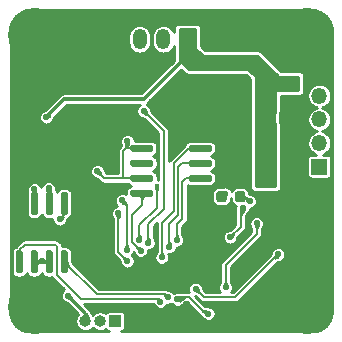
<source format=gbr>
%TF.GenerationSoftware,KiCad,Pcbnew,(5.1.6)-1*%
%TF.CreationDate,2023-12-18T11:35:21+08:00*%
%TF.ProjectId,stepper_motor,73746570-7065-4725-9f6d-6f746f722e6b,1*%
%TF.SameCoordinates,PX6979f40PYa1135a0*%
%TF.FileFunction,Copper,L2,Bot*%
%TF.FilePolarity,Positive*%
%FSLAX46Y46*%
G04 Gerber Fmt 4.6, Leading zero omitted, Abs format (unit mm)*
G04 Created by KiCad (PCBNEW (5.1.6)-1) date 2023-12-18 11:35:21*
%MOMM*%
%LPD*%
G01*
G04 APERTURE LIST*
%TA.AperFunction,ComponentPad*%
%ADD10O,1.000000X1.000000*%
%TD*%
%TA.AperFunction,ComponentPad*%
%ADD11R,1.000000X1.000000*%
%TD*%
%TA.AperFunction,ComponentPad*%
%ADD12C,4.600000*%
%TD*%
%TA.AperFunction,ComponentPad*%
%ADD13C,0.800000*%
%TD*%
%TA.AperFunction,ComponentPad*%
%ADD14O,1.350000X1.350000*%
%TD*%
%TA.AperFunction,ComponentPad*%
%ADD15R,1.350000X1.350000*%
%TD*%
%TA.AperFunction,ComponentPad*%
%ADD16O,1.200000X1.750000*%
%TD*%
%TA.AperFunction,ViaPad*%
%ADD17C,0.450000*%
%TD*%
%TA.AperFunction,ViaPad*%
%ADD18C,0.550000*%
%TD*%
%TA.AperFunction,Conductor*%
%ADD19C,0.200000*%
%TD*%
%TA.AperFunction,Conductor*%
%ADD20C,0.254000*%
%TD*%
%TA.AperFunction,Conductor*%
%ADD21C,0.300000*%
%TD*%
%TA.AperFunction,Conductor*%
%ADD22C,0.400000*%
%TD*%
%TA.AperFunction,Conductor*%
%ADD23C,0.025400*%
%TD*%
%ADD24C,0.300000*%
%ADD25C,0.350000*%
G04 APERTURE END LIST*
D10*
%TO.P,J2,4*%
%TO.N,GND*%
X5461000Y1270000D03*
%TO.P,J2,3*%
%TO.N,VCC*%
X6731000Y1270000D03*
%TO.P,J2,2*%
%TO.N,SWDIO*%
X8001000Y1270000D03*
D11*
%TO.P,J2,1*%
%TO.N,SWCLK*%
X9271000Y1270000D03*
%TD*%
D12*
%TO.P,H4,1*%
%TO.N,GND*%
X2500000Y2500000D03*
D13*
X4375000Y2500000D03*
X3825825Y1174175D03*
X2500000Y625000D03*
X1174175Y1174175D03*
X625000Y2500000D03*
X1174175Y3825825D03*
X2500000Y4375000D03*
X3825825Y3825825D03*
%TD*%
D12*
%TO.P,H3,1*%
%TO.N,GND*%
X25500000Y25500000D03*
D13*
X27375000Y25500000D03*
X26825825Y24174175D03*
X25500000Y23625000D03*
X24174175Y24174175D03*
X23625000Y25500000D03*
X24174175Y26825825D03*
X25500000Y27375000D03*
X26825825Y26825825D03*
%TD*%
D12*
%TO.P,H2,1*%
%TO.N,GND*%
X2500000Y25500000D03*
D13*
X4375000Y25500000D03*
X3825825Y24174175D03*
X2500000Y23625000D03*
X1174175Y24174175D03*
X625000Y25500000D03*
X1174175Y26825825D03*
X2500000Y27375000D03*
X3825825Y26825825D03*
%TD*%
D12*
%TO.P,H1,1*%
%TO.N,GND*%
X25500000Y2500000D03*
D13*
X27375000Y2500000D03*
X26825825Y1174175D03*
X25500000Y625000D03*
X24174175Y1174175D03*
X23625000Y2500000D03*
X24174175Y3825825D03*
X25500000Y4375000D03*
X26825825Y3825825D03*
%TD*%
%TO.P,U6,8*%
%TO.N,VCC*%
%TA.AperFunction,SMDPad,CuDef*%
G36*
G01*
X5103000Y10263000D02*
X4803000Y10263000D01*
G75*
G02*
X4653000Y10413000I0J150000D01*
G01*
X4653000Y12063000D01*
G75*
G02*
X4803000Y12213000I150000J0D01*
G01*
X5103000Y12213000D01*
G75*
G02*
X5253000Y12063000I0J-150000D01*
G01*
X5253000Y10413000D01*
G75*
G02*
X5103000Y10263000I-150000J0D01*
G01*
G37*
%TD.AperFunction*%
%TO.P,U6,7*%
%TO.N,/RS485/RS485_B*%
%TA.AperFunction,SMDPad,CuDef*%
G36*
G01*
X3833000Y10263000D02*
X3533000Y10263000D01*
G75*
G02*
X3383000Y10413000I0J150000D01*
G01*
X3383000Y12063000D01*
G75*
G02*
X3533000Y12213000I150000J0D01*
G01*
X3833000Y12213000D01*
G75*
G02*
X3983000Y12063000I0J-150000D01*
G01*
X3983000Y10413000D01*
G75*
G02*
X3833000Y10263000I-150000J0D01*
G01*
G37*
%TD.AperFunction*%
%TO.P,U6,6*%
%TO.N,/RS485/RS485_A*%
%TA.AperFunction,SMDPad,CuDef*%
G36*
G01*
X2563000Y10263000D02*
X2263000Y10263000D01*
G75*
G02*
X2113000Y10413000I0J150000D01*
G01*
X2113000Y12063000D01*
G75*
G02*
X2263000Y12213000I150000J0D01*
G01*
X2563000Y12213000D01*
G75*
G02*
X2713000Y12063000I0J-150000D01*
G01*
X2713000Y10413000D01*
G75*
G02*
X2563000Y10263000I-150000J0D01*
G01*
G37*
%TD.AperFunction*%
%TO.P,U6,5*%
%TO.N,GND*%
%TA.AperFunction,SMDPad,CuDef*%
G36*
G01*
X1293000Y10263000D02*
X993000Y10263000D01*
G75*
G02*
X843000Y10413000I0J150000D01*
G01*
X843000Y12063000D01*
G75*
G02*
X993000Y12213000I150000J0D01*
G01*
X1293000Y12213000D01*
G75*
G02*
X1443000Y12063000I0J-150000D01*
G01*
X1443000Y10413000D01*
G75*
G02*
X1293000Y10263000I-150000J0D01*
G01*
G37*
%TD.AperFunction*%
%TO.P,U6,4*%
%TO.N,/UART1_TX*%
%TA.AperFunction,SMDPad,CuDef*%
G36*
G01*
X1293000Y5313000D02*
X993000Y5313000D01*
G75*
G02*
X843000Y5463000I0J150000D01*
G01*
X843000Y7113000D01*
G75*
G02*
X993000Y7263000I150000J0D01*
G01*
X1293000Y7263000D01*
G75*
G02*
X1443000Y7113000I0J-150000D01*
G01*
X1443000Y5463000D01*
G75*
G02*
X1293000Y5313000I-150000J0D01*
G01*
G37*
%TD.AperFunction*%
%TO.P,U6,3*%
%TO.N,/485_RE*%
%TA.AperFunction,SMDPad,CuDef*%
G36*
G01*
X2563000Y5313000D02*
X2263000Y5313000D01*
G75*
G02*
X2113000Y5463000I0J150000D01*
G01*
X2113000Y7113000D01*
G75*
G02*
X2263000Y7263000I150000J0D01*
G01*
X2563000Y7263000D01*
G75*
G02*
X2713000Y7113000I0J-150000D01*
G01*
X2713000Y5463000D01*
G75*
G02*
X2563000Y5313000I-150000J0D01*
G01*
G37*
%TD.AperFunction*%
%TO.P,U6,2*%
%TA.AperFunction,SMDPad,CuDef*%
G36*
G01*
X3833000Y5313000D02*
X3533000Y5313000D01*
G75*
G02*
X3383000Y5463000I0J150000D01*
G01*
X3383000Y7113000D01*
G75*
G02*
X3533000Y7263000I150000J0D01*
G01*
X3833000Y7263000D01*
G75*
G02*
X3983000Y7113000I0J-150000D01*
G01*
X3983000Y5463000D01*
G75*
G02*
X3833000Y5313000I-150000J0D01*
G01*
G37*
%TD.AperFunction*%
%TO.P,U6,1*%
%TO.N,/UART1_RX*%
%TA.AperFunction,SMDPad,CuDef*%
G36*
G01*
X5103000Y5313000D02*
X4803000Y5313000D01*
G75*
G02*
X4653000Y5463000I0J150000D01*
G01*
X4653000Y7113000D01*
G75*
G02*
X4803000Y7263000I150000J0D01*
G01*
X5103000Y7263000D01*
G75*
G02*
X5253000Y7113000I0J-150000D01*
G01*
X5253000Y5463000D01*
G75*
G02*
X5103000Y5313000I-150000J0D01*
G01*
G37*
%TD.AperFunction*%
%TD*%
%TO.P,U1,1*%
%TO.N,/MT6816_CS*%
%TA.AperFunction,SMDPad,CuDef*%
G36*
G01*
X10550000Y11945000D02*
X10550000Y12245000D01*
G75*
G02*
X10700000Y12395000I150000J0D01*
G01*
X12350000Y12395000D01*
G75*
G02*
X12500000Y12245000I0J-150000D01*
G01*
X12500000Y11945000D01*
G75*
G02*
X12350000Y11795000I-150000J0D01*
G01*
X10700000Y11795000D01*
G75*
G02*
X10550000Y11945000I0J150000D01*
G01*
G37*
%TD.AperFunction*%
%TO.P,U1,2*%
%TO.N,VCC*%
%TA.AperFunction,SMDPad,CuDef*%
G36*
G01*
X10550000Y13215000D02*
X10550000Y13515000D01*
G75*
G02*
X10700000Y13665000I150000J0D01*
G01*
X12350000Y13665000D01*
G75*
G02*
X12500000Y13515000I0J-150000D01*
G01*
X12500000Y13215000D01*
G75*
G02*
X12350000Y13065000I-150000J0D01*
G01*
X10700000Y13065000D01*
G75*
G02*
X10550000Y13215000I0J150000D01*
G01*
G37*
%TD.AperFunction*%
%TO.P,U1,3*%
%TO.N,N/C*%
%TA.AperFunction,SMDPad,CuDef*%
G36*
G01*
X10550000Y14485000D02*
X10550000Y14785000D01*
G75*
G02*
X10700000Y14935000I150000J0D01*
G01*
X12350000Y14935000D01*
G75*
G02*
X12500000Y14785000I0J-150000D01*
G01*
X12500000Y14485000D01*
G75*
G02*
X12350000Y14335000I-150000J0D01*
G01*
X10700000Y14335000D01*
G75*
G02*
X10550000Y14485000I0J150000D01*
G01*
G37*
%TD.AperFunction*%
%TO.P,U1,4*%
%TO.N,VCC*%
%TA.AperFunction,SMDPad,CuDef*%
G36*
G01*
X10550000Y15755000D02*
X10550000Y16055000D01*
G75*
G02*
X10700000Y16205000I150000J0D01*
G01*
X12350000Y16205000D01*
G75*
G02*
X12500000Y16055000I0J-150000D01*
G01*
X12500000Y15755000D01*
G75*
G02*
X12350000Y15605000I-150000J0D01*
G01*
X10700000Y15605000D01*
G75*
G02*
X10550000Y15755000I0J150000D01*
G01*
G37*
%TD.AperFunction*%
%TO.P,U1,5*%
%TO.N,/SPI1_MOSI*%
%TA.AperFunction,SMDPad,CuDef*%
G36*
G01*
X15500000Y15755000D02*
X15500000Y16055000D01*
G75*
G02*
X15650000Y16205000I150000J0D01*
G01*
X17300000Y16205000D01*
G75*
G02*
X17450000Y16055000I0J-150000D01*
G01*
X17450000Y15755000D01*
G75*
G02*
X17300000Y15605000I-150000J0D01*
G01*
X15650000Y15605000D01*
G75*
G02*
X15500000Y15755000I0J150000D01*
G01*
G37*
%TD.AperFunction*%
%TO.P,U1,6*%
%TO.N,/SPI1_MISO*%
%TA.AperFunction,SMDPad,CuDef*%
G36*
G01*
X15500000Y14485000D02*
X15500000Y14785000D01*
G75*
G02*
X15650000Y14935000I150000J0D01*
G01*
X17300000Y14935000D01*
G75*
G02*
X17450000Y14785000I0J-150000D01*
G01*
X17450000Y14485000D01*
G75*
G02*
X17300000Y14335000I-150000J0D01*
G01*
X15650000Y14335000D01*
G75*
G02*
X15500000Y14485000I0J150000D01*
G01*
G37*
%TD.AperFunction*%
%TO.P,U1,7*%
%TO.N,/SPI1_SCK*%
%TA.AperFunction,SMDPad,CuDef*%
G36*
G01*
X15500000Y13215000D02*
X15500000Y13515000D01*
G75*
G02*
X15650000Y13665000I150000J0D01*
G01*
X17300000Y13665000D01*
G75*
G02*
X17450000Y13515000I0J-150000D01*
G01*
X17450000Y13215000D01*
G75*
G02*
X17300000Y13065000I-150000J0D01*
G01*
X15650000Y13065000D01*
G75*
G02*
X15500000Y13215000I0J150000D01*
G01*
G37*
%TD.AperFunction*%
%TO.P,U1,8*%
%TO.N,GND*%
%TA.AperFunction,SMDPad,CuDef*%
G36*
G01*
X15500000Y11945000D02*
X15500000Y12245000D01*
G75*
G02*
X15650000Y12395000I150000J0D01*
G01*
X17300000Y12395000D01*
G75*
G02*
X17450000Y12245000I0J-150000D01*
G01*
X17450000Y11945000D01*
G75*
G02*
X17300000Y11795000I-150000J0D01*
G01*
X15650000Y11795000D01*
G75*
G02*
X15500000Y11945000I0J150000D01*
G01*
G37*
%TD.AperFunction*%
%TD*%
%TO.P,NTC1,2*%
%TO.N,/ADC_TEMP*%
%TA.AperFunction,SMDPad,CuDef*%
G36*
G01*
X18700000Y12067250D02*
X18700000Y11554750D01*
G75*
G02*
X18481250Y11336000I-218750J0D01*
G01*
X18043750Y11336000D01*
G75*
G02*
X17825000Y11554750I0J218750D01*
G01*
X17825000Y12067250D01*
G75*
G02*
X18043750Y12286000I218750J0D01*
G01*
X18481250Y12286000D01*
G75*
G02*
X18700000Y12067250I0J-218750D01*
G01*
G37*
%TD.AperFunction*%
%TO.P,NTC1,1*%
%TO.N,VCC*%
%TA.AperFunction,SMDPad,CuDef*%
G36*
G01*
X20275000Y12067250D02*
X20275000Y11554750D01*
G75*
G02*
X20056250Y11336000I-218750J0D01*
G01*
X19618750Y11336000D01*
G75*
G02*
X19400000Y11554750I0J218750D01*
G01*
X19400000Y12067250D01*
G75*
G02*
X19618750Y12286000I218750J0D01*
G01*
X20056250Y12286000D01*
G75*
G02*
X20275000Y12067250I0J-218750D01*
G01*
G37*
%TD.AperFunction*%
%TD*%
D14*
%TO.P,J3,4*%
%TO.N,Net-(J3-Pad4)*%
X26543000Y20351000D03*
%TO.P,J3,3*%
%TO.N,Net-(J3-Pad3)*%
X26543000Y18351000D03*
%TO.P,J3,2*%
%TO.N,Net-(J3-Pad2)*%
X26543000Y16351000D03*
D15*
%TO.P,J3,1*%
%TO.N,Net-(J3-Pad1)*%
X26543000Y14351000D03*
%TD*%
D16*
%TO.P,J1,4*%
%TO.N,/RS485/RS485_B*%
X11335500Y25146000D03*
%TO.P,J1,3*%
%TO.N,/RS485/RS485_A*%
X13335500Y25146000D03*
%TO.P,J1,2*%
%TO.N,V_SUPPLY*%
X15335500Y25146000D03*
%TO.P,J1,1*%
%TO.N,GND*%
%TA.AperFunction,ComponentPad*%
G36*
G01*
X17935500Y25771001D02*
X17935500Y24520999D01*
G75*
G02*
X17685501Y24271000I-249999J0D01*
G01*
X16985499Y24271000D01*
G75*
G02*
X16735500Y24520999I0J249999D01*
G01*
X16735500Y25771001D01*
G75*
G02*
X16985499Y26021000I249999J0D01*
G01*
X17685501Y26021000D01*
G75*
G02*
X17935500Y25771001I0J-249999D01*
G01*
G37*
%TD.AperFunction*%
%TD*%
%TO.P,C22,2*%
%TO.N,V_SUPPLY*%
%TA.AperFunction,SMDPad,CuDef*%
G36*
G01*
X21476000Y14742000D02*
X21476000Y15992000D01*
G75*
G02*
X21726000Y16242000I250000J0D01*
G01*
X22476000Y16242000D01*
G75*
G02*
X22726000Y15992000I0J-250000D01*
G01*
X22726000Y14742000D01*
G75*
G02*
X22476000Y14492000I-250000J0D01*
G01*
X21726000Y14492000D01*
G75*
G02*
X21476000Y14742000I0J250000D01*
G01*
G37*
%TD.AperFunction*%
%TO.P,C22,1*%
%TO.N,GND*%
%TA.AperFunction,SMDPad,CuDef*%
G36*
G01*
X18676000Y14742000D02*
X18676000Y15992000D01*
G75*
G02*
X18926000Y16242000I250000J0D01*
G01*
X19676000Y16242000D01*
G75*
G02*
X19926000Y15992000I0J-250000D01*
G01*
X19926000Y14742000D01*
G75*
G02*
X19676000Y14492000I-250000J0D01*
G01*
X18926000Y14492000D01*
G75*
G02*
X18676000Y14742000I0J250000D01*
G01*
G37*
%TD.AperFunction*%
%TD*%
%TO.P,C21,2*%
%TO.N,V_SUPPLY*%
%TA.AperFunction,SMDPad,CuDef*%
G36*
G01*
X21476000Y16647000D02*
X21476000Y17897000D01*
G75*
G02*
X21726000Y18147000I250000J0D01*
G01*
X22476000Y18147000D01*
G75*
G02*
X22726000Y17897000I0J-250000D01*
G01*
X22726000Y16647000D01*
G75*
G02*
X22476000Y16397000I-250000J0D01*
G01*
X21726000Y16397000D01*
G75*
G02*
X21476000Y16647000I0J250000D01*
G01*
G37*
%TD.AperFunction*%
%TO.P,C21,1*%
%TO.N,GND*%
%TA.AperFunction,SMDPad,CuDef*%
G36*
G01*
X18676000Y16647000D02*
X18676000Y17897000D01*
G75*
G02*
X18926000Y18147000I250000J0D01*
G01*
X19676000Y18147000D01*
G75*
G02*
X19926000Y17897000I0J-250000D01*
G01*
X19926000Y16647000D01*
G75*
G02*
X19676000Y16397000I-250000J0D01*
G01*
X18926000Y16397000D01*
G75*
G02*
X18676000Y16647000I0J250000D01*
G01*
G37*
%TD.AperFunction*%
%TD*%
%TO.P,C18,2*%
%TO.N,V_SUPPLY*%
%TA.AperFunction,SMDPad,CuDef*%
G36*
G01*
X24628000Y20650500D02*
X23378000Y20650500D01*
G75*
G02*
X23128000Y20900500I0J250000D01*
G01*
X23128000Y21650500D01*
G75*
G02*
X23378000Y21900500I250000J0D01*
G01*
X24628000Y21900500D01*
G75*
G02*
X24878000Y21650500I0J-250000D01*
G01*
X24878000Y20900500D01*
G75*
G02*
X24628000Y20650500I-250000J0D01*
G01*
G37*
%TD.AperFunction*%
%TO.P,C18,1*%
%TO.N,GND*%
%TA.AperFunction,SMDPad,CuDef*%
G36*
G01*
X24628000Y17850500D02*
X23378000Y17850500D01*
G75*
G02*
X23128000Y18100500I0J250000D01*
G01*
X23128000Y18850500D01*
G75*
G02*
X23378000Y19100500I250000J0D01*
G01*
X24628000Y19100500D01*
G75*
G02*
X24878000Y18850500I0J-250000D01*
G01*
X24878000Y18100500D01*
G75*
G02*
X24628000Y17850500I-250000J0D01*
G01*
G37*
%TD.AperFunction*%
%TD*%
%TO.P,C17,2*%
%TO.N,V_SUPPLY*%
%TA.AperFunction,SMDPad,CuDef*%
G36*
G01*
X21476000Y18552000D02*
X21476000Y19802000D01*
G75*
G02*
X21726000Y20052000I250000J0D01*
G01*
X22476000Y20052000D01*
G75*
G02*
X22726000Y19802000I0J-250000D01*
G01*
X22726000Y18552000D01*
G75*
G02*
X22476000Y18302000I-250000J0D01*
G01*
X21726000Y18302000D01*
G75*
G02*
X21476000Y18552000I0J250000D01*
G01*
G37*
%TD.AperFunction*%
%TO.P,C17,1*%
%TO.N,GND*%
%TA.AperFunction,SMDPad,CuDef*%
G36*
G01*
X18676000Y18552000D02*
X18676000Y19802000D01*
G75*
G02*
X18926000Y20052000I250000J0D01*
G01*
X19676000Y20052000D01*
G75*
G02*
X19926000Y19802000I0J-250000D01*
G01*
X19926000Y18552000D01*
G75*
G02*
X19676000Y18302000I-250000J0D01*
G01*
X18926000Y18302000D01*
G75*
G02*
X18676000Y18552000I0J250000D01*
G01*
G37*
%TD.AperFunction*%
%TD*%
%TO.P,C14,2*%
%TO.N,V_SUPPLY*%
%TA.AperFunction,SMDPad,CuDef*%
G36*
G01*
X21476000Y12837000D02*
X21476000Y14087000D01*
G75*
G02*
X21726000Y14337000I250000J0D01*
G01*
X22476000Y14337000D01*
G75*
G02*
X22726000Y14087000I0J-250000D01*
G01*
X22726000Y12837000D01*
G75*
G02*
X22476000Y12587000I-250000J0D01*
G01*
X21726000Y12587000D01*
G75*
G02*
X21476000Y12837000I0J250000D01*
G01*
G37*
%TD.AperFunction*%
%TO.P,C14,1*%
%TO.N,GND*%
%TA.AperFunction,SMDPad,CuDef*%
G36*
G01*
X18676000Y12837000D02*
X18676000Y14087000D01*
G75*
G02*
X18926000Y14337000I250000J0D01*
G01*
X19676000Y14337000D01*
G75*
G02*
X19926000Y14087000I0J-250000D01*
G01*
X19926000Y12837000D01*
G75*
G02*
X19676000Y12587000I-250000J0D01*
G01*
X18926000Y12587000D01*
G75*
G02*
X18676000Y12837000I0J250000D01*
G01*
G37*
%TD.AperFunction*%
%TD*%
%TO.P,C13,2*%
%TO.N,V_SUPPLY*%
%TA.AperFunction,SMDPad,CuDef*%
G36*
G01*
X21476000Y20457000D02*
X21476000Y21707000D01*
G75*
G02*
X21726000Y21957000I250000J0D01*
G01*
X22476000Y21957000D01*
G75*
G02*
X22726000Y21707000I0J-250000D01*
G01*
X22726000Y20457000D01*
G75*
G02*
X22476000Y20207000I-250000J0D01*
G01*
X21726000Y20207000D01*
G75*
G02*
X21476000Y20457000I0J250000D01*
G01*
G37*
%TD.AperFunction*%
%TO.P,C13,1*%
%TO.N,GND*%
%TA.AperFunction,SMDPad,CuDef*%
G36*
G01*
X18676000Y20457000D02*
X18676000Y21707000D01*
G75*
G02*
X18926000Y21957000I250000J0D01*
G01*
X19676000Y21957000D01*
G75*
G02*
X19926000Y21707000I0J-250000D01*
G01*
X19926000Y20457000D01*
G75*
G02*
X19676000Y20207000I-250000J0D01*
G01*
X18926000Y20207000D01*
G75*
G02*
X18676000Y20457000I0J250000D01*
G01*
G37*
%TD.AperFunction*%
%TD*%
D17*
%TO.N,GND*%
X12319000Y19939000D03*
D18*
X15748000Y17272000D03*
X16764000Y17272000D03*
D17*
X12890500Y13652500D03*
X12827000Y15367000D03*
D18*
X15494000Y21844000D03*
X14859000Y22225000D03*
X6223000Y11049000D03*
X6223000Y12319000D03*
X19050000Y19558000D03*
X19050000Y20574000D03*
X18161000Y20574000D03*
X18161000Y19558000D03*
X19050000Y14605000D03*
X18161000Y14605000D03*
X18161000Y15494000D03*
X19050000Y15494000D03*
X24638000Y12827000D03*
X24638000Y18288000D03*
X24511000Y16637000D03*
X24511000Y15748000D03*
X5588000Y23495000D03*
X5588000Y22352000D03*
X1270000Y14478000D03*
X1778000Y17907000D03*
X1270000Y17907000D03*
X1270000Y13716000D03*
X1270000Y15113000D03*
X21209000Y6731000D03*
X16256000Y6350000D03*
X11811000Y18034000D03*
X5842000Y9334500D03*
X17018000Y11938000D03*
X8509000Y9144000D03*
X6246000Y7366000D03*
X18859500Y635000D03*
X17843500Y635000D03*
X19304000Y10731500D03*
X15240000Y2730504D03*
X3365500Y22860000D03*
X4445000Y23241000D03*
X25082500Y16192500D03*
%TO.N,VCC*%
X4572000Y9906000D03*
X7747000Y13970000D03*
X10287000Y16510000D03*
X5270500Y3429000D03*
X21249500Y9565500D03*
X20637500Y11430000D03*
X18605500Y4127500D03*
%TO.N,V_SUPPLY*%
X3429000Y18542000D03*
X22479000Y18288000D03*
X21844000Y18288000D03*
X22352000Y12827000D03*
X21717000Y12827000D03*
%TO.N,/ADC_TEMP*%
X18542000Y12065000D03*
%TO.N,/ADC_POWER*%
X18986500Y8382000D03*
X20066000Y10890250D03*
%TO.N,/RS485/RS485_B*%
X3619500Y12509500D03*
%TO.N,/RS485/RS485_A*%
X2414830Y12444170D03*
%TO.N,/LED_GREEN*%
X9525000Y10414000D03*
X10287000Y6350000D03*
%TO.N,/LED_RED*%
X9842500Y11493500D03*
X10223500Y7302120D03*
%TO.N,Net-(R4-Pad1)*%
X17145000Y1905000D03*
X14536406Y3111500D03*
%TO.N,/IN_PWM_A*%
X11684000Y19050000D03*
X12065000Y7894000D03*
D17*
%TO.N,/IN_PWM_B*%
X12763500Y12700000D03*
D18*
X11303000Y8128000D03*
%TO.N,/BTN2*%
X23050500Y6921500D03*
X16065500Y4000500D03*
%TO.N,/SPI1_SCK*%
X14478000Y8128000D03*
%TO.N,/SPI1_MISO*%
X13843000Y7556500D03*
%TO.N,/SPI1_MOSI*%
X13208000Y6667500D03*
%TO.N,/MT6816_CS*%
X11430000Y7239000D03*
%TO.N,/UART1_RX*%
X13716000Y3301996D03*
%TO.N,/UART1_TX*%
X13081000Y2917000D03*
%TO.N,/485_RE*%
X3048000Y6350000D03*
%TD*%
D19*
%TO.N,GND*%
X12890500Y15303500D02*
X12827000Y15367000D01*
X12890500Y13652500D02*
X12890500Y15303500D01*
X12827000Y17018000D02*
X11811000Y18034000D01*
X12827000Y15367000D02*
X12827000Y17018000D01*
%TO.N,VCC*%
X8352000Y13365000D02*
X7747000Y13970000D01*
X11525000Y15905000D02*
X10190000Y15905000D01*
X10190000Y15905000D02*
X9936000Y15651000D01*
X9936000Y15651000D02*
X9936000Y13365000D01*
X11525000Y13365000D02*
X9936000Y13365000D01*
X9936000Y13365000D02*
X8352000Y13365000D01*
X7747000Y13970000D02*
X7747000Y13970000D01*
X4953000Y10287000D02*
X4572000Y9906000D01*
X4953000Y11238000D02*
X4953000Y10287000D01*
D20*
X6731000Y1968500D02*
X6731000Y1270000D01*
X5270500Y3429000D02*
X6731000Y1968500D01*
D19*
X10190000Y16413000D02*
X10287000Y16510000D01*
X10190000Y15905000D02*
X10190000Y16413000D01*
X20256500Y11811000D02*
X20637500Y11430000D01*
X19837500Y11811000D02*
X20256500Y11811000D01*
X21249500Y8676500D02*
X21249500Y9565500D01*
X18605500Y6032500D02*
X21249500Y8676500D01*
X18605500Y4127500D02*
X18605500Y6032500D01*
D21*
%TO.N,V_SUPPLY*%
X4953000Y20066000D02*
X11684000Y20066000D01*
X3429000Y18542000D02*
X4953000Y20066000D01*
X11684000Y20066000D02*
X15335500Y23717500D01*
X15335500Y23717500D02*
X15335500Y25146000D01*
D22*
X15335500Y25050500D02*
X15335500Y25146000D01*
D19*
%TO.N,/ADC_POWER*%
X19875500Y9271000D02*
X18986500Y8382000D01*
X20066000Y10890250D02*
X19875500Y10699750D01*
X19875500Y10699750D02*
X19875500Y9271000D01*
%TO.N,/RS485/RS485_B*%
X3683000Y12446000D02*
X3619500Y12509500D01*
X3683000Y11238000D02*
X3683000Y12446000D01*
X3619500Y12509500D02*
X3619500Y12509500D01*
%TO.N,/RS485/RS485_A*%
X2413000Y12442340D02*
X2414830Y12444170D01*
X2413000Y11238000D02*
X2413000Y12442340D01*
%TO.N,/LED_GREEN*%
X9525000Y10414000D02*
X9525000Y7112000D01*
X9525000Y7112000D02*
X10287000Y6350000D01*
X10287000Y6350000D02*
X10287000Y6350000D01*
%TO.N,/LED_RED*%
X10223500Y11112500D02*
X10223500Y7302120D01*
X9842500Y11493500D02*
X10223500Y11112500D01*
%TO.N,Net-(R4-Pad1)*%
X14726906Y3302000D02*
X14536406Y3111500D01*
X15494000Y3302000D02*
X14726906Y3302000D01*
X17208500Y1841500D02*
X16954500Y1841500D01*
X16954500Y1841500D02*
X15494000Y3302000D01*
%TO.N,/IN_PWM_A*%
X13365501Y17368499D02*
X13365501Y10785501D01*
X12065000Y9485000D02*
X12065000Y7894000D01*
X11684000Y19050000D02*
X13365501Y17368499D01*
X13365501Y10785501D02*
X12065000Y9485000D01*
%TO.N,/IN_PWM_B*%
X12763500Y12700000D02*
X12763500Y10858500D01*
X11303000Y9398000D02*
X11303000Y8128000D01*
X12763500Y10858500D02*
X11303000Y9398000D01*
%TO.N,/BTN2*%
X23050500Y6921500D02*
X19431000Y3302000D01*
X16764000Y3302000D02*
X16065500Y4000500D01*
X19431000Y3302000D02*
X16764000Y3302000D01*
%TO.N,/SPI1_SCK*%
X14478000Y9461500D02*
X14478000Y8128000D01*
X14955010Y9938510D02*
X14478000Y9461500D01*
X14955010Y13050010D02*
X14955010Y9938510D01*
X16475000Y13365000D02*
X15270000Y13365000D01*
X15270000Y13365000D02*
X14955010Y13050010D01*
%TO.N,/SPI1_MISO*%
X13843000Y9525000D02*
X13843000Y7556500D01*
X14605000Y10287000D02*
X13843000Y9525000D01*
X14605000Y14351000D02*
X14605000Y10287000D01*
X16475000Y14635000D02*
X14889000Y14635000D01*
X14889000Y14635000D02*
X14605000Y14351000D01*
%TO.N,/SPI1_MOSI*%
X14224000Y12446000D02*
X14224000Y12446000D01*
X13208000Y9588500D02*
X13208000Y6667500D01*
X14224000Y10604500D02*
X13208000Y9588500D01*
X14224000Y14629000D02*
X14224000Y10604500D01*
X16475000Y15905000D02*
X15500000Y15905000D01*
X15500000Y15905000D02*
X14224000Y14629000D01*
%TO.N,/MT6816_CS*%
X11525000Y12095000D02*
X11525000Y11144000D01*
X11525000Y11144000D02*
X10668000Y10287000D01*
X10668000Y7985998D02*
X11414998Y7239000D01*
X10668000Y10287000D02*
X10668000Y7985998D01*
%TO.N,/UART1_RX*%
X13461996Y3556000D02*
X13716000Y3301996D01*
X4953000Y6288000D02*
X7685000Y3556000D01*
X7685000Y3556000D02*
X13461996Y3556000D01*
%TO.N,/UART1_TX*%
X1143000Y7263000D02*
X1627000Y7747000D01*
X1143000Y6288000D02*
X1143000Y7263000D01*
X1627000Y7747000D02*
X4191000Y7747000D01*
X4191000Y7747000D02*
X4318000Y7620000D01*
X4318000Y7620000D02*
X4318000Y5207000D01*
X4318000Y5207000D02*
X6350000Y3175000D01*
X12823000Y3175000D02*
X13081000Y2917000D01*
X6350000Y3175000D02*
X12823000Y3175000D01*
%TO.N,/485_RE*%
X2413000Y6288000D02*
X2986000Y6288000D01*
X2986000Y6288000D02*
X3683000Y6288000D01*
%TD*%
D20*
%TO.N,V_SUPPLY*%
G36*
X16002000Y24384000D02*
G01*
X16004440Y24359224D01*
X16011667Y24335399D01*
X16023403Y24313443D01*
X16039197Y24294197D01*
X16049664Y24284830D01*
X16684664Y23776830D01*
X16705535Y23763257D01*
X16728654Y23754018D01*
X16764000Y23749000D01*
X21283394Y23749000D01*
X23024197Y22008197D01*
X23043443Y21992403D01*
X23065399Y21980667D01*
X23089224Y21973440D01*
X23114000Y21971000D01*
X24765000Y21971000D01*
X24765000Y20828000D01*
X22923500Y20828000D01*
X22898724Y20825560D01*
X22874899Y20818333D01*
X22852943Y20806597D01*
X22833697Y20790803D01*
X22817903Y20771557D01*
X22806167Y20749601D01*
X22798940Y20725776D01*
X22796500Y20701000D01*
X22796500Y19089354D01*
X22761259Y18973177D01*
X22749176Y18850500D01*
X22749176Y18100500D01*
X22761259Y17977823D01*
X22796500Y17861646D01*
X22796500Y12700000D01*
X21209000Y12700000D01*
X21209000Y21907500D01*
X21206560Y21932276D01*
X21199333Y21956101D01*
X21187597Y21978057D01*
X21166959Y22001898D01*
X20531959Y22573398D01*
X20511910Y22588159D01*
X20489367Y22598725D01*
X20465196Y22604690D01*
X20447000Y22606000D01*
X15540981Y22606000D01*
X14732000Y23299413D01*
X14732000Y25971500D01*
X16002000Y25971500D01*
X16002000Y24384000D01*
G37*
X16002000Y24384000D02*
X16004440Y24359224D01*
X16011667Y24335399D01*
X16023403Y24313443D01*
X16039197Y24294197D01*
X16049664Y24284830D01*
X16684664Y23776830D01*
X16705535Y23763257D01*
X16728654Y23754018D01*
X16764000Y23749000D01*
X21283394Y23749000D01*
X23024197Y22008197D01*
X23043443Y21992403D01*
X23065399Y21980667D01*
X23089224Y21973440D01*
X23114000Y21971000D01*
X24765000Y21971000D01*
X24765000Y20828000D01*
X22923500Y20828000D01*
X22898724Y20825560D01*
X22874899Y20818333D01*
X22852943Y20806597D01*
X22833697Y20790803D01*
X22817903Y20771557D01*
X22806167Y20749601D01*
X22798940Y20725776D01*
X22796500Y20701000D01*
X22796500Y19089354D01*
X22761259Y18973177D01*
X22749176Y18850500D01*
X22749176Y18100500D01*
X22761259Y17977823D01*
X22796500Y17861646D01*
X22796500Y12700000D01*
X21209000Y12700000D01*
X21209000Y21907500D01*
X21206560Y21932276D01*
X21199333Y21956101D01*
X21187597Y21978057D01*
X21166959Y22001898D01*
X20531959Y22573398D01*
X20511910Y22588159D01*
X20489367Y22598725D01*
X20465196Y22604690D01*
X20447000Y22606000D01*
X15540981Y22606000D01*
X14732000Y23299413D01*
X14732000Y25971500D01*
X16002000Y25971500D01*
X16002000Y24384000D01*
%TO.N,GND*%
G36*
X26306109Y27545962D02*
G01*
X26600557Y27457063D01*
X26872131Y27312664D01*
X27110488Y27118265D01*
X27306542Y26881277D01*
X27452835Y26610714D01*
X27543787Y26316892D01*
X27578001Y25991373D01*
X27578000Y2020640D01*
X27545962Y1693891D01*
X27457063Y1399443D01*
X27312662Y1127867D01*
X27118267Y889514D01*
X26881277Y693458D01*
X26610713Y547165D01*
X26316895Y456213D01*
X25991383Y422000D01*
X9777884Y422000D01*
X9839024Y428022D01*
X9904433Y447864D01*
X9964715Y480085D01*
X10017553Y523447D01*
X10060915Y576285D01*
X10093136Y636567D01*
X10112978Y701976D01*
X10119678Y770000D01*
X10119678Y1770000D01*
X10112978Y1838024D01*
X10093136Y1903433D01*
X10060915Y1963715D01*
X10017553Y2016553D01*
X9964715Y2059915D01*
X9904433Y2092136D01*
X9839024Y2111978D01*
X9771000Y2118678D01*
X8771000Y2118678D01*
X8702976Y2111978D01*
X8637567Y2092136D01*
X8577285Y2059915D01*
X8524447Y2016553D01*
X8483301Y1966415D01*
X8402205Y2020601D01*
X8248061Y2084450D01*
X8084422Y2117000D01*
X7917578Y2117000D01*
X7753939Y2084450D01*
X7599795Y2020601D01*
X7461069Y1927908D01*
X7366000Y1832839D01*
X7323015Y1875824D01*
X7289105Y1910045D01*
X7259578Y1941858D01*
X7235584Y1969782D01*
X7217302Y1993126D01*
X7204738Y2011103D01*
X7202778Y2014344D01*
X7198141Y2061420D01*
X7171037Y2150769D01*
X7127023Y2233114D01*
X7067790Y2305290D01*
X7049705Y2320132D01*
X6641837Y2728000D01*
X12486038Y2728000D01*
X12529790Y2622372D01*
X12597861Y2520498D01*
X12684498Y2433861D01*
X12786372Y2365790D01*
X12899569Y2318903D01*
X13019738Y2295000D01*
X13142262Y2295000D01*
X13262431Y2318903D01*
X13375628Y2365790D01*
X13477502Y2433861D01*
X13564139Y2520498D01*
X13632210Y2622372D01*
X13656078Y2679996D01*
X13777262Y2679996D01*
X13897431Y2703899D01*
X14010628Y2750786D01*
X14023574Y2759436D01*
X14053267Y2714998D01*
X14139904Y2628361D01*
X14241778Y2560290D01*
X14354975Y2513403D01*
X14475144Y2489500D01*
X14597668Y2489500D01*
X14717837Y2513403D01*
X14831034Y2560290D01*
X14932908Y2628361D01*
X14975483Y2670936D01*
X14985469Y2680432D01*
X14997951Y2691056D01*
X15017917Y2706682D01*
X15044583Y2726226D01*
X15077438Y2749062D01*
X15116025Y2774732D01*
X15160275Y2803108D01*
X15209801Y2833887D01*
X15244707Y2855000D01*
X15308848Y2855000D01*
X16622902Y1540945D01*
X16636895Y1523895D01*
X16690263Y1480096D01*
X16748498Y1421861D01*
X16850372Y1353790D01*
X16963569Y1306903D01*
X17083738Y1283000D01*
X17206262Y1283000D01*
X17326431Y1306903D01*
X17439628Y1353790D01*
X17541502Y1421861D01*
X17628139Y1508498D01*
X17696210Y1610372D01*
X17743097Y1723569D01*
X17767000Y1843738D01*
X17767000Y1966262D01*
X17743097Y2086431D01*
X17696210Y2199628D01*
X17628139Y2301502D01*
X17541502Y2388139D01*
X17439628Y2456210D01*
X17326431Y2503097D01*
X17206262Y2527000D01*
X17137911Y2527000D01*
X17119496Y2527052D01*
X17095704Y2527632D01*
X17067507Y2528818D01*
X17035344Y2530641D01*
X16999183Y2533136D01*
X16959566Y2536288D01*
X16916092Y2540143D01*
X16885006Y2543146D01*
X16049652Y3378500D01*
X16055348Y3378500D01*
X16432402Y3001445D01*
X16446395Y2984395D01*
X16514459Y2928535D01*
X16592113Y2887028D01*
X16644801Y2871046D01*
X16676372Y2861469D01*
X16684079Y2860710D01*
X16742050Y2855000D01*
X16742057Y2855000D01*
X16763999Y2852839D01*
X16785942Y2855000D01*
X19409058Y2855000D01*
X19431000Y2852839D01*
X19452942Y2855000D01*
X19452950Y2855000D01*
X19518627Y2861469D01*
X19602887Y2887028D01*
X19680541Y2928535D01*
X19748605Y2984395D01*
X19762602Y3001450D01*
X23060653Y6299500D01*
X23111762Y6299500D01*
X23231931Y6323403D01*
X23345128Y6370290D01*
X23447002Y6438361D01*
X23533639Y6524998D01*
X23601710Y6626872D01*
X23648597Y6740069D01*
X23672500Y6860238D01*
X23672500Y6982762D01*
X23648597Y7102931D01*
X23601710Y7216128D01*
X23533639Y7318002D01*
X23447002Y7404639D01*
X23345128Y7472710D01*
X23231931Y7519597D01*
X23111762Y7543500D01*
X22989238Y7543500D01*
X22869069Y7519597D01*
X22755872Y7472710D01*
X22653998Y7404639D01*
X22567361Y7318002D01*
X22499290Y7216128D01*
X22452403Y7102931D01*
X22428500Y6982762D01*
X22428500Y6931653D01*
X19245848Y3749000D01*
X19100668Y3749000D01*
X19156710Y3832872D01*
X19203597Y3946069D01*
X19227500Y4066238D01*
X19227500Y4188762D01*
X19203597Y4308931D01*
X19156710Y4422128D01*
X19088639Y4524002D01*
X19052500Y4560141D01*
X19052500Y5847348D01*
X21550057Y8344904D01*
X21567105Y8358895D01*
X21622965Y8426959D01*
X21664472Y8504613D01*
X21670505Y8524502D01*
X21690032Y8588872D01*
X21698661Y8676500D01*
X21696500Y8698445D01*
X21696500Y9132859D01*
X21732639Y9168998D01*
X21800710Y9270872D01*
X21847597Y9384069D01*
X21871500Y9504238D01*
X21871500Y9626762D01*
X21847597Y9746931D01*
X21800710Y9860128D01*
X21732639Y9962002D01*
X21646002Y10048639D01*
X21544128Y10116710D01*
X21430931Y10163597D01*
X21310762Y10187500D01*
X21188238Y10187500D01*
X21068069Y10163597D01*
X20954872Y10116710D01*
X20852998Y10048639D01*
X20766361Y9962002D01*
X20698290Y9860128D01*
X20651403Y9746931D01*
X20627500Y9626762D01*
X20627500Y9504238D01*
X20651403Y9384069D01*
X20698290Y9270872D01*
X20766361Y9168998D01*
X20802501Y9132858D01*
X20802500Y8861653D01*
X18304945Y6364097D01*
X18287896Y6350105D01*
X18232036Y6282041D01*
X18190994Y6205257D01*
X18190529Y6204387D01*
X18164969Y6120127D01*
X18156339Y6032500D01*
X18158501Y6010548D01*
X18158500Y4560141D01*
X18122361Y4524002D01*
X18054290Y4422128D01*
X18007403Y4308931D01*
X17983500Y4188762D01*
X17983500Y4066238D01*
X18007403Y3946069D01*
X18054290Y3832872D01*
X18110332Y3749000D01*
X16949153Y3749000D01*
X16687500Y4010652D01*
X16687500Y4061762D01*
X16663597Y4181931D01*
X16616710Y4295128D01*
X16548639Y4397002D01*
X16462002Y4483639D01*
X16360128Y4551710D01*
X16246931Y4598597D01*
X16126762Y4622500D01*
X16004238Y4622500D01*
X15884069Y4598597D01*
X15770872Y4551710D01*
X15668998Y4483639D01*
X15582361Y4397002D01*
X15514290Y4295128D01*
X15467403Y4181931D01*
X15443500Y4061762D01*
X15443500Y3939238D01*
X15467403Y3819069D01*
X15495596Y3751004D01*
X15494000Y3751161D01*
X15472058Y3749000D01*
X14748848Y3749000D01*
X14726906Y3751161D01*
X14704963Y3749000D01*
X14704956Y3749000D01*
X14647041Y3743296D01*
X14639278Y3742531D01*
X14604818Y3732078D01*
X14597668Y3733500D01*
X14475144Y3733500D01*
X14354975Y3709597D01*
X14241778Y3662710D01*
X14228832Y3654060D01*
X14199139Y3698498D01*
X14112502Y3785135D01*
X14010628Y3853206D01*
X13897431Y3900093D01*
X13777262Y3923996D01*
X13718201Y3923996D01*
X13711537Y3929465D01*
X13633883Y3970972D01*
X13549623Y3996531D01*
X13483946Y4003000D01*
X13483938Y4003000D01*
X13461996Y4005161D01*
X13440054Y4003000D01*
X7870154Y4003000D01*
X5614800Y6258353D01*
X5605903Y6267891D01*
X5602901Y6271619D01*
X5601678Y6273402D01*
X5601678Y7113000D01*
X5592096Y7210287D01*
X5563718Y7303836D01*
X5517636Y7390051D01*
X5455619Y7465619D01*
X5380051Y7527636D01*
X5293836Y7573718D01*
X5200287Y7602096D01*
X5103000Y7611678D01*
X4803000Y7611678D01*
X4765982Y7608032D01*
X4767161Y7620001D01*
X4765000Y7641943D01*
X4765000Y7641950D01*
X4758531Y7707627D01*
X4757837Y7709917D01*
X4749786Y7736457D01*
X4732972Y7791887D01*
X4691465Y7869541D01*
X4635605Y7937605D01*
X4618551Y7951601D01*
X4522602Y8047550D01*
X4508605Y8064605D01*
X4440541Y8120465D01*
X4362887Y8161972D01*
X4278627Y8187531D01*
X4212950Y8194000D01*
X4212942Y8194000D01*
X4191000Y8196161D01*
X4169058Y8194000D01*
X1648942Y8194000D01*
X1626999Y8196161D01*
X1605057Y8194000D01*
X1605050Y8194000D01*
X1547889Y8188370D01*
X1539372Y8187531D01*
X1515874Y8180403D01*
X1455113Y8161972D01*
X1377459Y8120465D01*
X1309395Y8064605D01*
X1295402Y8047555D01*
X842445Y7594597D01*
X825706Y7580859D01*
X802164Y7573718D01*
X715949Y7527636D01*
X640381Y7465619D01*
X578364Y7390051D01*
X532282Y7303836D01*
X503904Y7210287D01*
X494322Y7113000D01*
X494322Y5463000D01*
X503904Y5365713D01*
X532282Y5272164D01*
X578364Y5185949D01*
X640381Y5110381D01*
X715949Y5048364D01*
X802164Y5002282D01*
X895713Y4973904D01*
X993000Y4964322D01*
X1293000Y4964322D01*
X1390287Y4973904D01*
X1483836Y5002282D01*
X1570051Y5048364D01*
X1645619Y5110381D01*
X1707636Y5185949D01*
X1753718Y5272164D01*
X1778000Y5352210D01*
X1802282Y5272164D01*
X1848364Y5185949D01*
X1910381Y5110381D01*
X1985949Y5048364D01*
X2072164Y5002282D01*
X2165713Y4973904D01*
X2263000Y4964322D01*
X2563000Y4964322D01*
X2660287Y4973904D01*
X2753836Y5002282D01*
X2840051Y5048364D01*
X2915619Y5110381D01*
X2977636Y5185949D01*
X3023718Y5272164D01*
X3048000Y5352210D01*
X3072282Y5272164D01*
X3118364Y5185949D01*
X3180381Y5110381D01*
X3255949Y5048364D01*
X3342164Y5002282D01*
X3435713Y4973904D01*
X3533000Y4964322D01*
X3833000Y4964322D01*
X3930287Y4973904D01*
X3934984Y4975329D01*
X3944536Y4957459D01*
X4000396Y4889395D01*
X4017445Y4875403D01*
X4937966Y3954882D01*
X4873998Y3912139D01*
X4787361Y3825502D01*
X4719290Y3723628D01*
X4672403Y3610431D01*
X4648500Y3490262D01*
X4648500Y3367738D01*
X4672403Y3247569D01*
X4719290Y3134372D01*
X4787361Y3032498D01*
X4873998Y2945861D01*
X4975872Y2877790D01*
X5089069Y2830903D01*
X5209238Y2807000D01*
X5222164Y2807000D01*
X6146129Y1883034D01*
X6138970Y1875809D01*
X6073092Y1809931D01*
X5980399Y1671205D01*
X5916550Y1517061D01*
X5884000Y1353422D01*
X5884000Y1186578D01*
X5916550Y1022939D01*
X5980399Y868795D01*
X6073092Y730069D01*
X6191069Y612092D01*
X6329795Y519399D01*
X6483939Y455550D01*
X6647578Y423000D01*
X6814422Y423000D01*
X6978061Y455550D01*
X7132205Y519399D01*
X7270931Y612092D01*
X7366000Y707161D01*
X7461069Y612092D01*
X7599795Y519399D01*
X7753939Y455550D01*
X7917578Y423000D01*
X8084422Y423000D01*
X8248061Y455550D01*
X8402205Y519399D01*
X8483301Y573585D01*
X8524447Y523447D01*
X8577285Y480085D01*
X8637567Y447864D01*
X8702976Y428022D01*
X8764116Y422000D01*
X2020640Y422000D01*
X1693891Y454038D01*
X1399443Y542937D01*
X1127867Y687338D01*
X889514Y881733D01*
X693458Y1118723D01*
X547165Y1389287D01*
X456213Y1683105D01*
X422000Y2008617D01*
X422000Y12063000D01*
X1764322Y12063000D01*
X1764322Y10413000D01*
X1773904Y10315713D01*
X1802282Y10222164D01*
X1848364Y10135949D01*
X1910381Y10060381D01*
X1985949Y9998364D01*
X2072164Y9952282D01*
X2165713Y9923904D01*
X2263000Y9914322D01*
X2563000Y9914322D01*
X2660287Y9923904D01*
X2753836Y9952282D01*
X2840051Y9998364D01*
X2915619Y10060381D01*
X2977636Y10135949D01*
X3023718Y10222164D01*
X3048000Y10302210D01*
X3072282Y10222164D01*
X3118364Y10135949D01*
X3180381Y10060381D01*
X3255949Y9998364D01*
X3342164Y9952282D01*
X3435713Y9923904D01*
X3533000Y9914322D01*
X3833000Y9914322D01*
X3930287Y9923904D01*
X3950000Y9929884D01*
X3950000Y9844738D01*
X3973903Y9724569D01*
X4020790Y9611372D01*
X4088861Y9509498D01*
X4175498Y9422861D01*
X4277372Y9354790D01*
X4390569Y9307903D01*
X4510738Y9284000D01*
X4633262Y9284000D01*
X4753431Y9307903D01*
X4866628Y9354790D01*
X4968502Y9422861D01*
X5055139Y9509498D01*
X5123210Y9611372D01*
X5170097Y9724569D01*
X5194000Y9844738D01*
X5194000Y9895847D01*
X5231536Y9933383D01*
X5293836Y9952282D01*
X5380051Y9998364D01*
X5455619Y10060381D01*
X5517636Y10135949D01*
X5563718Y10222164D01*
X5592096Y10315713D01*
X5601678Y10413000D01*
X5601678Y12063000D01*
X5592096Y12160287D01*
X5563718Y12253836D01*
X5517636Y12340051D01*
X5455619Y12415619D01*
X5380051Y12477636D01*
X5293836Y12523718D01*
X5200287Y12552096D01*
X5103000Y12561678D01*
X4803000Y12561678D01*
X4705713Y12552096D01*
X4612164Y12523718D01*
X4525949Y12477636D01*
X4450381Y12415619D01*
X4388364Y12340051D01*
X4342282Y12253836D01*
X4318000Y12173790D01*
X4293718Y12253836D01*
X4247636Y12340051D01*
X4225376Y12367175D01*
X4241500Y12448238D01*
X4241500Y12570762D01*
X4217597Y12690931D01*
X4170710Y12804128D01*
X4102639Y12906002D01*
X4016002Y12992639D01*
X3914128Y13060710D01*
X3800931Y13107597D01*
X3680762Y13131500D01*
X3558238Y13131500D01*
X3438069Y13107597D01*
X3324872Y13060710D01*
X3222998Y12992639D01*
X3136361Y12906002D01*
X3068290Y12804128D01*
X3021403Y12690931D01*
X3009874Y12632971D01*
X2966040Y12738798D01*
X2897969Y12840672D01*
X2811332Y12927309D01*
X2709458Y12995380D01*
X2596261Y13042267D01*
X2476092Y13066170D01*
X2353568Y13066170D01*
X2233399Y13042267D01*
X2120202Y12995380D01*
X2018328Y12927309D01*
X1931691Y12840672D01*
X1863620Y12738798D01*
X1816733Y12625601D01*
X1792830Y12505432D01*
X1792830Y12382908D01*
X1814104Y12275954D01*
X1802282Y12253836D01*
X1773904Y12160287D01*
X1764322Y12063000D01*
X422000Y12063000D01*
X422000Y18603262D01*
X2807000Y18603262D01*
X2807000Y18480738D01*
X2830903Y18360569D01*
X2877790Y18247372D01*
X2945861Y18145498D01*
X3032498Y18058861D01*
X3134372Y17990790D01*
X3247569Y17943903D01*
X3367738Y17920000D01*
X3490262Y17920000D01*
X3610431Y17943903D01*
X3723628Y17990790D01*
X3825502Y18058861D01*
X3912139Y18145498D01*
X3980210Y18247372D01*
X4027097Y18360569D01*
X4046133Y18456269D01*
X5158864Y19569000D01*
X11341167Y19569000D01*
X11287498Y19533139D01*
X11200861Y19446502D01*
X11132790Y19344628D01*
X11085903Y19231431D01*
X11062000Y19111262D01*
X11062000Y18988738D01*
X11085903Y18868569D01*
X11132790Y18755372D01*
X11200861Y18653498D01*
X11287498Y18566861D01*
X11389372Y18498790D01*
X11502569Y18451903D01*
X11622738Y18428000D01*
X11673848Y18428000D01*
X12918501Y17183345D01*
X12918502Y13252375D01*
X12848678Y13266263D01*
X12848678Y13515000D01*
X12839096Y13612287D01*
X12810718Y13705836D01*
X12764636Y13792051D01*
X12702619Y13867619D01*
X12627051Y13929636D01*
X12540836Y13975718D01*
X12460790Y14000000D01*
X12540836Y14024282D01*
X12627051Y14070364D01*
X12702619Y14132381D01*
X12764636Y14207949D01*
X12810718Y14294164D01*
X12839096Y14387713D01*
X12848678Y14485000D01*
X12848678Y14785000D01*
X12839096Y14882287D01*
X12810718Y14975836D01*
X12764636Y15062051D01*
X12702619Y15137619D01*
X12627051Y15199636D01*
X12540836Y15245718D01*
X12460790Y15270000D01*
X12540836Y15294282D01*
X12627051Y15340364D01*
X12702619Y15402381D01*
X12764636Y15477949D01*
X12810718Y15564164D01*
X12839096Y15657713D01*
X12848678Y15755000D01*
X12848678Y16055000D01*
X12839096Y16152287D01*
X12810718Y16245836D01*
X12764636Y16332051D01*
X12702619Y16407619D01*
X12627051Y16469636D01*
X12540836Y16515718D01*
X12447287Y16544096D01*
X12350000Y16553678D01*
X10909000Y16553678D01*
X10909000Y16571262D01*
X10885097Y16691431D01*
X10838210Y16804628D01*
X10770139Y16906502D01*
X10683502Y16993139D01*
X10581628Y17061210D01*
X10468431Y17108097D01*
X10348262Y17132000D01*
X10225738Y17132000D01*
X10105569Y17108097D01*
X9992372Y17061210D01*
X9890498Y16993139D01*
X9803861Y16906502D01*
X9735790Y16804628D01*
X9688903Y16691431D01*
X9665000Y16571262D01*
X9665000Y16448738D01*
X9688903Y16328569D01*
X9735790Y16215372D01*
X9743001Y16204581D01*
X9743000Y16090152D01*
X9635450Y15982602D01*
X9618395Y15968605D01*
X9562535Y15900540D01*
X9521028Y15822886D01*
X9515603Y15805000D01*
X9497448Y15745149D01*
X9495469Y15738626D01*
X9489000Y15672949D01*
X9489000Y15672942D01*
X9486839Y15651000D01*
X9489000Y15629058D01*
X9489001Y13812000D01*
X8537153Y13812000D01*
X8369000Y13980153D01*
X8369000Y14031262D01*
X8345097Y14151431D01*
X8298210Y14264628D01*
X8230139Y14366502D01*
X8143502Y14453139D01*
X8041628Y14521210D01*
X7928431Y14568097D01*
X7808262Y14592000D01*
X7685738Y14592000D01*
X7565569Y14568097D01*
X7452372Y14521210D01*
X7350498Y14453139D01*
X7263861Y14366502D01*
X7195790Y14264628D01*
X7148903Y14151431D01*
X7125000Y14031262D01*
X7125000Y13908738D01*
X7148903Y13788569D01*
X7195790Y13675372D01*
X7263861Y13573498D01*
X7350498Y13486861D01*
X7452372Y13418790D01*
X7565569Y13371903D01*
X7685738Y13348000D01*
X7736847Y13348000D01*
X8020402Y13064445D01*
X8034395Y13047395D01*
X8102459Y12991535D01*
X8180113Y12950028D01*
X8219934Y12937949D01*
X8264372Y12924469D01*
X8272889Y12923630D01*
X8330050Y12918000D01*
X8330057Y12918000D01*
X8351999Y12915839D01*
X8373942Y12918000D01*
X9914050Y12918000D01*
X9936000Y12915838D01*
X9957950Y12918000D01*
X10301736Y12918000D01*
X10347381Y12862381D01*
X10422949Y12800364D01*
X10509164Y12754282D01*
X10589210Y12730000D01*
X10509164Y12705718D01*
X10422949Y12659636D01*
X10347381Y12597619D01*
X10285364Y12522051D01*
X10239282Y12435836D01*
X10210904Y12342287D01*
X10201322Y12245000D01*
X10201322Y12001816D01*
X10137128Y12044710D01*
X10023931Y12091597D01*
X9903762Y12115500D01*
X9781238Y12115500D01*
X9661069Y12091597D01*
X9547872Y12044710D01*
X9445998Y11976639D01*
X9359361Y11890002D01*
X9291290Y11788128D01*
X9244403Y11674931D01*
X9220500Y11554762D01*
X9220500Y11432238D01*
X9244403Y11312069D01*
X9291290Y11198872D01*
X9359361Y11096998D01*
X9427556Y11028803D01*
X9343569Y11012097D01*
X9230372Y10965210D01*
X9128498Y10897139D01*
X9041861Y10810502D01*
X8973790Y10708628D01*
X8926903Y10595431D01*
X8903000Y10475262D01*
X8903000Y10352738D01*
X8926903Y10232569D01*
X8973790Y10119372D01*
X9041861Y10017498D01*
X9078000Y9981359D01*
X9078001Y7133952D01*
X9075839Y7112000D01*
X9084469Y7024373D01*
X9107607Y6948097D01*
X9110029Y6940113D01*
X9151536Y6862459D01*
X9207396Y6794395D01*
X9224445Y6780403D01*
X9665000Y6339847D01*
X9665000Y6288738D01*
X9688903Y6168569D01*
X9735790Y6055372D01*
X9803861Y5953498D01*
X9890498Y5866861D01*
X9992372Y5798790D01*
X10105569Y5751903D01*
X10225738Y5728000D01*
X10348262Y5728000D01*
X10468431Y5751903D01*
X10581628Y5798790D01*
X10683502Y5866861D01*
X10770139Y5953498D01*
X10838210Y6055372D01*
X10885097Y6168569D01*
X10909000Y6288738D01*
X10909000Y6411262D01*
X10885097Y6531431D01*
X10838210Y6644628D01*
X10770139Y6746502D01*
X10683502Y6833139D01*
X10653924Y6852903D01*
X10706639Y6905618D01*
X10774710Y7007492D01*
X10820077Y7117020D01*
X10831903Y7057569D01*
X10878790Y6944372D01*
X10946861Y6842498D01*
X11033498Y6755861D01*
X11135372Y6687790D01*
X11248569Y6640903D01*
X11368738Y6617000D01*
X11491262Y6617000D01*
X11611431Y6640903D01*
X11724628Y6687790D01*
X11826502Y6755861D01*
X11913139Y6842498D01*
X11981210Y6944372D01*
X12028097Y7057569D01*
X12052000Y7177738D01*
X12052000Y7272000D01*
X12126262Y7272000D01*
X12246431Y7295903D01*
X12359628Y7342790D01*
X12461502Y7410861D01*
X12548139Y7497498D01*
X12616210Y7599372D01*
X12663097Y7712569D01*
X12687000Y7832738D01*
X12687000Y7955262D01*
X12663097Y8075431D01*
X12616210Y8188628D01*
X12548139Y8290502D01*
X12512000Y8326641D01*
X12512000Y9299848D01*
X12761000Y9548848D01*
X12761001Y7100142D01*
X12724861Y7064002D01*
X12656790Y6962128D01*
X12609903Y6848931D01*
X12586000Y6728762D01*
X12586000Y6606238D01*
X12609903Y6486069D01*
X12656790Y6372872D01*
X12724861Y6270998D01*
X12811498Y6184361D01*
X12913372Y6116290D01*
X13026569Y6069403D01*
X13146738Y6045500D01*
X13269262Y6045500D01*
X13389431Y6069403D01*
X13502628Y6116290D01*
X13604502Y6184361D01*
X13691139Y6270998D01*
X13759210Y6372872D01*
X13806097Y6486069D01*
X13830000Y6606238D01*
X13830000Y6728762D01*
X13806097Y6848931D01*
X13769658Y6936903D01*
X13781738Y6934500D01*
X13904262Y6934500D01*
X14024431Y6958403D01*
X14137628Y7005290D01*
X14239502Y7073361D01*
X14326139Y7159998D01*
X14394210Y7261872D01*
X14441097Y7375069D01*
X14465000Y7495238D01*
X14465000Y7506000D01*
X14539262Y7506000D01*
X14659431Y7529903D01*
X14772628Y7576790D01*
X14874502Y7644861D01*
X14961139Y7731498D01*
X15029210Y7833372D01*
X15076097Y7946569D01*
X15100000Y8066738D01*
X15100000Y8189262D01*
X15076097Y8309431D01*
X15029210Y8422628D01*
X14961139Y8524502D01*
X14925000Y8560641D01*
X14925000Y9276348D01*
X15255565Y9606912D01*
X15272615Y9620905D01*
X15328475Y9688969D01*
X15369982Y9766623D01*
X15394202Y9846469D01*
X15395541Y9850882D01*
X15398715Y9883105D01*
X15402010Y9916560D01*
X15402010Y9916567D01*
X15404171Y9938509D01*
X15402010Y9960452D01*
X15402010Y12067250D01*
X17476322Y12067250D01*
X17476322Y11554750D01*
X17487225Y11444050D01*
X17519515Y11337605D01*
X17571951Y11239504D01*
X17642518Y11153518D01*
X17728504Y11082951D01*
X17826605Y11030515D01*
X17933050Y10998225D01*
X18043750Y10987322D01*
X18481250Y10987322D01*
X18591950Y10998225D01*
X18698395Y11030515D01*
X18796496Y11082951D01*
X18882482Y11153518D01*
X18953049Y11239504D01*
X19005485Y11337605D01*
X19037775Y11444050D01*
X19048678Y11554750D01*
X19048678Y11703726D01*
X19051322Y11707683D01*
X19051322Y11554750D01*
X19062225Y11444050D01*
X19094515Y11337605D01*
X19146951Y11239504D01*
X19217518Y11153518D01*
X19303504Y11082951D01*
X19401605Y11030515D01*
X19456408Y11013891D01*
X19444000Y10951512D01*
X19444000Y10828988D01*
X19445422Y10821837D01*
X19442722Y10812936D01*
X19434969Y10787377D01*
X19434331Y10780903D01*
X19428500Y10721699D01*
X19428500Y10721692D01*
X19426339Y10699750D01*
X19428500Y10677807D01*
X19428501Y9456154D01*
X18976348Y9004000D01*
X18925238Y9004000D01*
X18805069Y8980097D01*
X18691872Y8933210D01*
X18589998Y8865139D01*
X18503361Y8778502D01*
X18435290Y8676628D01*
X18388403Y8563431D01*
X18364500Y8443262D01*
X18364500Y8320738D01*
X18388403Y8200569D01*
X18435290Y8087372D01*
X18503361Y7985498D01*
X18589998Y7898861D01*
X18691872Y7830790D01*
X18805069Y7783903D01*
X18925238Y7760000D01*
X19047762Y7760000D01*
X19167931Y7783903D01*
X19281128Y7830790D01*
X19383002Y7898861D01*
X19469639Y7985498D01*
X19537710Y8087372D01*
X19584597Y8200569D01*
X19608500Y8320738D01*
X19608500Y8371848D01*
X20176055Y8939402D01*
X20193105Y8953395D01*
X20248965Y9021459D01*
X20290472Y9099113D01*
X20294240Y9111536D01*
X20316031Y9183372D01*
X20318397Y9207395D01*
X20322500Y9249050D01*
X20322500Y9249057D01*
X20324661Y9271000D01*
X20322500Y9292942D01*
X20322500Y10181949D01*
X20343613Y10216855D01*
X20374392Y10266381D01*
X20402768Y10310631D01*
X20428438Y10349218D01*
X20451274Y10382073D01*
X20470818Y10408739D01*
X20486444Y10428705D01*
X20497068Y10441187D01*
X20506564Y10451173D01*
X20549139Y10493748D01*
X20617210Y10595622D01*
X20664097Y10708819D01*
X20683825Y10808000D01*
X20698762Y10808000D01*
X20818931Y10831903D01*
X20932128Y10878790D01*
X21034002Y10946861D01*
X21120639Y11033498D01*
X21188710Y11135372D01*
X21235597Y11248569D01*
X21259500Y11368738D01*
X21259500Y11491262D01*
X21235597Y11611431D01*
X21188710Y11724628D01*
X21120639Y11826502D01*
X21034002Y11913139D01*
X20932128Y11981210D01*
X20818931Y12028097D01*
X20698762Y12052000D01*
X20647652Y12052000D01*
X20622725Y12076927D01*
X20612775Y12177950D01*
X20580485Y12284395D01*
X20528049Y12382496D01*
X20457482Y12468482D01*
X20371496Y12539049D01*
X20273395Y12591485D01*
X20166950Y12623775D01*
X20056250Y12634678D01*
X19618750Y12634678D01*
X19508050Y12623775D01*
X19401605Y12591485D01*
X19303504Y12539049D01*
X19217518Y12468482D01*
X19146951Y12382496D01*
X19111337Y12315866D01*
X19093210Y12359628D01*
X19025139Y12461502D01*
X18938502Y12548139D01*
X18836628Y12616210D01*
X18723431Y12663097D01*
X18603262Y12687000D01*
X18480738Y12687000D01*
X18360569Y12663097D01*
X18291958Y12634678D01*
X18043750Y12634678D01*
X17933050Y12623775D01*
X17826605Y12591485D01*
X17728504Y12539049D01*
X17642518Y12468482D01*
X17571951Y12382496D01*
X17519515Y12284395D01*
X17487225Y12177950D01*
X17476322Y12067250D01*
X15402010Y12067250D01*
X15402010Y12784831D01*
X15459164Y12754282D01*
X15552713Y12725904D01*
X15650000Y12716322D01*
X17300000Y12716322D01*
X17397287Y12725904D01*
X17490836Y12754282D01*
X17577051Y12800364D01*
X17652619Y12862381D01*
X17714636Y12937949D01*
X17760718Y13024164D01*
X17789096Y13117713D01*
X17798678Y13215000D01*
X17798678Y13515000D01*
X17789096Y13612287D01*
X17760718Y13705836D01*
X17714636Y13792051D01*
X17652619Y13867619D01*
X17577051Y13929636D01*
X17490836Y13975718D01*
X17410790Y14000000D01*
X17490836Y14024282D01*
X17577051Y14070364D01*
X17652619Y14132381D01*
X17714636Y14207949D01*
X17760718Y14294164D01*
X17789096Y14387713D01*
X17798678Y14485000D01*
X17798678Y14785000D01*
X17789096Y14882287D01*
X17760718Y14975836D01*
X17714636Y15062051D01*
X17652619Y15137619D01*
X17577051Y15199636D01*
X17490836Y15245718D01*
X17410790Y15270000D01*
X17490836Y15294282D01*
X17577051Y15340364D01*
X17652619Y15402381D01*
X17714636Y15477949D01*
X17760718Y15564164D01*
X17789096Y15657713D01*
X17798678Y15755000D01*
X17798678Y16055000D01*
X17789096Y16152287D01*
X17760718Y16245836D01*
X17714636Y16332051D01*
X17652619Y16407619D01*
X17577051Y16469636D01*
X17490836Y16515718D01*
X17397287Y16544096D01*
X17300000Y16553678D01*
X15650000Y16553678D01*
X15552713Y16544096D01*
X15459164Y16515718D01*
X15372949Y16469636D01*
X15297381Y16407619D01*
X15235364Y16332051D01*
X15189282Y16245836D01*
X15182141Y16222296D01*
X15168407Y16205561D01*
X13923450Y14960602D01*
X13906395Y14946605D01*
X13850535Y14878540D01*
X13812501Y14807384D01*
X13812501Y17346554D01*
X13814662Y17368499D01*
X13806033Y17456127D01*
X13780473Y17540386D01*
X13738966Y17618040D01*
X13717125Y17644652D01*
X13697099Y17669055D01*
X13697094Y17669060D01*
X13683106Y17686104D01*
X13666063Y17700091D01*
X12306000Y19060152D01*
X12306000Y19111262D01*
X12282097Y19231431D01*
X12235210Y19344628D01*
X12167139Y19446502D01*
X12080502Y19533139D01*
X11978628Y19601210D01*
X11916723Y19626852D01*
X11961454Y19650761D01*
X12037132Y19712868D01*
X12052692Y19731828D01*
X14852868Y22532004D01*
X15248652Y22192760D01*
X15284550Y22165536D01*
X15349728Y22130697D01*
X15420451Y22109244D01*
X15494000Y22102000D01*
X20302331Y22102000D01*
X20705000Y21739598D01*
X20705000Y12573000D01*
X20712244Y12499451D01*
X20733697Y12428728D01*
X20768536Y12363550D01*
X20815421Y12306421D01*
X20872550Y12259536D01*
X20937728Y12224697D01*
X21008451Y12203244D01*
X21082000Y12196000D01*
X22923500Y12196000D01*
X22997049Y12203244D01*
X23067772Y12224697D01*
X23132950Y12259536D01*
X23190079Y12306421D01*
X23236964Y12363550D01*
X23271803Y12428728D01*
X23293256Y12499451D01*
X23300500Y12573000D01*
X23300500Y15026000D01*
X25519322Y15026000D01*
X25519322Y13676000D01*
X25526022Y13607976D01*
X25545864Y13542567D01*
X25578085Y13482285D01*
X25621447Y13429447D01*
X25674285Y13386085D01*
X25734567Y13353864D01*
X25799976Y13334022D01*
X25868000Y13327322D01*
X27218000Y13327322D01*
X27286024Y13334022D01*
X27351433Y13353864D01*
X27411715Y13386085D01*
X27464553Y13429447D01*
X27507915Y13482285D01*
X27540136Y13542567D01*
X27559978Y13607976D01*
X27566678Y13676000D01*
X27566678Y15026000D01*
X27559978Y15094024D01*
X27540136Y15159433D01*
X27507915Y15219715D01*
X27464553Y15272553D01*
X27411715Y15315915D01*
X27351433Y15348136D01*
X27286024Y15367978D01*
X27218000Y15374678D01*
X26856564Y15374678D01*
X27027099Y15445315D01*
X27194487Y15557161D01*
X27336839Y15699513D01*
X27448685Y15866901D01*
X27525725Y16052894D01*
X27565000Y16250342D01*
X27565000Y16451658D01*
X27525725Y16649106D01*
X27448685Y16835099D01*
X27336839Y17002487D01*
X27194487Y17144839D01*
X27027099Y17256685D01*
X26841106Y17333725D01*
X26754259Y17351000D01*
X26841106Y17368275D01*
X27027099Y17445315D01*
X27194487Y17557161D01*
X27336839Y17699513D01*
X27448685Y17866901D01*
X27525725Y18052894D01*
X27565000Y18250342D01*
X27565000Y18451658D01*
X27525725Y18649106D01*
X27448685Y18835099D01*
X27336839Y19002487D01*
X27194487Y19144839D01*
X27027099Y19256685D01*
X26841106Y19333725D01*
X26754259Y19351000D01*
X26841106Y19368275D01*
X27027099Y19445315D01*
X27194487Y19557161D01*
X27336839Y19699513D01*
X27448685Y19866901D01*
X27525725Y20052894D01*
X27565000Y20250342D01*
X27565000Y20451658D01*
X27525725Y20649106D01*
X27448685Y20835099D01*
X27336839Y21002487D01*
X27194487Y21144839D01*
X27027099Y21256685D01*
X26841106Y21333725D01*
X26643658Y21373000D01*
X26442342Y21373000D01*
X26244894Y21333725D01*
X26058901Y21256685D01*
X25891513Y21144839D01*
X25749161Y21002487D01*
X25637315Y20835099D01*
X25560275Y20649106D01*
X25521000Y20451658D01*
X25521000Y20250342D01*
X25560275Y20052894D01*
X25637315Y19866901D01*
X25749161Y19699513D01*
X25891513Y19557161D01*
X26058901Y19445315D01*
X26244894Y19368275D01*
X26331741Y19351000D01*
X26244894Y19333725D01*
X26058901Y19256685D01*
X25891513Y19144839D01*
X25749161Y19002487D01*
X25637315Y18835099D01*
X25560275Y18649106D01*
X25521000Y18451658D01*
X25521000Y18250342D01*
X25560275Y18052894D01*
X25637315Y17866901D01*
X25749161Y17699513D01*
X25891513Y17557161D01*
X26058901Y17445315D01*
X26244894Y17368275D01*
X26331741Y17351000D01*
X26244894Y17333725D01*
X26058901Y17256685D01*
X25891513Y17144839D01*
X25749161Y17002487D01*
X25637315Y16835099D01*
X25560275Y16649106D01*
X25521000Y16451658D01*
X25521000Y16250342D01*
X25560275Y16052894D01*
X25637315Y15866901D01*
X25749161Y15699513D01*
X25891513Y15557161D01*
X26058901Y15445315D01*
X26229436Y15374678D01*
X25868000Y15374678D01*
X25799976Y15367978D01*
X25734567Y15348136D01*
X25674285Y15315915D01*
X25621447Y15272553D01*
X25578085Y15219715D01*
X25545864Y15159433D01*
X25526022Y15094024D01*
X25519322Y15026000D01*
X23300500Y15026000D01*
X23300500Y20309455D01*
X23378000Y20301822D01*
X24628000Y20301822D01*
X24744796Y20313325D01*
X24779986Y20324000D01*
X24892000Y20324000D01*
X24965549Y20331244D01*
X25036272Y20352697D01*
X25101450Y20387536D01*
X25158579Y20434421D01*
X25205464Y20491550D01*
X25240303Y20556728D01*
X25261756Y20627451D01*
X25269000Y20701000D01*
X25269000Y22098000D01*
X25261756Y22171549D01*
X25240303Y22242272D01*
X25205464Y22307450D01*
X25158579Y22364579D01*
X25101450Y22411464D01*
X25036272Y22446303D01*
X24965549Y22467756D01*
X24892000Y22475000D01*
X23270158Y22475000D01*
X21602579Y24142579D01*
X21545450Y24189464D01*
X21480272Y24224303D01*
X21409549Y24245756D01*
X21336000Y24253000D01*
X16896245Y24253000D01*
X16506000Y24565196D01*
X16506000Y26098500D01*
X16498756Y26172049D01*
X16477303Y26242772D01*
X16442464Y26307950D01*
X16395579Y26365079D01*
X16338450Y26411964D01*
X16273272Y26446803D01*
X16202549Y26468256D01*
X16129000Y26475500D01*
X14605000Y26475500D01*
X14531451Y26468256D01*
X14460728Y26446803D01*
X14395550Y26411964D01*
X14338421Y26365079D01*
X14291536Y26307950D01*
X14256697Y26242772D01*
X14235244Y26172049D01*
X14228000Y26098500D01*
X14228000Y25741136D01*
X14214647Y25785155D01*
X14126712Y25949671D01*
X14008370Y26093870D01*
X13864171Y26212212D01*
X13699655Y26300147D01*
X13521144Y26354298D01*
X13335500Y26372582D01*
X13149857Y26354298D01*
X12971346Y26300147D01*
X12806830Y26212212D01*
X12662631Y26093870D01*
X12544289Y25949671D01*
X12456353Y25785155D01*
X12402202Y25606644D01*
X12388500Y25467523D01*
X12388500Y24824478D01*
X12402202Y24685357D01*
X12456353Y24506846D01*
X12544288Y24342329D01*
X12662630Y24198130D01*
X12806829Y24079788D01*
X12971345Y23991853D01*
X13149856Y23937702D01*
X13335500Y23919418D01*
X13521143Y23937702D01*
X13699654Y23991853D01*
X13864171Y24079788D01*
X14008370Y24198130D01*
X14126712Y24342329D01*
X14214647Y24506845D01*
X14228000Y24550864D01*
X14228000Y23312864D01*
X11478136Y20563000D01*
X4977397Y20563000D01*
X4952999Y20565403D01*
X4928601Y20563000D01*
X4928592Y20563000D01*
X4855571Y20555808D01*
X4761886Y20527389D01*
X4675546Y20481239D01*
X4599868Y20419132D01*
X4584309Y20400173D01*
X3343269Y19159133D01*
X3247569Y19140097D01*
X3134372Y19093210D01*
X3032498Y19025139D01*
X2945861Y18938502D01*
X2877790Y18836628D01*
X2830903Y18723431D01*
X2807000Y18603262D01*
X422000Y18603262D01*
X422000Y25467523D01*
X10388500Y25467523D01*
X10388500Y24824478D01*
X10402202Y24685357D01*
X10456353Y24506846D01*
X10544288Y24342329D01*
X10662630Y24198130D01*
X10806829Y24079788D01*
X10971345Y23991853D01*
X11149856Y23937702D01*
X11335500Y23919418D01*
X11521143Y23937702D01*
X11699654Y23991853D01*
X11864171Y24079788D01*
X12008370Y24198130D01*
X12126712Y24342329D01*
X12214647Y24506845D01*
X12268798Y24685356D01*
X12282500Y24824477D01*
X12282500Y25467523D01*
X12268798Y25606644D01*
X12214647Y25785155D01*
X12126712Y25949671D01*
X12008370Y26093870D01*
X11864171Y26212212D01*
X11699655Y26300147D01*
X11521144Y26354298D01*
X11335500Y26372582D01*
X11149857Y26354298D01*
X10971346Y26300147D01*
X10806830Y26212212D01*
X10662631Y26093870D01*
X10544289Y25949671D01*
X10456353Y25785155D01*
X10402202Y25606644D01*
X10388500Y25467523D01*
X422000Y25467523D01*
X422000Y25979360D01*
X454038Y26306109D01*
X542937Y26600557D01*
X687336Y26872131D01*
X881735Y27110488D01*
X1118723Y27306542D01*
X1389286Y27452835D01*
X1683108Y27543787D01*
X2008617Y27578000D01*
X25979360Y27578000D01*
X26306109Y27545962D01*
G37*
X26306109Y27545962D02*
X26600557Y27457063D01*
X26872131Y27312664D01*
X27110488Y27118265D01*
X27306542Y26881277D01*
X27452835Y26610714D01*
X27543787Y26316892D01*
X27578001Y25991373D01*
X27578000Y2020640D01*
X27545962Y1693891D01*
X27457063Y1399443D01*
X27312662Y1127867D01*
X27118267Y889514D01*
X26881277Y693458D01*
X26610713Y547165D01*
X26316895Y456213D01*
X25991383Y422000D01*
X9777884Y422000D01*
X9839024Y428022D01*
X9904433Y447864D01*
X9964715Y480085D01*
X10017553Y523447D01*
X10060915Y576285D01*
X10093136Y636567D01*
X10112978Y701976D01*
X10119678Y770000D01*
X10119678Y1770000D01*
X10112978Y1838024D01*
X10093136Y1903433D01*
X10060915Y1963715D01*
X10017553Y2016553D01*
X9964715Y2059915D01*
X9904433Y2092136D01*
X9839024Y2111978D01*
X9771000Y2118678D01*
X8771000Y2118678D01*
X8702976Y2111978D01*
X8637567Y2092136D01*
X8577285Y2059915D01*
X8524447Y2016553D01*
X8483301Y1966415D01*
X8402205Y2020601D01*
X8248061Y2084450D01*
X8084422Y2117000D01*
X7917578Y2117000D01*
X7753939Y2084450D01*
X7599795Y2020601D01*
X7461069Y1927908D01*
X7366000Y1832839D01*
X7323015Y1875824D01*
X7289105Y1910045D01*
X7259578Y1941858D01*
X7235584Y1969782D01*
X7217302Y1993126D01*
X7204738Y2011103D01*
X7202778Y2014344D01*
X7198141Y2061420D01*
X7171037Y2150769D01*
X7127023Y2233114D01*
X7067790Y2305290D01*
X7049705Y2320132D01*
X6641837Y2728000D01*
X12486038Y2728000D01*
X12529790Y2622372D01*
X12597861Y2520498D01*
X12684498Y2433861D01*
X12786372Y2365790D01*
X12899569Y2318903D01*
X13019738Y2295000D01*
X13142262Y2295000D01*
X13262431Y2318903D01*
X13375628Y2365790D01*
X13477502Y2433861D01*
X13564139Y2520498D01*
X13632210Y2622372D01*
X13656078Y2679996D01*
X13777262Y2679996D01*
X13897431Y2703899D01*
X14010628Y2750786D01*
X14023574Y2759436D01*
X14053267Y2714998D01*
X14139904Y2628361D01*
X14241778Y2560290D01*
X14354975Y2513403D01*
X14475144Y2489500D01*
X14597668Y2489500D01*
X14717837Y2513403D01*
X14831034Y2560290D01*
X14932908Y2628361D01*
X14975483Y2670936D01*
X14985469Y2680432D01*
X14997951Y2691056D01*
X15017917Y2706682D01*
X15044583Y2726226D01*
X15077438Y2749062D01*
X15116025Y2774732D01*
X15160275Y2803108D01*
X15209801Y2833887D01*
X15244707Y2855000D01*
X15308848Y2855000D01*
X16622902Y1540945D01*
X16636895Y1523895D01*
X16690263Y1480096D01*
X16748498Y1421861D01*
X16850372Y1353790D01*
X16963569Y1306903D01*
X17083738Y1283000D01*
X17206262Y1283000D01*
X17326431Y1306903D01*
X17439628Y1353790D01*
X17541502Y1421861D01*
X17628139Y1508498D01*
X17696210Y1610372D01*
X17743097Y1723569D01*
X17767000Y1843738D01*
X17767000Y1966262D01*
X17743097Y2086431D01*
X17696210Y2199628D01*
X17628139Y2301502D01*
X17541502Y2388139D01*
X17439628Y2456210D01*
X17326431Y2503097D01*
X17206262Y2527000D01*
X17137911Y2527000D01*
X17119496Y2527052D01*
X17095704Y2527632D01*
X17067507Y2528818D01*
X17035344Y2530641D01*
X16999183Y2533136D01*
X16959566Y2536288D01*
X16916092Y2540143D01*
X16885006Y2543146D01*
X16049652Y3378500D01*
X16055348Y3378500D01*
X16432402Y3001445D01*
X16446395Y2984395D01*
X16514459Y2928535D01*
X16592113Y2887028D01*
X16644801Y2871046D01*
X16676372Y2861469D01*
X16684079Y2860710D01*
X16742050Y2855000D01*
X16742057Y2855000D01*
X16763999Y2852839D01*
X16785942Y2855000D01*
X19409058Y2855000D01*
X19431000Y2852839D01*
X19452942Y2855000D01*
X19452950Y2855000D01*
X19518627Y2861469D01*
X19602887Y2887028D01*
X19680541Y2928535D01*
X19748605Y2984395D01*
X19762602Y3001450D01*
X23060653Y6299500D01*
X23111762Y6299500D01*
X23231931Y6323403D01*
X23345128Y6370290D01*
X23447002Y6438361D01*
X23533639Y6524998D01*
X23601710Y6626872D01*
X23648597Y6740069D01*
X23672500Y6860238D01*
X23672500Y6982762D01*
X23648597Y7102931D01*
X23601710Y7216128D01*
X23533639Y7318002D01*
X23447002Y7404639D01*
X23345128Y7472710D01*
X23231931Y7519597D01*
X23111762Y7543500D01*
X22989238Y7543500D01*
X22869069Y7519597D01*
X22755872Y7472710D01*
X22653998Y7404639D01*
X22567361Y7318002D01*
X22499290Y7216128D01*
X22452403Y7102931D01*
X22428500Y6982762D01*
X22428500Y6931653D01*
X19245848Y3749000D01*
X19100668Y3749000D01*
X19156710Y3832872D01*
X19203597Y3946069D01*
X19227500Y4066238D01*
X19227500Y4188762D01*
X19203597Y4308931D01*
X19156710Y4422128D01*
X19088639Y4524002D01*
X19052500Y4560141D01*
X19052500Y5847348D01*
X21550057Y8344904D01*
X21567105Y8358895D01*
X21622965Y8426959D01*
X21664472Y8504613D01*
X21670505Y8524502D01*
X21690032Y8588872D01*
X21698661Y8676500D01*
X21696500Y8698445D01*
X21696500Y9132859D01*
X21732639Y9168998D01*
X21800710Y9270872D01*
X21847597Y9384069D01*
X21871500Y9504238D01*
X21871500Y9626762D01*
X21847597Y9746931D01*
X21800710Y9860128D01*
X21732639Y9962002D01*
X21646002Y10048639D01*
X21544128Y10116710D01*
X21430931Y10163597D01*
X21310762Y10187500D01*
X21188238Y10187500D01*
X21068069Y10163597D01*
X20954872Y10116710D01*
X20852998Y10048639D01*
X20766361Y9962002D01*
X20698290Y9860128D01*
X20651403Y9746931D01*
X20627500Y9626762D01*
X20627500Y9504238D01*
X20651403Y9384069D01*
X20698290Y9270872D01*
X20766361Y9168998D01*
X20802501Y9132858D01*
X20802500Y8861653D01*
X18304945Y6364097D01*
X18287896Y6350105D01*
X18232036Y6282041D01*
X18190994Y6205257D01*
X18190529Y6204387D01*
X18164969Y6120127D01*
X18156339Y6032500D01*
X18158501Y6010548D01*
X18158500Y4560141D01*
X18122361Y4524002D01*
X18054290Y4422128D01*
X18007403Y4308931D01*
X17983500Y4188762D01*
X17983500Y4066238D01*
X18007403Y3946069D01*
X18054290Y3832872D01*
X18110332Y3749000D01*
X16949153Y3749000D01*
X16687500Y4010652D01*
X16687500Y4061762D01*
X16663597Y4181931D01*
X16616710Y4295128D01*
X16548639Y4397002D01*
X16462002Y4483639D01*
X16360128Y4551710D01*
X16246931Y4598597D01*
X16126762Y4622500D01*
X16004238Y4622500D01*
X15884069Y4598597D01*
X15770872Y4551710D01*
X15668998Y4483639D01*
X15582361Y4397002D01*
X15514290Y4295128D01*
X15467403Y4181931D01*
X15443500Y4061762D01*
X15443500Y3939238D01*
X15467403Y3819069D01*
X15495596Y3751004D01*
X15494000Y3751161D01*
X15472058Y3749000D01*
X14748848Y3749000D01*
X14726906Y3751161D01*
X14704963Y3749000D01*
X14704956Y3749000D01*
X14647041Y3743296D01*
X14639278Y3742531D01*
X14604818Y3732078D01*
X14597668Y3733500D01*
X14475144Y3733500D01*
X14354975Y3709597D01*
X14241778Y3662710D01*
X14228832Y3654060D01*
X14199139Y3698498D01*
X14112502Y3785135D01*
X14010628Y3853206D01*
X13897431Y3900093D01*
X13777262Y3923996D01*
X13718201Y3923996D01*
X13711537Y3929465D01*
X13633883Y3970972D01*
X13549623Y3996531D01*
X13483946Y4003000D01*
X13483938Y4003000D01*
X13461996Y4005161D01*
X13440054Y4003000D01*
X7870154Y4003000D01*
X5614800Y6258353D01*
X5605903Y6267891D01*
X5602901Y6271619D01*
X5601678Y6273402D01*
X5601678Y7113000D01*
X5592096Y7210287D01*
X5563718Y7303836D01*
X5517636Y7390051D01*
X5455619Y7465619D01*
X5380051Y7527636D01*
X5293836Y7573718D01*
X5200287Y7602096D01*
X5103000Y7611678D01*
X4803000Y7611678D01*
X4765982Y7608032D01*
X4767161Y7620001D01*
X4765000Y7641943D01*
X4765000Y7641950D01*
X4758531Y7707627D01*
X4757837Y7709917D01*
X4749786Y7736457D01*
X4732972Y7791887D01*
X4691465Y7869541D01*
X4635605Y7937605D01*
X4618551Y7951601D01*
X4522602Y8047550D01*
X4508605Y8064605D01*
X4440541Y8120465D01*
X4362887Y8161972D01*
X4278627Y8187531D01*
X4212950Y8194000D01*
X4212942Y8194000D01*
X4191000Y8196161D01*
X4169058Y8194000D01*
X1648942Y8194000D01*
X1626999Y8196161D01*
X1605057Y8194000D01*
X1605050Y8194000D01*
X1547889Y8188370D01*
X1539372Y8187531D01*
X1515874Y8180403D01*
X1455113Y8161972D01*
X1377459Y8120465D01*
X1309395Y8064605D01*
X1295402Y8047555D01*
X842445Y7594597D01*
X825706Y7580859D01*
X802164Y7573718D01*
X715949Y7527636D01*
X640381Y7465619D01*
X578364Y7390051D01*
X532282Y7303836D01*
X503904Y7210287D01*
X494322Y7113000D01*
X494322Y5463000D01*
X503904Y5365713D01*
X532282Y5272164D01*
X578364Y5185949D01*
X640381Y5110381D01*
X715949Y5048364D01*
X802164Y5002282D01*
X895713Y4973904D01*
X993000Y4964322D01*
X1293000Y4964322D01*
X1390287Y4973904D01*
X1483836Y5002282D01*
X1570051Y5048364D01*
X1645619Y5110381D01*
X1707636Y5185949D01*
X1753718Y5272164D01*
X1778000Y5352210D01*
X1802282Y5272164D01*
X1848364Y5185949D01*
X1910381Y5110381D01*
X1985949Y5048364D01*
X2072164Y5002282D01*
X2165713Y4973904D01*
X2263000Y4964322D01*
X2563000Y4964322D01*
X2660287Y4973904D01*
X2753836Y5002282D01*
X2840051Y5048364D01*
X2915619Y5110381D01*
X2977636Y5185949D01*
X3023718Y5272164D01*
X3048000Y5352210D01*
X3072282Y5272164D01*
X3118364Y5185949D01*
X3180381Y5110381D01*
X3255949Y5048364D01*
X3342164Y5002282D01*
X3435713Y4973904D01*
X3533000Y4964322D01*
X3833000Y4964322D01*
X3930287Y4973904D01*
X3934984Y4975329D01*
X3944536Y4957459D01*
X4000396Y4889395D01*
X4017445Y4875403D01*
X4937966Y3954882D01*
X4873998Y3912139D01*
X4787361Y3825502D01*
X4719290Y3723628D01*
X4672403Y3610431D01*
X4648500Y3490262D01*
X4648500Y3367738D01*
X4672403Y3247569D01*
X4719290Y3134372D01*
X4787361Y3032498D01*
X4873998Y2945861D01*
X4975872Y2877790D01*
X5089069Y2830903D01*
X5209238Y2807000D01*
X5222164Y2807000D01*
X6146129Y1883034D01*
X6138970Y1875809D01*
X6073092Y1809931D01*
X5980399Y1671205D01*
X5916550Y1517061D01*
X5884000Y1353422D01*
X5884000Y1186578D01*
X5916550Y1022939D01*
X5980399Y868795D01*
X6073092Y730069D01*
X6191069Y612092D01*
X6329795Y519399D01*
X6483939Y455550D01*
X6647578Y423000D01*
X6814422Y423000D01*
X6978061Y455550D01*
X7132205Y519399D01*
X7270931Y612092D01*
X7366000Y707161D01*
X7461069Y612092D01*
X7599795Y519399D01*
X7753939Y455550D01*
X7917578Y423000D01*
X8084422Y423000D01*
X8248061Y455550D01*
X8402205Y519399D01*
X8483301Y573585D01*
X8524447Y523447D01*
X8577285Y480085D01*
X8637567Y447864D01*
X8702976Y428022D01*
X8764116Y422000D01*
X2020640Y422000D01*
X1693891Y454038D01*
X1399443Y542937D01*
X1127867Y687338D01*
X889514Y881733D01*
X693458Y1118723D01*
X547165Y1389287D01*
X456213Y1683105D01*
X422000Y2008617D01*
X422000Y12063000D01*
X1764322Y12063000D01*
X1764322Y10413000D01*
X1773904Y10315713D01*
X1802282Y10222164D01*
X1848364Y10135949D01*
X1910381Y10060381D01*
X1985949Y9998364D01*
X2072164Y9952282D01*
X2165713Y9923904D01*
X2263000Y9914322D01*
X2563000Y9914322D01*
X2660287Y9923904D01*
X2753836Y9952282D01*
X2840051Y9998364D01*
X2915619Y10060381D01*
X2977636Y10135949D01*
X3023718Y10222164D01*
X3048000Y10302210D01*
X3072282Y10222164D01*
X3118364Y10135949D01*
X3180381Y10060381D01*
X3255949Y9998364D01*
X3342164Y9952282D01*
X3435713Y9923904D01*
X3533000Y9914322D01*
X3833000Y9914322D01*
X3930287Y9923904D01*
X3950000Y9929884D01*
X3950000Y9844738D01*
X3973903Y9724569D01*
X4020790Y9611372D01*
X4088861Y9509498D01*
X4175498Y9422861D01*
X4277372Y9354790D01*
X4390569Y9307903D01*
X4510738Y9284000D01*
X4633262Y9284000D01*
X4753431Y9307903D01*
X4866628Y9354790D01*
X4968502Y9422861D01*
X5055139Y9509498D01*
X5123210Y9611372D01*
X5170097Y9724569D01*
X5194000Y9844738D01*
X5194000Y9895847D01*
X5231536Y9933383D01*
X5293836Y9952282D01*
X5380051Y9998364D01*
X5455619Y10060381D01*
X5517636Y10135949D01*
X5563718Y10222164D01*
X5592096Y10315713D01*
X5601678Y10413000D01*
X5601678Y12063000D01*
X5592096Y12160287D01*
X5563718Y12253836D01*
X5517636Y12340051D01*
X5455619Y12415619D01*
X5380051Y12477636D01*
X5293836Y12523718D01*
X5200287Y12552096D01*
X5103000Y12561678D01*
X4803000Y12561678D01*
X4705713Y12552096D01*
X4612164Y12523718D01*
X4525949Y12477636D01*
X4450381Y12415619D01*
X4388364Y12340051D01*
X4342282Y12253836D01*
X4318000Y12173790D01*
X4293718Y12253836D01*
X4247636Y12340051D01*
X4225376Y12367175D01*
X4241500Y12448238D01*
X4241500Y12570762D01*
X4217597Y12690931D01*
X4170710Y12804128D01*
X4102639Y12906002D01*
X4016002Y12992639D01*
X3914128Y13060710D01*
X3800931Y13107597D01*
X3680762Y13131500D01*
X3558238Y13131500D01*
X3438069Y13107597D01*
X3324872Y13060710D01*
X3222998Y12992639D01*
X3136361Y12906002D01*
X3068290Y12804128D01*
X3021403Y12690931D01*
X3009874Y12632971D01*
X2966040Y12738798D01*
X2897969Y12840672D01*
X2811332Y12927309D01*
X2709458Y12995380D01*
X2596261Y13042267D01*
X2476092Y13066170D01*
X2353568Y13066170D01*
X2233399Y13042267D01*
X2120202Y12995380D01*
X2018328Y12927309D01*
X1931691Y12840672D01*
X1863620Y12738798D01*
X1816733Y12625601D01*
X1792830Y12505432D01*
X1792830Y12382908D01*
X1814104Y12275954D01*
X1802282Y12253836D01*
X1773904Y12160287D01*
X1764322Y12063000D01*
X422000Y12063000D01*
X422000Y18603262D01*
X2807000Y18603262D01*
X2807000Y18480738D01*
X2830903Y18360569D01*
X2877790Y18247372D01*
X2945861Y18145498D01*
X3032498Y18058861D01*
X3134372Y17990790D01*
X3247569Y17943903D01*
X3367738Y17920000D01*
X3490262Y17920000D01*
X3610431Y17943903D01*
X3723628Y17990790D01*
X3825502Y18058861D01*
X3912139Y18145498D01*
X3980210Y18247372D01*
X4027097Y18360569D01*
X4046133Y18456269D01*
X5158864Y19569000D01*
X11341167Y19569000D01*
X11287498Y19533139D01*
X11200861Y19446502D01*
X11132790Y19344628D01*
X11085903Y19231431D01*
X11062000Y19111262D01*
X11062000Y18988738D01*
X11085903Y18868569D01*
X11132790Y18755372D01*
X11200861Y18653498D01*
X11287498Y18566861D01*
X11389372Y18498790D01*
X11502569Y18451903D01*
X11622738Y18428000D01*
X11673848Y18428000D01*
X12918501Y17183345D01*
X12918502Y13252375D01*
X12848678Y13266263D01*
X12848678Y13515000D01*
X12839096Y13612287D01*
X12810718Y13705836D01*
X12764636Y13792051D01*
X12702619Y13867619D01*
X12627051Y13929636D01*
X12540836Y13975718D01*
X12460790Y14000000D01*
X12540836Y14024282D01*
X12627051Y14070364D01*
X12702619Y14132381D01*
X12764636Y14207949D01*
X12810718Y14294164D01*
X12839096Y14387713D01*
X12848678Y14485000D01*
X12848678Y14785000D01*
X12839096Y14882287D01*
X12810718Y14975836D01*
X12764636Y15062051D01*
X12702619Y15137619D01*
X12627051Y15199636D01*
X12540836Y15245718D01*
X12460790Y15270000D01*
X12540836Y15294282D01*
X12627051Y15340364D01*
X12702619Y15402381D01*
X12764636Y15477949D01*
X12810718Y15564164D01*
X12839096Y15657713D01*
X12848678Y15755000D01*
X12848678Y16055000D01*
X12839096Y16152287D01*
X12810718Y16245836D01*
X12764636Y16332051D01*
X12702619Y16407619D01*
X12627051Y16469636D01*
X12540836Y16515718D01*
X12447287Y16544096D01*
X12350000Y16553678D01*
X10909000Y16553678D01*
X10909000Y16571262D01*
X10885097Y16691431D01*
X10838210Y16804628D01*
X10770139Y16906502D01*
X10683502Y16993139D01*
X10581628Y17061210D01*
X10468431Y17108097D01*
X10348262Y17132000D01*
X10225738Y17132000D01*
X10105569Y17108097D01*
X9992372Y17061210D01*
X9890498Y16993139D01*
X9803861Y16906502D01*
X9735790Y16804628D01*
X9688903Y16691431D01*
X9665000Y16571262D01*
X9665000Y16448738D01*
X9688903Y16328569D01*
X9735790Y16215372D01*
X9743001Y16204581D01*
X9743000Y16090152D01*
X9635450Y15982602D01*
X9618395Y15968605D01*
X9562535Y15900540D01*
X9521028Y15822886D01*
X9515603Y15805000D01*
X9497448Y15745149D01*
X9495469Y15738626D01*
X9489000Y15672949D01*
X9489000Y15672942D01*
X9486839Y15651000D01*
X9489000Y15629058D01*
X9489001Y13812000D01*
X8537153Y13812000D01*
X8369000Y13980153D01*
X8369000Y14031262D01*
X8345097Y14151431D01*
X8298210Y14264628D01*
X8230139Y14366502D01*
X8143502Y14453139D01*
X8041628Y14521210D01*
X7928431Y14568097D01*
X7808262Y14592000D01*
X7685738Y14592000D01*
X7565569Y14568097D01*
X7452372Y14521210D01*
X7350498Y14453139D01*
X7263861Y14366502D01*
X7195790Y14264628D01*
X7148903Y14151431D01*
X7125000Y14031262D01*
X7125000Y13908738D01*
X7148903Y13788569D01*
X7195790Y13675372D01*
X7263861Y13573498D01*
X7350498Y13486861D01*
X7452372Y13418790D01*
X7565569Y13371903D01*
X7685738Y13348000D01*
X7736847Y13348000D01*
X8020402Y13064445D01*
X8034395Y13047395D01*
X8102459Y12991535D01*
X8180113Y12950028D01*
X8219934Y12937949D01*
X8264372Y12924469D01*
X8272889Y12923630D01*
X8330050Y12918000D01*
X8330057Y12918000D01*
X8351999Y12915839D01*
X8373942Y12918000D01*
X9914050Y12918000D01*
X9936000Y12915838D01*
X9957950Y12918000D01*
X10301736Y12918000D01*
X10347381Y12862381D01*
X10422949Y12800364D01*
X10509164Y12754282D01*
X10589210Y12730000D01*
X10509164Y12705718D01*
X10422949Y12659636D01*
X10347381Y12597619D01*
X10285364Y12522051D01*
X10239282Y12435836D01*
X10210904Y12342287D01*
X10201322Y12245000D01*
X10201322Y12001816D01*
X10137128Y12044710D01*
X10023931Y12091597D01*
X9903762Y12115500D01*
X9781238Y12115500D01*
X9661069Y12091597D01*
X9547872Y12044710D01*
X9445998Y11976639D01*
X9359361Y11890002D01*
X9291290Y11788128D01*
X9244403Y11674931D01*
X9220500Y11554762D01*
X9220500Y11432238D01*
X9244403Y11312069D01*
X9291290Y11198872D01*
X9359361Y11096998D01*
X9427556Y11028803D01*
X9343569Y11012097D01*
X9230372Y10965210D01*
X9128498Y10897139D01*
X9041861Y10810502D01*
X8973790Y10708628D01*
X8926903Y10595431D01*
X8903000Y10475262D01*
X8903000Y10352738D01*
X8926903Y10232569D01*
X8973790Y10119372D01*
X9041861Y10017498D01*
X9078000Y9981359D01*
X9078001Y7133952D01*
X9075839Y7112000D01*
X9084469Y7024373D01*
X9107607Y6948097D01*
X9110029Y6940113D01*
X9151536Y6862459D01*
X9207396Y6794395D01*
X9224445Y6780403D01*
X9665000Y6339847D01*
X9665000Y6288738D01*
X9688903Y6168569D01*
X9735790Y6055372D01*
X9803861Y5953498D01*
X9890498Y5866861D01*
X9992372Y5798790D01*
X10105569Y5751903D01*
X10225738Y5728000D01*
X10348262Y5728000D01*
X10468431Y5751903D01*
X10581628Y5798790D01*
X10683502Y5866861D01*
X10770139Y5953498D01*
X10838210Y6055372D01*
X10885097Y6168569D01*
X10909000Y6288738D01*
X10909000Y6411262D01*
X10885097Y6531431D01*
X10838210Y6644628D01*
X10770139Y6746502D01*
X10683502Y6833139D01*
X10653924Y6852903D01*
X10706639Y6905618D01*
X10774710Y7007492D01*
X10820077Y7117020D01*
X10831903Y7057569D01*
X10878790Y6944372D01*
X10946861Y6842498D01*
X11033498Y6755861D01*
X11135372Y6687790D01*
X11248569Y6640903D01*
X11368738Y6617000D01*
X11491262Y6617000D01*
X11611431Y6640903D01*
X11724628Y6687790D01*
X11826502Y6755861D01*
X11913139Y6842498D01*
X11981210Y6944372D01*
X12028097Y7057569D01*
X12052000Y7177738D01*
X12052000Y7272000D01*
X12126262Y7272000D01*
X12246431Y7295903D01*
X12359628Y7342790D01*
X12461502Y7410861D01*
X12548139Y7497498D01*
X12616210Y7599372D01*
X12663097Y7712569D01*
X12687000Y7832738D01*
X12687000Y7955262D01*
X12663097Y8075431D01*
X12616210Y8188628D01*
X12548139Y8290502D01*
X12512000Y8326641D01*
X12512000Y9299848D01*
X12761000Y9548848D01*
X12761001Y7100142D01*
X12724861Y7064002D01*
X12656790Y6962128D01*
X12609903Y6848931D01*
X12586000Y6728762D01*
X12586000Y6606238D01*
X12609903Y6486069D01*
X12656790Y6372872D01*
X12724861Y6270998D01*
X12811498Y6184361D01*
X12913372Y6116290D01*
X13026569Y6069403D01*
X13146738Y6045500D01*
X13269262Y6045500D01*
X13389431Y6069403D01*
X13502628Y6116290D01*
X13604502Y6184361D01*
X13691139Y6270998D01*
X13759210Y6372872D01*
X13806097Y6486069D01*
X13830000Y6606238D01*
X13830000Y6728762D01*
X13806097Y6848931D01*
X13769658Y6936903D01*
X13781738Y6934500D01*
X13904262Y6934500D01*
X14024431Y6958403D01*
X14137628Y7005290D01*
X14239502Y7073361D01*
X14326139Y7159998D01*
X14394210Y7261872D01*
X14441097Y7375069D01*
X14465000Y7495238D01*
X14465000Y7506000D01*
X14539262Y7506000D01*
X14659431Y7529903D01*
X14772628Y7576790D01*
X14874502Y7644861D01*
X14961139Y7731498D01*
X15029210Y7833372D01*
X15076097Y7946569D01*
X15100000Y8066738D01*
X15100000Y8189262D01*
X15076097Y8309431D01*
X15029210Y8422628D01*
X14961139Y8524502D01*
X14925000Y8560641D01*
X14925000Y9276348D01*
X15255565Y9606912D01*
X15272615Y9620905D01*
X15328475Y9688969D01*
X15369982Y9766623D01*
X15394202Y9846469D01*
X15395541Y9850882D01*
X15398715Y9883105D01*
X15402010Y9916560D01*
X15402010Y9916567D01*
X15404171Y9938509D01*
X15402010Y9960452D01*
X15402010Y12067250D01*
X17476322Y12067250D01*
X17476322Y11554750D01*
X17487225Y11444050D01*
X17519515Y11337605D01*
X17571951Y11239504D01*
X17642518Y11153518D01*
X17728504Y11082951D01*
X17826605Y11030515D01*
X17933050Y10998225D01*
X18043750Y10987322D01*
X18481250Y10987322D01*
X18591950Y10998225D01*
X18698395Y11030515D01*
X18796496Y11082951D01*
X18882482Y11153518D01*
X18953049Y11239504D01*
X19005485Y11337605D01*
X19037775Y11444050D01*
X19048678Y11554750D01*
X19048678Y11703726D01*
X19051322Y11707683D01*
X19051322Y11554750D01*
X19062225Y11444050D01*
X19094515Y11337605D01*
X19146951Y11239504D01*
X19217518Y11153518D01*
X19303504Y11082951D01*
X19401605Y11030515D01*
X19456408Y11013891D01*
X19444000Y10951512D01*
X19444000Y10828988D01*
X19445422Y10821837D01*
X19442722Y10812936D01*
X19434969Y10787377D01*
X19434331Y10780903D01*
X19428500Y10721699D01*
X19428500Y10721692D01*
X19426339Y10699750D01*
X19428500Y10677807D01*
X19428501Y9456154D01*
X18976348Y9004000D01*
X18925238Y9004000D01*
X18805069Y8980097D01*
X18691872Y8933210D01*
X18589998Y8865139D01*
X18503361Y8778502D01*
X18435290Y8676628D01*
X18388403Y8563431D01*
X18364500Y8443262D01*
X18364500Y8320738D01*
X18388403Y8200569D01*
X18435290Y8087372D01*
X18503361Y7985498D01*
X18589998Y7898861D01*
X18691872Y7830790D01*
X18805069Y7783903D01*
X18925238Y7760000D01*
X19047762Y7760000D01*
X19167931Y7783903D01*
X19281128Y7830790D01*
X19383002Y7898861D01*
X19469639Y7985498D01*
X19537710Y8087372D01*
X19584597Y8200569D01*
X19608500Y8320738D01*
X19608500Y8371848D01*
X20176055Y8939402D01*
X20193105Y8953395D01*
X20248965Y9021459D01*
X20290472Y9099113D01*
X20294240Y9111536D01*
X20316031Y9183372D01*
X20318397Y9207395D01*
X20322500Y9249050D01*
X20322500Y9249057D01*
X20324661Y9271000D01*
X20322500Y9292942D01*
X20322500Y10181949D01*
X20343613Y10216855D01*
X20374392Y10266381D01*
X20402768Y10310631D01*
X20428438Y10349218D01*
X20451274Y10382073D01*
X20470818Y10408739D01*
X20486444Y10428705D01*
X20497068Y10441187D01*
X20506564Y10451173D01*
X20549139Y10493748D01*
X20617210Y10595622D01*
X20664097Y10708819D01*
X20683825Y10808000D01*
X20698762Y10808000D01*
X20818931Y10831903D01*
X20932128Y10878790D01*
X21034002Y10946861D01*
X21120639Y11033498D01*
X21188710Y11135372D01*
X21235597Y11248569D01*
X21259500Y11368738D01*
X21259500Y11491262D01*
X21235597Y11611431D01*
X21188710Y11724628D01*
X21120639Y11826502D01*
X21034002Y11913139D01*
X20932128Y11981210D01*
X20818931Y12028097D01*
X20698762Y12052000D01*
X20647652Y12052000D01*
X20622725Y12076927D01*
X20612775Y12177950D01*
X20580485Y12284395D01*
X20528049Y12382496D01*
X20457482Y12468482D01*
X20371496Y12539049D01*
X20273395Y12591485D01*
X20166950Y12623775D01*
X20056250Y12634678D01*
X19618750Y12634678D01*
X19508050Y12623775D01*
X19401605Y12591485D01*
X19303504Y12539049D01*
X19217518Y12468482D01*
X19146951Y12382496D01*
X19111337Y12315866D01*
X19093210Y12359628D01*
X19025139Y12461502D01*
X18938502Y12548139D01*
X18836628Y12616210D01*
X18723431Y12663097D01*
X18603262Y12687000D01*
X18480738Y12687000D01*
X18360569Y12663097D01*
X18291958Y12634678D01*
X18043750Y12634678D01*
X17933050Y12623775D01*
X17826605Y12591485D01*
X17728504Y12539049D01*
X17642518Y12468482D01*
X17571951Y12382496D01*
X17519515Y12284395D01*
X17487225Y12177950D01*
X17476322Y12067250D01*
X15402010Y12067250D01*
X15402010Y12784831D01*
X15459164Y12754282D01*
X15552713Y12725904D01*
X15650000Y12716322D01*
X17300000Y12716322D01*
X17397287Y12725904D01*
X17490836Y12754282D01*
X17577051Y12800364D01*
X17652619Y12862381D01*
X17714636Y12937949D01*
X17760718Y13024164D01*
X17789096Y13117713D01*
X17798678Y13215000D01*
X17798678Y13515000D01*
X17789096Y13612287D01*
X17760718Y13705836D01*
X17714636Y13792051D01*
X17652619Y13867619D01*
X17577051Y13929636D01*
X17490836Y13975718D01*
X17410790Y14000000D01*
X17490836Y14024282D01*
X17577051Y14070364D01*
X17652619Y14132381D01*
X17714636Y14207949D01*
X17760718Y14294164D01*
X17789096Y14387713D01*
X17798678Y14485000D01*
X17798678Y14785000D01*
X17789096Y14882287D01*
X17760718Y14975836D01*
X17714636Y15062051D01*
X17652619Y15137619D01*
X17577051Y15199636D01*
X17490836Y15245718D01*
X17410790Y15270000D01*
X17490836Y15294282D01*
X17577051Y15340364D01*
X17652619Y15402381D01*
X17714636Y15477949D01*
X17760718Y15564164D01*
X17789096Y15657713D01*
X17798678Y15755000D01*
X17798678Y16055000D01*
X17789096Y16152287D01*
X17760718Y16245836D01*
X17714636Y16332051D01*
X17652619Y16407619D01*
X17577051Y16469636D01*
X17490836Y16515718D01*
X17397287Y16544096D01*
X17300000Y16553678D01*
X15650000Y16553678D01*
X15552713Y16544096D01*
X15459164Y16515718D01*
X15372949Y16469636D01*
X15297381Y16407619D01*
X15235364Y16332051D01*
X15189282Y16245836D01*
X15182141Y16222296D01*
X15168407Y16205561D01*
X13923450Y14960602D01*
X13906395Y14946605D01*
X13850535Y14878540D01*
X13812501Y14807384D01*
X13812501Y17346554D01*
X13814662Y17368499D01*
X13806033Y17456127D01*
X13780473Y17540386D01*
X13738966Y17618040D01*
X13717125Y17644652D01*
X13697099Y17669055D01*
X13697094Y17669060D01*
X13683106Y17686104D01*
X13666063Y17700091D01*
X12306000Y19060152D01*
X12306000Y19111262D01*
X12282097Y19231431D01*
X12235210Y19344628D01*
X12167139Y19446502D01*
X12080502Y19533139D01*
X11978628Y19601210D01*
X11916723Y19626852D01*
X11961454Y19650761D01*
X12037132Y19712868D01*
X12052692Y19731828D01*
X14852868Y22532004D01*
X15248652Y22192760D01*
X15284550Y22165536D01*
X15349728Y22130697D01*
X15420451Y22109244D01*
X15494000Y22102000D01*
X20302331Y22102000D01*
X20705000Y21739598D01*
X20705000Y12573000D01*
X20712244Y12499451D01*
X20733697Y12428728D01*
X20768536Y12363550D01*
X20815421Y12306421D01*
X20872550Y12259536D01*
X20937728Y12224697D01*
X21008451Y12203244D01*
X21082000Y12196000D01*
X22923500Y12196000D01*
X22997049Y12203244D01*
X23067772Y12224697D01*
X23132950Y12259536D01*
X23190079Y12306421D01*
X23236964Y12363550D01*
X23271803Y12428728D01*
X23293256Y12499451D01*
X23300500Y12573000D01*
X23300500Y15026000D01*
X25519322Y15026000D01*
X25519322Y13676000D01*
X25526022Y13607976D01*
X25545864Y13542567D01*
X25578085Y13482285D01*
X25621447Y13429447D01*
X25674285Y13386085D01*
X25734567Y13353864D01*
X25799976Y13334022D01*
X25868000Y13327322D01*
X27218000Y13327322D01*
X27286024Y13334022D01*
X27351433Y13353864D01*
X27411715Y13386085D01*
X27464553Y13429447D01*
X27507915Y13482285D01*
X27540136Y13542567D01*
X27559978Y13607976D01*
X27566678Y13676000D01*
X27566678Y15026000D01*
X27559978Y15094024D01*
X27540136Y15159433D01*
X27507915Y15219715D01*
X27464553Y15272553D01*
X27411715Y15315915D01*
X27351433Y15348136D01*
X27286024Y15367978D01*
X27218000Y15374678D01*
X26856564Y15374678D01*
X27027099Y15445315D01*
X27194487Y15557161D01*
X27336839Y15699513D01*
X27448685Y15866901D01*
X27525725Y16052894D01*
X27565000Y16250342D01*
X27565000Y16451658D01*
X27525725Y16649106D01*
X27448685Y16835099D01*
X27336839Y17002487D01*
X27194487Y17144839D01*
X27027099Y17256685D01*
X26841106Y17333725D01*
X26754259Y17351000D01*
X26841106Y17368275D01*
X27027099Y17445315D01*
X27194487Y17557161D01*
X27336839Y17699513D01*
X27448685Y17866901D01*
X27525725Y18052894D01*
X27565000Y18250342D01*
X27565000Y18451658D01*
X27525725Y18649106D01*
X27448685Y18835099D01*
X27336839Y19002487D01*
X27194487Y19144839D01*
X27027099Y19256685D01*
X26841106Y19333725D01*
X26754259Y19351000D01*
X26841106Y19368275D01*
X27027099Y19445315D01*
X27194487Y19557161D01*
X27336839Y19699513D01*
X27448685Y19866901D01*
X27525725Y20052894D01*
X27565000Y20250342D01*
X27565000Y20451658D01*
X27525725Y20649106D01*
X27448685Y20835099D01*
X27336839Y21002487D01*
X27194487Y21144839D01*
X27027099Y21256685D01*
X26841106Y21333725D01*
X26643658Y21373000D01*
X26442342Y21373000D01*
X26244894Y21333725D01*
X26058901Y21256685D01*
X25891513Y21144839D01*
X25749161Y21002487D01*
X25637315Y20835099D01*
X25560275Y20649106D01*
X25521000Y20451658D01*
X25521000Y20250342D01*
X25560275Y20052894D01*
X25637315Y19866901D01*
X25749161Y19699513D01*
X25891513Y19557161D01*
X26058901Y19445315D01*
X26244894Y19368275D01*
X26331741Y19351000D01*
X26244894Y19333725D01*
X26058901Y19256685D01*
X25891513Y19144839D01*
X25749161Y19002487D01*
X25637315Y18835099D01*
X25560275Y18649106D01*
X25521000Y18451658D01*
X25521000Y18250342D01*
X25560275Y18052894D01*
X25637315Y17866901D01*
X25749161Y17699513D01*
X25891513Y17557161D01*
X26058901Y17445315D01*
X26244894Y17368275D01*
X26331741Y17351000D01*
X26244894Y17333725D01*
X26058901Y17256685D01*
X25891513Y17144839D01*
X25749161Y17002487D01*
X25637315Y16835099D01*
X25560275Y16649106D01*
X25521000Y16451658D01*
X25521000Y16250342D01*
X25560275Y16052894D01*
X25637315Y15866901D01*
X25749161Y15699513D01*
X25891513Y15557161D01*
X26058901Y15445315D01*
X26229436Y15374678D01*
X25868000Y15374678D01*
X25799976Y15367978D01*
X25734567Y15348136D01*
X25674285Y15315915D01*
X25621447Y15272553D01*
X25578085Y15219715D01*
X25545864Y15159433D01*
X25526022Y15094024D01*
X25519322Y15026000D01*
X23300500Y15026000D01*
X23300500Y20309455D01*
X23378000Y20301822D01*
X24628000Y20301822D01*
X24744796Y20313325D01*
X24779986Y20324000D01*
X24892000Y20324000D01*
X24965549Y20331244D01*
X25036272Y20352697D01*
X25101450Y20387536D01*
X25158579Y20434421D01*
X25205464Y20491550D01*
X25240303Y20556728D01*
X25261756Y20627451D01*
X25269000Y20701000D01*
X25269000Y22098000D01*
X25261756Y22171549D01*
X25240303Y22242272D01*
X25205464Y22307450D01*
X25158579Y22364579D01*
X25101450Y22411464D01*
X25036272Y22446303D01*
X24965549Y22467756D01*
X24892000Y22475000D01*
X23270158Y22475000D01*
X21602579Y24142579D01*
X21545450Y24189464D01*
X21480272Y24224303D01*
X21409549Y24245756D01*
X21336000Y24253000D01*
X16896245Y24253000D01*
X16506000Y24565196D01*
X16506000Y26098500D01*
X16498756Y26172049D01*
X16477303Y26242772D01*
X16442464Y26307950D01*
X16395579Y26365079D01*
X16338450Y26411964D01*
X16273272Y26446803D01*
X16202549Y26468256D01*
X16129000Y26475500D01*
X14605000Y26475500D01*
X14531451Y26468256D01*
X14460728Y26446803D01*
X14395550Y26411964D01*
X14338421Y26365079D01*
X14291536Y26307950D01*
X14256697Y26242772D01*
X14235244Y26172049D01*
X14228000Y26098500D01*
X14228000Y25741136D01*
X14214647Y25785155D01*
X14126712Y25949671D01*
X14008370Y26093870D01*
X13864171Y26212212D01*
X13699655Y26300147D01*
X13521144Y26354298D01*
X13335500Y26372582D01*
X13149857Y26354298D01*
X12971346Y26300147D01*
X12806830Y26212212D01*
X12662631Y26093870D01*
X12544289Y25949671D01*
X12456353Y25785155D01*
X12402202Y25606644D01*
X12388500Y25467523D01*
X12388500Y24824478D01*
X12402202Y24685357D01*
X12456353Y24506846D01*
X12544288Y24342329D01*
X12662630Y24198130D01*
X12806829Y24079788D01*
X12971345Y23991853D01*
X13149856Y23937702D01*
X13335500Y23919418D01*
X13521143Y23937702D01*
X13699654Y23991853D01*
X13864171Y24079788D01*
X14008370Y24198130D01*
X14126712Y24342329D01*
X14214647Y24506845D01*
X14228000Y24550864D01*
X14228000Y23312864D01*
X11478136Y20563000D01*
X4977397Y20563000D01*
X4952999Y20565403D01*
X4928601Y20563000D01*
X4928592Y20563000D01*
X4855571Y20555808D01*
X4761886Y20527389D01*
X4675546Y20481239D01*
X4599868Y20419132D01*
X4584309Y20400173D01*
X3343269Y19159133D01*
X3247569Y19140097D01*
X3134372Y19093210D01*
X3032498Y19025139D01*
X2945861Y18938502D01*
X2877790Y18836628D01*
X2830903Y18723431D01*
X2807000Y18603262D01*
X422000Y18603262D01*
X422000Y25467523D01*
X10388500Y25467523D01*
X10388500Y24824478D01*
X10402202Y24685357D01*
X10456353Y24506846D01*
X10544288Y24342329D01*
X10662630Y24198130D01*
X10806829Y24079788D01*
X10971345Y23991853D01*
X11149856Y23937702D01*
X11335500Y23919418D01*
X11521143Y23937702D01*
X11699654Y23991853D01*
X11864171Y24079788D01*
X12008370Y24198130D01*
X12126712Y24342329D01*
X12214647Y24506845D01*
X12268798Y24685356D01*
X12282500Y24824477D01*
X12282500Y25467523D01*
X12268798Y25606644D01*
X12214647Y25785155D01*
X12126712Y25949671D01*
X12008370Y26093870D01*
X11864171Y26212212D01*
X11699655Y26300147D01*
X11521144Y26354298D01*
X11335500Y26372582D01*
X11149857Y26354298D01*
X10971346Y26300147D01*
X10806830Y26212212D01*
X10662631Y26093870D01*
X10544289Y25949671D01*
X10456353Y25785155D01*
X10402202Y25606644D01*
X10388500Y25467523D01*
X422000Y25467523D01*
X422000Y25979360D01*
X454038Y26306109D01*
X542937Y26600557D01*
X687336Y26872131D01*
X881735Y27110488D01*
X1118723Y27306542D01*
X1389286Y27452835D01*
X1683108Y27543787D01*
X2008617Y27578000D01*
X25979360Y27578000D01*
X26306109Y27545962D01*
D23*
%TO.N,VCC*%
G36*
X8009554Y13957439D02*
G01*
X8010002Y13941331D01*
X8010068Y13940338D01*
X8012720Y13915447D01*
X8012872Y13914426D01*
X8017466Y13890210D01*
X8017706Y13889180D01*
X8024241Y13865639D01*
X8024570Y13864622D01*
X8033046Y13841757D01*
X8033458Y13840774D01*
X8043875Y13818583D01*
X8044359Y13817654D01*
X8056718Y13796139D01*
X8057258Y13795280D01*
X8071557Y13774440D01*
X8072138Y13773659D01*
X8088379Y13753493D01*
X8088984Y13752796D01*
X8098798Y13742275D01*
X7974725Y13618202D01*
X7964204Y13628016D01*
X7963507Y13628621D01*
X7943341Y13644862D01*
X7942560Y13645443D01*
X7921720Y13659742D01*
X7920861Y13660282D01*
X7899346Y13672641D01*
X7898417Y13673125D01*
X7876226Y13683542D01*
X7875243Y13683954D01*
X7852378Y13692430D01*
X7851361Y13692759D01*
X7827820Y13699294D01*
X7826790Y13699534D01*
X7802574Y13704128D01*
X7801553Y13704280D01*
X7776662Y13706932D01*
X7775669Y13706998D01*
X7759561Y13707446D01*
X7667752Y14049248D01*
X8009554Y13957439D01*
G37*
X8009554Y13957439D02*
X8010002Y13941331D01*
X8010068Y13940338D01*
X8012720Y13915447D01*
X8012872Y13914426D01*
X8017466Y13890210D01*
X8017706Y13889180D01*
X8024241Y13865639D01*
X8024570Y13864622D01*
X8033046Y13841757D01*
X8033458Y13840774D01*
X8043875Y13818583D01*
X8044359Y13817654D01*
X8056718Y13796139D01*
X8057258Y13795280D01*
X8071557Y13774440D01*
X8072138Y13773659D01*
X8088379Y13753493D01*
X8088984Y13752796D01*
X8098798Y13742275D01*
X7974725Y13618202D01*
X7964204Y13628016D01*
X7963507Y13628621D01*
X7943341Y13644862D01*
X7942560Y13645443D01*
X7921720Y13659742D01*
X7920861Y13660282D01*
X7899346Y13672641D01*
X7898417Y13673125D01*
X7876226Y13683542D01*
X7875243Y13683954D01*
X7852378Y13692430D01*
X7851361Y13692759D01*
X7827820Y13699294D01*
X7826790Y13699534D01*
X7802574Y13704128D01*
X7801553Y13704280D01*
X7776662Y13706932D01*
X7775669Y13706998D01*
X7759561Y13707446D01*
X7667752Y14049248D01*
X8009554Y13957439D01*
G36*
X11649574Y15905000D02*
G01*
X11312613Y15710728D01*
X11297392Y15725127D01*
X11296644Y15725781D01*
X11273491Y15744481D01*
X11272663Y15745096D01*
X11248450Y15761596D01*
X11247553Y15762154D01*
X11222282Y15776454D01*
X11221330Y15776941D01*
X11195000Y15789041D01*
X11194014Y15789445D01*
X11166625Y15799345D01*
X11165626Y15799660D01*
X11137177Y15807360D01*
X11136186Y15807586D01*
X11106679Y15813086D01*
X11105715Y15813228D01*
X11075148Y15816528D01*
X11074226Y15816593D01*
X11054860Y15817266D01*
X11054860Y15992734D01*
X11074226Y15993408D01*
X11075148Y15993473D01*
X11105715Y15996773D01*
X11106679Y15996915D01*
X11136186Y16002415D01*
X11137177Y16002641D01*
X11165626Y16010341D01*
X11166625Y16010656D01*
X11194014Y16020556D01*
X11195000Y16020960D01*
X11221330Y16033060D01*
X11222282Y16033547D01*
X11247553Y16047847D01*
X11248450Y16048405D01*
X11272663Y16064905D01*
X11273491Y16065520D01*
X11296644Y16084220D01*
X11297391Y16084874D01*
X11312612Y16099272D01*
X11649574Y15905000D01*
G37*
X11649574Y15905000D02*
X11312613Y15710728D01*
X11297392Y15725127D01*
X11296644Y15725781D01*
X11273491Y15744481D01*
X11272663Y15745096D01*
X11248450Y15761596D01*
X11247553Y15762154D01*
X11222282Y15776454D01*
X11221330Y15776941D01*
X11195000Y15789041D01*
X11194014Y15789445D01*
X11166625Y15799345D01*
X11165626Y15799660D01*
X11137177Y15807360D01*
X11136186Y15807586D01*
X11106679Y15813086D01*
X11105715Y15813228D01*
X11075148Y15816528D01*
X11074226Y15816593D01*
X11054860Y15817266D01*
X11054860Y15992734D01*
X11074226Y15993408D01*
X11075148Y15993473D01*
X11105715Y15996773D01*
X11106679Y15996915D01*
X11136186Y16002415D01*
X11137177Y16002641D01*
X11165626Y16010341D01*
X11166625Y16010656D01*
X11194014Y16020556D01*
X11195000Y16020960D01*
X11221330Y16033060D01*
X11222282Y16033547D01*
X11247553Y16047847D01*
X11248450Y16048405D01*
X11272663Y16064905D01*
X11273491Y16065520D01*
X11296644Y16084220D01*
X11297391Y16084874D01*
X11312612Y16099272D01*
X11649574Y15905000D01*
G36*
X11649574Y13365000D02*
G01*
X11312613Y13170728D01*
X11297392Y13185127D01*
X11296644Y13185781D01*
X11273491Y13204481D01*
X11272663Y13205096D01*
X11248450Y13221596D01*
X11247553Y13222154D01*
X11222282Y13236454D01*
X11221330Y13236941D01*
X11195000Y13249041D01*
X11194014Y13249445D01*
X11166625Y13259345D01*
X11165626Y13259660D01*
X11137177Y13267360D01*
X11136186Y13267586D01*
X11106679Y13273086D01*
X11105715Y13273228D01*
X11075148Y13276528D01*
X11074226Y13276593D01*
X11054860Y13277266D01*
X11054860Y13452734D01*
X11074226Y13453408D01*
X11075148Y13453473D01*
X11105715Y13456773D01*
X11106679Y13456915D01*
X11136186Y13462415D01*
X11137177Y13462641D01*
X11165626Y13470341D01*
X11166625Y13470656D01*
X11194014Y13480556D01*
X11195000Y13480960D01*
X11221330Y13493060D01*
X11222282Y13493547D01*
X11247553Y13507847D01*
X11248450Y13508405D01*
X11272663Y13524905D01*
X11273491Y13525520D01*
X11296644Y13544220D01*
X11297391Y13544874D01*
X11312612Y13559272D01*
X11649574Y13365000D01*
G37*
X11649574Y13365000D02*
X11312613Y13170728D01*
X11297392Y13185127D01*
X11296644Y13185781D01*
X11273491Y13204481D01*
X11272663Y13205096D01*
X11248450Y13221596D01*
X11247553Y13222154D01*
X11222282Y13236454D01*
X11221330Y13236941D01*
X11195000Y13249041D01*
X11194014Y13249445D01*
X11166625Y13259345D01*
X11165626Y13259660D01*
X11137177Y13267360D01*
X11136186Y13267586D01*
X11106679Y13273086D01*
X11105715Y13273228D01*
X11075148Y13276528D01*
X11074226Y13276593D01*
X11054860Y13277266D01*
X11054860Y13452734D01*
X11074226Y13453408D01*
X11075148Y13453473D01*
X11105715Y13456773D01*
X11106679Y13456915D01*
X11136186Y13462415D01*
X11137177Y13462641D01*
X11165626Y13470341D01*
X11166625Y13470656D01*
X11194014Y13480556D01*
X11195000Y13480960D01*
X11221330Y13493060D01*
X11222282Y13493547D01*
X11247553Y13507847D01*
X11248450Y13508405D01*
X11272663Y13524905D01*
X11273491Y13525520D01*
X11296644Y13544220D01*
X11297391Y13544874D01*
X11312612Y13559272D01*
X11649574Y13365000D01*
G36*
X4923798Y10133725D02*
G01*
X4913984Y10123205D01*
X4913379Y10122508D01*
X4897138Y10102342D01*
X4896557Y10101561D01*
X4882258Y10080721D01*
X4881718Y10079862D01*
X4869359Y10058347D01*
X4868875Y10057418D01*
X4858458Y10035227D01*
X4858046Y10034244D01*
X4849570Y10011379D01*
X4849241Y10010362D01*
X4842706Y9986821D01*
X4842466Y9985791D01*
X4837872Y9961575D01*
X4837720Y9960554D01*
X4835068Y9935663D01*
X4835002Y9934670D01*
X4834554Y9918561D01*
X4492752Y9826752D01*
X4584561Y10168554D01*
X4600670Y10169003D01*
X4601662Y10169069D01*
X4626553Y10171721D01*
X4627574Y10171873D01*
X4651790Y10176467D01*
X4652820Y10176707D01*
X4676361Y10183242D01*
X4677378Y10183571D01*
X4700243Y10192047D01*
X4701226Y10192459D01*
X4723417Y10202876D01*
X4724346Y10203360D01*
X4745861Y10215719D01*
X4746720Y10216259D01*
X4767560Y10230558D01*
X4768341Y10231139D01*
X4788507Y10247380D01*
X4789204Y10247984D01*
X4799725Y10257798D01*
X4923798Y10133725D01*
G37*
X4923798Y10133725D02*
X4913984Y10123205D01*
X4913379Y10122508D01*
X4897138Y10102342D01*
X4896557Y10101561D01*
X4882258Y10080721D01*
X4881718Y10079862D01*
X4869359Y10058347D01*
X4868875Y10057418D01*
X4858458Y10035227D01*
X4858046Y10034244D01*
X4849570Y10011379D01*
X4849241Y10010362D01*
X4842706Y9986821D01*
X4842466Y9985791D01*
X4837872Y9961575D01*
X4837720Y9960554D01*
X4835068Y9935663D01*
X4835002Y9934670D01*
X4834554Y9918561D01*
X4492752Y9826752D01*
X4584561Y10168554D01*
X4600670Y10169003D01*
X4601662Y10169069D01*
X4626553Y10171721D01*
X4627574Y10171873D01*
X4651790Y10176467D01*
X4652820Y10176707D01*
X4676361Y10183242D01*
X4677378Y10183571D01*
X4700243Y10192047D01*
X4701226Y10192459D01*
X4723417Y10202876D01*
X4724346Y10203360D01*
X4745861Y10215719D01*
X4746720Y10216259D01*
X4767560Y10230558D01*
X4768341Y10231139D01*
X4788507Y10247380D01*
X4789204Y10247984D01*
X4799725Y10257798D01*
X4923798Y10133725D01*
G36*
X5147272Y11025613D02*
G01*
X5132873Y11010393D01*
X5132219Y11009645D01*
X5113519Y10986492D01*
X5112904Y10985664D01*
X5096404Y10961451D01*
X5095846Y10960554D01*
X5081546Y10935283D01*
X5081059Y10934331D01*
X5068959Y10908001D01*
X5068555Y10907015D01*
X5058655Y10879626D01*
X5058340Y10878627D01*
X5050640Y10850178D01*
X5050414Y10849187D01*
X5044914Y10819680D01*
X5044772Y10818716D01*
X5041472Y10788149D01*
X5041407Y10787227D01*
X5040734Y10767860D01*
X4865266Y10767860D01*
X4864592Y10787227D01*
X4864527Y10788149D01*
X4861227Y10818716D01*
X4861085Y10819680D01*
X4855585Y10849187D01*
X4855359Y10850178D01*
X4847659Y10878627D01*
X4847344Y10879626D01*
X4837444Y10907015D01*
X4837040Y10908001D01*
X4824940Y10934331D01*
X4824453Y10935283D01*
X4810153Y10960554D01*
X4809595Y10961451D01*
X4793095Y10985664D01*
X4792480Y10986492D01*
X4773780Y11009645D01*
X4773126Y11010393D01*
X4758728Y11025613D01*
X4953000Y11362574D01*
X5147272Y11025613D01*
G37*
X5147272Y11025613D02*
X5132873Y11010393D01*
X5132219Y11009645D01*
X5113519Y10986492D01*
X5112904Y10985664D01*
X5096404Y10961451D01*
X5095846Y10960554D01*
X5081546Y10935283D01*
X5081059Y10934331D01*
X5068959Y10908001D01*
X5068555Y10907015D01*
X5058655Y10879626D01*
X5058340Y10878627D01*
X5050640Y10850178D01*
X5050414Y10849187D01*
X5044914Y10819680D01*
X5044772Y10818716D01*
X5041472Y10788149D01*
X5041407Y10787227D01*
X5040734Y10767860D01*
X4865266Y10767860D01*
X4864592Y10787227D01*
X4864527Y10788149D01*
X4861227Y10818716D01*
X4861085Y10819680D01*
X4855585Y10849187D01*
X4855359Y10850178D01*
X4847659Y10878627D01*
X4847344Y10879626D01*
X4837444Y10907015D01*
X4837040Y10908001D01*
X4824940Y10934331D01*
X4824453Y10935283D01*
X4810153Y10960554D01*
X4809595Y10961451D01*
X4793095Y10985664D01*
X4792480Y10986492D01*
X4773780Y11009645D01*
X4773126Y11010393D01*
X4758728Y11025613D01*
X4953000Y11362574D01*
X5147272Y11025613D01*
G36*
X6847577Y1941868D02*
G01*
X6847890Y1939965D01*
X6854580Y1912524D01*
X6855047Y1911023D01*
X6866197Y1881667D01*
X6866706Y1880504D01*
X6882316Y1849234D01*
X6882812Y1848334D01*
X6902882Y1815148D01*
X6903339Y1814445D01*
X6927869Y1779345D01*
X6928281Y1778789D01*
X6957271Y1741774D01*
X6957636Y1741328D01*
X6991086Y1702398D01*
X6991411Y1702035D01*
X7029321Y1661191D01*
X7029608Y1660892D01*
X7065157Y1625017D01*
X6731000Y1045426D01*
X6396843Y1625017D01*
X6432391Y1660892D01*
X6432678Y1661191D01*
X6470588Y1702035D01*
X6470913Y1702398D01*
X6504363Y1741328D01*
X6504728Y1741774D01*
X6533718Y1778789D01*
X6534130Y1779345D01*
X6558660Y1814445D01*
X6559117Y1815148D01*
X6579187Y1848334D01*
X6579683Y1849234D01*
X6595293Y1880504D01*
X6595802Y1881667D01*
X6606952Y1911023D01*
X6607419Y1912524D01*
X6614109Y1939965D01*
X6614422Y1941867D01*
X6615640Y1955799D01*
X6846360Y1955799D01*
X6847577Y1941868D01*
G37*
X6847577Y1941868D02*
X6847890Y1939965D01*
X6854580Y1912524D01*
X6855047Y1911023D01*
X6866197Y1881667D01*
X6866706Y1880504D01*
X6882316Y1849234D01*
X6882812Y1848334D01*
X6902882Y1815148D01*
X6903339Y1814445D01*
X6927869Y1779345D01*
X6928281Y1778789D01*
X6957271Y1741774D01*
X6957636Y1741328D01*
X6991086Y1702398D01*
X6991411Y1702035D01*
X7029321Y1661191D01*
X7029608Y1660892D01*
X7065157Y1625017D01*
X6731000Y1045426D01*
X6396843Y1625017D01*
X6432391Y1660892D01*
X6432678Y1661191D01*
X6470588Y1702035D01*
X6470913Y1702398D01*
X6504363Y1741328D01*
X6504728Y1741774D01*
X6533718Y1778789D01*
X6534130Y1779345D01*
X6558660Y1814445D01*
X6559117Y1815148D01*
X6579187Y1848334D01*
X6579683Y1849234D01*
X6595293Y1880504D01*
X6595802Y1881667D01*
X6606952Y1911023D01*
X6607419Y1912524D01*
X6614109Y1939965D01*
X6614422Y1941867D01*
X6615640Y1955799D01*
X6846360Y1955799D01*
X6847577Y1941868D01*
G36*
X5533058Y3416438D02*
G01*
X5533302Y3407782D01*
X5533370Y3406781D01*
X5535269Y3389134D01*
X5535422Y3388105D01*
X5538711Y3370922D01*
X5538954Y3369889D01*
X5543631Y3353169D01*
X5543964Y3352149D01*
X5550031Y3335893D01*
X5550445Y3334912D01*
X5557900Y3319121D01*
X5558384Y3318196D01*
X5567228Y3302867D01*
X5567767Y3302012D01*
X5578000Y3287148D01*
X5578578Y3286375D01*
X5590199Y3271974D01*
X5590799Y3271282D01*
X5595436Y3266315D01*
X5433185Y3104064D01*
X5428218Y3108701D01*
X5427526Y3109301D01*
X5413125Y3120922D01*
X5412352Y3121500D01*
X5397488Y3131733D01*
X5396633Y3132272D01*
X5381304Y3141116D01*
X5380379Y3141600D01*
X5364588Y3149055D01*
X5363607Y3149469D01*
X5347351Y3155536D01*
X5346331Y3155869D01*
X5329611Y3160546D01*
X5328578Y3160789D01*
X5311395Y3164078D01*
X5310366Y3164231D01*
X5292719Y3166130D01*
X5291718Y3166198D01*
X5283062Y3166442D01*
X5191252Y3508248D01*
X5533058Y3416438D01*
G37*
X5533058Y3416438D02*
X5533302Y3407782D01*
X5533370Y3406781D01*
X5535269Y3389134D01*
X5535422Y3388105D01*
X5538711Y3370922D01*
X5538954Y3369889D01*
X5543631Y3353169D01*
X5543964Y3352149D01*
X5550031Y3335893D01*
X5550445Y3334912D01*
X5557900Y3319121D01*
X5558384Y3318196D01*
X5567228Y3302867D01*
X5567767Y3302012D01*
X5578000Y3287148D01*
X5578578Y3286375D01*
X5590199Y3271974D01*
X5590799Y3271282D01*
X5595436Y3266315D01*
X5433185Y3104064D01*
X5428218Y3108701D01*
X5427526Y3109301D01*
X5413125Y3120922D01*
X5412352Y3121500D01*
X5397488Y3131733D01*
X5396633Y3132272D01*
X5381304Y3141116D01*
X5380379Y3141600D01*
X5364588Y3149055D01*
X5363607Y3149469D01*
X5347351Y3155536D01*
X5346331Y3155869D01*
X5329611Y3160546D01*
X5328578Y3160789D01*
X5311395Y3164078D01*
X5310366Y3164231D01*
X5292719Y3166130D01*
X5291718Y3166198D01*
X5283062Y3166442D01*
X5191252Y3508248D01*
X5533058Y3416438D01*
G36*
X10463765Y16315477D02*
G01*
X10451740Y16302800D01*
X10451193Y16302185D01*
X10432558Y16279799D01*
X10432122Y16279244D01*
X10413397Y16254022D01*
X10413046Y16253525D01*
X10394231Y16225468D01*
X10393946Y16225024D01*
X10375041Y16194132D01*
X10374808Y16193735D01*
X10355813Y16160008D01*
X10355621Y16159653D01*
X10336536Y16123091D01*
X10336375Y16122772D01*
X10317200Y16083374D01*
X10317064Y16083087D01*
X10297799Y16040854D01*
X10297685Y16040594D01*
X10281633Y16003215D01*
X10108557Y16003215D01*
X10119343Y16030985D01*
X10119584Y16031660D01*
X10133299Y16073893D01*
X10133535Y16074714D01*
X10143460Y16114112D01*
X10143670Y16115112D01*
X10149805Y16151674D01*
X10149949Y16152895D01*
X10152294Y16186622D01*
X10152311Y16188096D01*
X10150866Y16218988D01*
X10150665Y16220724D01*
X10145430Y16248781D01*
X10144903Y16250731D01*
X10135878Y16275953D01*
X10134942Y16277983D01*
X10122127Y16300369D01*
X10120785Y16302281D01*
X10109969Y16315016D01*
X10287000Y16622074D01*
X10463765Y16315477D01*
G37*
X10463765Y16315477D02*
X10451740Y16302800D01*
X10451193Y16302185D01*
X10432558Y16279799D01*
X10432122Y16279244D01*
X10413397Y16254022D01*
X10413046Y16253525D01*
X10394231Y16225468D01*
X10393946Y16225024D01*
X10375041Y16194132D01*
X10374808Y16193735D01*
X10355813Y16160008D01*
X10355621Y16159653D01*
X10336536Y16123091D01*
X10336375Y16122772D01*
X10317200Y16083374D01*
X10317064Y16083087D01*
X10297799Y16040854D01*
X10297685Y16040594D01*
X10281633Y16003215D01*
X10108557Y16003215D01*
X10119343Y16030985D01*
X10119584Y16031660D01*
X10133299Y16073893D01*
X10133535Y16074714D01*
X10143460Y16114112D01*
X10143670Y16115112D01*
X10149805Y16151674D01*
X10149949Y16152895D01*
X10152294Y16186622D01*
X10152311Y16188096D01*
X10150866Y16218988D01*
X10150665Y16220724D01*
X10145430Y16248781D01*
X10144903Y16250731D01*
X10135878Y16275953D01*
X10134942Y16277983D01*
X10122127Y16300369D01*
X10120785Y16302281D01*
X10109969Y16315016D01*
X10287000Y16622074D01*
X10463765Y16315477D01*
G36*
X20420295Y11771985D02*
G01*
X20420992Y11771380D01*
X20441158Y11755139D01*
X20441939Y11754558D01*
X20462779Y11740259D01*
X20463638Y11739719D01*
X20485153Y11727360D01*
X20486082Y11726876D01*
X20508273Y11716459D01*
X20509256Y11716047D01*
X20532121Y11707571D01*
X20533138Y11707242D01*
X20556679Y11700707D01*
X20557709Y11700467D01*
X20581925Y11695873D01*
X20582946Y11695721D01*
X20607837Y11693069D01*
X20608829Y11693003D01*
X20624939Y11692554D01*
X20716748Y11350752D01*
X20374946Y11442561D01*
X20374497Y11458671D01*
X20374431Y11459663D01*
X20371779Y11484554D01*
X20371627Y11485575D01*
X20367033Y11509791D01*
X20366793Y11510821D01*
X20360258Y11534362D01*
X20359929Y11535379D01*
X20351453Y11558244D01*
X20351041Y11559227D01*
X20340624Y11581418D01*
X20340140Y11582347D01*
X20327781Y11603862D01*
X20327241Y11604721D01*
X20312942Y11625561D01*
X20312361Y11626342D01*
X20296120Y11646508D01*
X20295515Y11647205D01*
X20285702Y11657725D01*
X20409775Y11781798D01*
X20420295Y11771985D01*
G37*
X20420295Y11771985D02*
X20420992Y11771380D01*
X20441158Y11755139D01*
X20441939Y11754558D01*
X20462779Y11740259D01*
X20463638Y11739719D01*
X20485153Y11727360D01*
X20486082Y11726876D01*
X20508273Y11716459D01*
X20509256Y11716047D01*
X20532121Y11707571D01*
X20533138Y11707242D01*
X20556679Y11700707D01*
X20557709Y11700467D01*
X20581925Y11695873D01*
X20582946Y11695721D01*
X20607837Y11693069D01*
X20608829Y11693003D01*
X20624939Y11692554D01*
X20716748Y11350752D01*
X20374946Y11442561D01*
X20374497Y11458671D01*
X20374431Y11459663D01*
X20371779Y11484554D01*
X20371627Y11485575D01*
X20367033Y11509791D01*
X20366793Y11510821D01*
X20360258Y11534362D01*
X20359929Y11535379D01*
X20351453Y11558244D01*
X20351041Y11559227D01*
X20340624Y11581418D01*
X20340140Y11582347D01*
X20327781Y11603862D01*
X20327241Y11604721D01*
X20312942Y11625561D01*
X20312361Y11626342D01*
X20296120Y11646508D01*
X20295515Y11647205D01*
X20285702Y11657725D01*
X20409775Y11781798D01*
X20420295Y11771985D01*
G36*
X21426272Y9370965D02*
G01*
X21415198Y9359257D01*
X21414543Y9358508D01*
X21398818Y9339032D01*
X21398202Y9338203D01*
X21384327Y9317831D01*
X21383769Y9316933D01*
X21371744Y9295666D01*
X21371257Y9294714D01*
X21361082Y9272552D01*
X21360679Y9271566D01*
X21352354Y9248509D01*
X21352039Y9247510D01*
X21345564Y9223558D01*
X21345338Y9222568D01*
X21340713Y9197720D01*
X21340572Y9196757D01*
X21337797Y9171014D01*
X21337732Y9170093D01*
X21337233Y9155715D01*
X21161766Y9155715D01*
X21161267Y9170094D01*
X21161202Y9171014D01*
X21158427Y9196757D01*
X21158286Y9197720D01*
X21153661Y9222568D01*
X21153435Y9223558D01*
X21146960Y9247510D01*
X21146645Y9248509D01*
X21138320Y9271566D01*
X21137917Y9272552D01*
X21127742Y9294714D01*
X21127255Y9295666D01*
X21115230Y9316933D01*
X21114672Y9317831D01*
X21100797Y9338203D01*
X21100181Y9339032D01*
X21084456Y9358508D01*
X21083802Y9359257D01*
X21072728Y9370965D01*
X21249500Y9677574D01*
X21426272Y9370965D01*
G37*
X21426272Y9370965D02*
X21415198Y9359257D01*
X21414543Y9358508D01*
X21398818Y9339032D01*
X21398202Y9338203D01*
X21384327Y9317831D01*
X21383769Y9316933D01*
X21371744Y9295666D01*
X21371257Y9294714D01*
X21361082Y9272552D01*
X21360679Y9271566D01*
X21352354Y9248509D01*
X21352039Y9247510D01*
X21345564Y9223558D01*
X21345338Y9222568D01*
X21340713Y9197720D01*
X21340572Y9196757D01*
X21337797Y9171014D01*
X21337732Y9170093D01*
X21337233Y9155715D01*
X21161766Y9155715D01*
X21161267Y9170094D01*
X21161202Y9171014D01*
X21158427Y9196757D01*
X21158286Y9197720D01*
X21153661Y9222568D01*
X21153435Y9223558D01*
X21146960Y9247510D01*
X21146645Y9248509D01*
X21138320Y9271566D01*
X21137917Y9272552D01*
X21127742Y9294714D01*
X21127255Y9295666D01*
X21115230Y9316933D01*
X21114672Y9317831D01*
X21100797Y9338203D01*
X21100181Y9339032D01*
X21084456Y9358508D01*
X21083802Y9359257D01*
X21072728Y9370965D01*
X21249500Y9677574D01*
X21426272Y9370965D01*
G36*
X18693732Y4522907D02*
G01*
X18693797Y4521986D01*
X18696572Y4496244D01*
X18696713Y4495281D01*
X18701338Y4470433D01*
X18701564Y4469443D01*
X18708039Y4445491D01*
X18708354Y4444492D01*
X18716679Y4421434D01*
X18717082Y4420448D01*
X18727257Y4398286D01*
X18727744Y4397334D01*
X18739769Y4376068D01*
X18740327Y4375170D01*
X18754202Y4354798D01*
X18754818Y4353969D01*
X18770543Y4334493D01*
X18771197Y4333744D01*
X18782272Y4322035D01*
X18605500Y4015426D01*
X18428728Y4322035D01*
X18439802Y4333744D01*
X18440456Y4334493D01*
X18456181Y4353969D01*
X18456797Y4354798D01*
X18470672Y4375170D01*
X18471230Y4376068D01*
X18483255Y4397334D01*
X18483742Y4398286D01*
X18493917Y4420448D01*
X18494320Y4421434D01*
X18502645Y4444492D01*
X18502960Y4445491D01*
X18509435Y4469443D01*
X18509661Y4470433D01*
X18514286Y4495281D01*
X18514427Y4496244D01*
X18517202Y4521986D01*
X18517267Y4522906D01*
X18517766Y4537285D01*
X18693233Y4537285D01*
X18693732Y4522907D01*
G37*
X18693732Y4522907D02*
X18693797Y4521986D01*
X18696572Y4496244D01*
X18696713Y4495281D01*
X18701338Y4470433D01*
X18701564Y4469443D01*
X18708039Y4445491D01*
X18708354Y4444492D01*
X18716679Y4421434D01*
X18717082Y4420448D01*
X18727257Y4398286D01*
X18727744Y4397334D01*
X18739769Y4376068D01*
X18740327Y4375170D01*
X18754202Y4354798D01*
X18754818Y4353969D01*
X18770543Y4334493D01*
X18771197Y4333744D01*
X18782272Y4322035D01*
X18605500Y4015426D01*
X18428728Y4322035D01*
X18439802Y4333744D01*
X18440456Y4334493D01*
X18456181Y4353969D01*
X18456797Y4354798D01*
X18470672Y4375170D01*
X18471230Y4376068D01*
X18483255Y4397334D01*
X18483742Y4398286D01*
X18493917Y4420448D01*
X18494320Y4421434D01*
X18502645Y4444492D01*
X18502960Y4445491D01*
X18509435Y4469443D01*
X18509661Y4470433D01*
X18514286Y4495281D01*
X18514427Y4496244D01*
X18517202Y4521986D01*
X18517267Y4522906D01*
X18517766Y4537285D01*
X18693233Y4537285D01*
X18693732Y4522907D01*
%TO.N,V_SUPPLY*%
G36*
X3770059Y18688561D02*
G01*
X3762669Y18680895D01*
X3762318Y18680515D01*
X3747977Y18664371D01*
X3747593Y18663918D01*
X3734953Y18648273D01*
X3734536Y18647728D01*
X3723597Y18632581D01*
X3723151Y18631920D01*
X3713914Y18617273D01*
X3713447Y18616469D01*
X3705910Y18602322D01*
X3705441Y18601343D01*
X3699606Y18587694D01*
X3699169Y18586511D01*
X3695035Y18573361D01*
X3694679Y18571951D01*
X3692246Y18559301D01*
X3692040Y18557665D01*
X3691858Y18554642D01*
X3349752Y18462752D01*
X3441642Y18804859D01*
X3444665Y18805041D01*
X3446300Y18805247D01*
X3458950Y18807680D01*
X3460360Y18808036D01*
X3473510Y18812170D01*
X3474693Y18812607D01*
X3488342Y18818442D01*
X3489321Y18818911D01*
X3503469Y18826447D01*
X3504273Y18826914D01*
X3518919Y18836152D01*
X3519580Y18836598D01*
X3534727Y18847537D01*
X3535272Y18847954D01*
X3550917Y18860594D01*
X3551370Y18860978D01*
X3567514Y18875319D01*
X3567893Y18875670D01*
X3575560Y18883060D01*
X3770059Y18688561D01*
G37*
X3770059Y18688561D02*
X3762669Y18680895D01*
X3762318Y18680515D01*
X3747977Y18664371D01*
X3747593Y18663918D01*
X3734953Y18648273D01*
X3734536Y18647728D01*
X3723597Y18632581D01*
X3723151Y18631920D01*
X3713914Y18617273D01*
X3713447Y18616469D01*
X3705910Y18602322D01*
X3705441Y18601343D01*
X3699606Y18587694D01*
X3699169Y18586511D01*
X3695035Y18573361D01*
X3694679Y18571951D01*
X3692246Y18559301D01*
X3692040Y18557665D01*
X3691858Y18554642D01*
X3349752Y18462752D01*
X3441642Y18804859D01*
X3444665Y18805041D01*
X3446300Y18805247D01*
X3458950Y18807680D01*
X3460360Y18808036D01*
X3473510Y18812170D01*
X3474693Y18812607D01*
X3488342Y18818442D01*
X3489321Y18818911D01*
X3503469Y18826447D01*
X3504273Y18826914D01*
X3518919Y18836152D01*
X3519580Y18836598D01*
X3534727Y18847537D01*
X3535272Y18847954D01*
X3550917Y18860594D01*
X3551370Y18860978D01*
X3567514Y18875319D01*
X3567893Y18875670D01*
X3575560Y18883060D01*
X3770059Y18688561D01*
%TO.N,/ADC_POWER*%
G36*
X19338298Y8609725D02*
G01*
X19328484Y8599205D01*
X19327879Y8598508D01*
X19311638Y8578342D01*
X19311057Y8577561D01*
X19296758Y8556721D01*
X19296218Y8555862D01*
X19283859Y8534347D01*
X19283375Y8533418D01*
X19272958Y8511227D01*
X19272546Y8510244D01*
X19264070Y8487379D01*
X19263741Y8486362D01*
X19257206Y8462821D01*
X19256966Y8461791D01*
X19252372Y8437575D01*
X19252220Y8436554D01*
X19249568Y8411663D01*
X19249502Y8410670D01*
X19249054Y8394561D01*
X18907252Y8302752D01*
X18999061Y8644554D01*
X19015170Y8645003D01*
X19016162Y8645069D01*
X19041053Y8647721D01*
X19042074Y8647873D01*
X19066290Y8652467D01*
X19067320Y8652707D01*
X19090861Y8659242D01*
X19091878Y8659571D01*
X19114743Y8668047D01*
X19115726Y8668459D01*
X19137917Y8678876D01*
X19138846Y8679360D01*
X19160361Y8691719D01*
X19161220Y8692259D01*
X19182060Y8706558D01*
X19182841Y8707139D01*
X19203007Y8723380D01*
X19203704Y8723984D01*
X19214225Y8733798D01*
X19338298Y8609725D01*
G37*
X19338298Y8609725D02*
X19328484Y8599205D01*
X19327879Y8598508D01*
X19311638Y8578342D01*
X19311057Y8577561D01*
X19296758Y8556721D01*
X19296218Y8555862D01*
X19283859Y8534347D01*
X19283375Y8533418D01*
X19272958Y8511227D01*
X19272546Y8510244D01*
X19264070Y8487379D01*
X19263741Y8486362D01*
X19257206Y8462821D01*
X19256966Y8461791D01*
X19252372Y8437575D01*
X19252220Y8436554D01*
X19249568Y8411663D01*
X19249502Y8410670D01*
X19249054Y8394561D01*
X18907252Y8302752D01*
X18999061Y8644554D01*
X19015170Y8645003D01*
X19016162Y8645069D01*
X19041053Y8647721D01*
X19042074Y8647873D01*
X19066290Y8652467D01*
X19067320Y8652707D01*
X19090861Y8659242D01*
X19091878Y8659571D01*
X19114743Y8668047D01*
X19115726Y8668459D01*
X19137917Y8678876D01*
X19138846Y8679360D01*
X19160361Y8691719D01*
X19161220Y8692259D01*
X19182060Y8706558D01*
X19182841Y8707139D01*
X19203007Y8723380D01*
X19203704Y8723984D01*
X19214225Y8733798D01*
X19338298Y8609725D01*
G36*
X20242759Y10695738D02*
G01*
X20229816Y10682127D01*
X20229348Y10681606D01*
X20207908Y10656415D01*
X20207578Y10656012D01*
X20184178Y10626115D01*
X20183936Y10625794D01*
X20158576Y10591192D01*
X20158391Y10590933D01*
X20131071Y10551626D01*
X20130925Y10551412D01*
X20101645Y10507400D01*
X20101528Y10507221D01*
X20070288Y10458504D01*
X20070192Y10458352D01*
X20036992Y10404929D01*
X20036912Y10404799D01*
X20001752Y10346671D01*
X20001685Y10346558D01*
X19968252Y10289965D01*
X19797193Y10289965D01*
X19821845Y10333882D01*
X19822086Y10334334D01*
X19851696Y10392462D01*
X19851969Y10393031D01*
X19875919Y10446454D01*
X19876220Y10447185D01*
X19894510Y10495902D01*
X19894827Y10496863D01*
X19907457Y10540875D01*
X19907755Y10542161D01*
X19914725Y10581468D01*
X19914911Y10583205D01*
X19916221Y10617807D01*
X19916098Y10620116D01*
X19911748Y10650013D01*
X19910982Y10652874D01*
X19900972Y10678065D01*
X19899257Y10681091D01*
X19888731Y10694853D01*
X20066000Y11002324D01*
X20242759Y10695738D01*
G37*
X20242759Y10695738D02*
X20229816Y10682127D01*
X20229348Y10681606D01*
X20207908Y10656415D01*
X20207578Y10656012D01*
X20184178Y10626115D01*
X20183936Y10625794D01*
X20158576Y10591192D01*
X20158391Y10590933D01*
X20131071Y10551626D01*
X20130925Y10551412D01*
X20101645Y10507400D01*
X20101528Y10507221D01*
X20070288Y10458504D01*
X20070192Y10458352D01*
X20036992Y10404929D01*
X20036912Y10404799D01*
X20001752Y10346671D01*
X20001685Y10346558D01*
X19968252Y10289965D01*
X19797193Y10289965D01*
X19821845Y10333882D01*
X19822086Y10334334D01*
X19851696Y10392462D01*
X19851969Y10393031D01*
X19875919Y10446454D01*
X19876220Y10447185D01*
X19894510Y10495902D01*
X19894827Y10496863D01*
X19907457Y10540875D01*
X19907755Y10542161D01*
X19914725Y10581468D01*
X19914911Y10583205D01*
X19916221Y10617807D01*
X19916098Y10620116D01*
X19911748Y10650013D01*
X19910982Y10652874D01*
X19900972Y10678065D01*
X19899257Y10681091D01*
X19888731Y10694853D01*
X20066000Y11002324D01*
X20242759Y10695738D01*
%TO.N,/RS485/RS485_B*%
G36*
X3796443Y12314669D02*
G01*
X3785533Y12302294D01*
X3784393Y12300789D01*
X3770573Y12279408D01*
X3769677Y12277768D01*
X3758977Y12254221D01*
X3758357Y12252558D01*
X3750777Y12226846D01*
X3750418Y12225261D01*
X3745958Y12197384D01*
X3745812Y12195944D01*
X3744472Y12165902D01*
X3744478Y12164635D01*
X3746258Y12132428D01*
X3746366Y12131337D01*
X3751266Y12096964D01*
X3751434Y12096033D01*
X3759454Y12059495D01*
X3759655Y12058705D01*
X3766129Y12036215D01*
X3592134Y12036215D01*
X3582050Y12066259D01*
X3581915Y12066640D01*
X3568345Y12103178D01*
X3568184Y12103590D01*
X3554034Y12137963D01*
X3553839Y12138411D01*
X3539109Y12170618D01*
X3538875Y12171103D01*
X3523565Y12201145D01*
X3523283Y12201667D01*
X3507393Y12229544D01*
X3507054Y12230105D01*
X3490584Y12255817D01*
X3490177Y12256415D01*
X3473127Y12279962D01*
X3472639Y12280594D01*
X3455009Y12301975D01*
X3454428Y12302631D01*
X3442732Y12314973D01*
X3619500Y12621574D01*
X3796443Y12314669D01*
G37*
X3796443Y12314669D02*
X3785533Y12302294D01*
X3784393Y12300789D01*
X3770573Y12279408D01*
X3769677Y12277768D01*
X3758977Y12254221D01*
X3758357Y12252558D01*
X3750777Y12226846D01*
X3750418Y12225261D01*
X3745958Y12197384D01*
X3745812Y12195944D01*
X3744472Y12165902D01*
X3744478Y12164635D01*
X3746258Y12132428D01*
X3746366Y12131337D01*
X3751266Y12096964D01*
X3751434Y12096033D01*
X3759454Y12059495D01*
X3759655Y12058705D01*
X3766129Y12036215D01*
X3592134Y12036215D01*
X3582050Y12066259D01*
X3581915Y12066640D01*
X3568345Y12103178D01*
X3568184Y12103590D01*
X3554034Y12137963D01*
X3553839Y12138411D01*
X3539109Y12170618D01*
X3538875Y12171103D01*
X3523565Y12201145D01*
X3523283Y12201667D01*
X3507393Y12229544D01*
X3507054Y12230105D01*
X3490584Y12255817D01*
X3490177Y12256415D01*
X3473127Y12279962D01*
X3472639Y12280594D01*
X3455009Y12301975D01*
X3454428Y12302631D01*
X3442732Y12314973D01*
X3619500Y12621574D01*
X3796443Y12314669D01*
G36*
X3771407Y11688774D02*
G01*
X3771472Y11687852D01*
X3774772Y11657285D01*
X3774914Y11656321D01*
X3780414Y11626814D01*
X3780640Y11625823D01*
X3788340Y11597374D01*
X3788655Y11596375D01*
X3798555Y11568986D01*
X3798959Y11568000D01*
X3811059Y11541670D01*
X3811546Y11540718D01*
X3825846Y11515447D01*
X3826404Y11514550D01*
X3842904Y11490337D01*
X3843519Y11489509D01*
X3862219Y11466356D01*
X3862873Y11465608D01*
X3877272Y11450387D01*
X3683000Y11113426D01*
X3488728Y11450388D01*
X3503126Y11465609D01*
X3503780Y11466356D01*
X3522480Y11489509D01*
X3523095Y11490337D01*
X3539595Y11514550D01*
X3540153Y11515447D01*
X3554453Y11540718D01*
X3554940Y11541670D01*
X3567040Y11568000D01*
X3567444Y11568986D01*
X3577344Y11596375D01*
X3577659Y11597374D01*
X3585359Y11625823D01*
X3585585Y11626814D01*
X3591085Y11656321D01*
X3591227Y11657285D01*
X3594527Y11687852D01*
X3594592Y11688774D01*
X3595266Y11708140D01*
X3770734Y11708140D01*
X3771407Y11688774D01*
G37*
X3771407Y11688774D02*
X3771472Y11687852D01*
X3774772Y11657285D01*
X3774914Y11656321D01*
X3780414Y11626814D01*
X3780640Y11625823D01*
X3788340Y11597374D01*
X3788655Y11596375D01*
X3798555Y11568986D01*
X3798959Y11568000D01*
X3811059Y11541670D01*
X3811546Y11540718D01*
X3825846Y11515447D01*
X3826404Y11514550D01*
X3842904Y11490337D01*
X3843519Y11489509D01*
X3862219Y11466356D01*
X3862873Y11465608D01*
X3877272Y11450387D01*
X3683000Y11113426D01*
X3488728Y11450388D01*
X3503126Y11465609D01*
X3503780Y11466356D01*
X3522480Y11489509D01*
X3523095Y11490337D01*
X3539595Y11514550D01*
X3540153Y11515447D01*
X3554453Y11540718D01*
X3554940Y11541670D01*
X3567040Y11568000D01*
X3567444Y11568986D01*
X3577344Y11596375D01*
X3577659Y11597374D01*
X3585359Y11625823D01*
X3585585Y11626814D01*
X3591085Y11656321D01*
X3591227Y11657285D01*
X3594527Y11687852D01*
X3594592Y11688774D01*
X3595266Y11708140D01*
X3770734Y11708140D01*
X3771407Y11688774D01*
%TO.N,/RS485/RS485_A*%
G36*
X2591602Y12249635D02*
G01*
X2580510Y12237910D01*
X2579857Y12237163D01*
X2564077Y12217632D01*
X2563466Y12216811D01*
X2549499Y12196348D01*
X2548946Y12195461D01*
X2536793Y12174066D01*
X2536312Y12173130D01*
X2525973Y12150803D01*
X2525573Y12149837D01*
X2517046Y12126578D01*
X2516732Y12125603D01*
X2510019Y12101413D01*
X2509792Y12100448D01*
X2504893Y12075326D01*
X2504746Y12074389D01*
X2501660Y12048335D01*
X2501586Y12047439D01*
X2500884Y12032555D01*
X2325431Y12032555D01*
X2325119Y12047113D01*
X2325066Y12048036D01*
X2322603Y12074090D01*
X2322473Y12075062D01*
X2318122Y12100184D01*
X2317906Y12101188D01*
X2311669Y12125378D01*
X2311361Y12126394D01*
X2303238Y12149653D01*
X2302836Y12150662D01*
X2292825Y12172989D01*
X2292336Y12173965D01*
X2280439Y12195360D01*
X2279873Y12196283D01*
X2266090Y12216746D01*
X2265463Y12217599D01*
X2249792Y12237130D01*
X2249121Y12237900D01*
X2238053Y12249626D01*
X2414830Y12556244D01*
X2591602Y12249635D01*
G37*
X2591602Y12249635D02*
X2580510Y12237910D01*
X2579857Y12237163D01*
X2564077Y12217632D01*
X2563466Y12216811D01*
X2549499Y12196348D01*
X2548946Y12195461D01*
X2536793Y12174066D01*
X2536312Y12173130D01*
X2525973Y12150803D01*
X2525573Y12149837D01*
X2517046Y12126578D01*
X2516732Y12125603D01*
X2510019Y12101413D01*
X2509792Y12100448D01*
X2504893Y12075326D01*
X2504746Y12074389D01*
X2501660Y12048335D01*
X2501586Y12047439D01*
X2500884Y12032555D01*
X2325431Y12032555D01*
X2325119Y12047113D01*
X2325066Y12048036D01*
X2322603Y12074090D01*
X2322473Y12075062D01*
X2318122Y12100184D01*
X2317906Y12101188D01*
X2311669Y12125378D01*
X2311361Y12126394D01*
X2303238Y12149653D01*
X2302836Y12150662D01*
X2292825Y12172989D01*
X2292336Y12173965D01*
X2280439Y12195360D01*
X2279873Y12196283D01*
X2266090Y12216746D01*
X2265463Y12217599D01*
X2249792Y12237130D01*
X2249121Y12237900D01*
X2238053Y12249626D01*
X2414830Y12556244D01*
X2591602Y12249635D01*
G36*
X2501407Y11688774D02*
G01*
X2501472Y11687852D01*
X2504772Y11657285D01*
X2504914Y11656321D01*
X2510414Y11626814D01*
X2510640Y11625823D01*
X2518340Y11597374D01*
X2518655Y11596375D01*
X2528555Y11568986D01*
X2528959Y11568000D01*
X2541059Y11541670D01*
X2541546Y11540718D01*
X2555846Y11515447D01*
X2556404Y11514550D01*
X2572904Y11490337D01*
X2573519Y11489509D01*
X2592219Y11466356D01*
X2592873Y11465608D01*
X2607272Y11450387D01*
X2413000Y11113426D01*
X2218728Y11450388D01*
X2233126Y11465609D01*
X2233780Y11466356D01*
X2252480Y11489509D01*
X2253095Y11490337D01*
X2269595Y11514550D01*
X2270153Y11515447D01*
X2284453Y11540718D01*
X2284940Y11541670D01*
X2297040Y11568000D01*
X2297444Y11568986D01*
X2307344Y11596375D01*
X2307659Y11597374D01*
X2315359Y11625823D01*
X2315585Y11626814D01*
X2321085Y11656321D01*
X2321227Y11657285D01*
X2324527Y11687852D01*
X2324592Y11688774D01*
X2325266Y11708140D01*
X2500734Y11708140D01*
X2501407Y11688774D01*
G37*
X2501407Y11688774D02*
X2501472Y11687852D01*
X2504772Y11657285D01*
X2504914Y11656321D01*
X2510414Y11626814D01*
X2510640Y11625823D01*
X2518340Y11597374D01*
X2518655Y11596375D01*
X2528555Y11568986D01*
X2528959Y11568000D01*
X2541059Y11541670D01*
X2541546Y11540718D01*
X2555846Y11515447D01*
X2556404Y11514550D01*
X2572904Y11490337D01*
X2573519Y11489509D01*
X2592219Y11466356D01*
X2592873Y11465608D01*
X2607272Y11450387D01*
X2413000Y11113426D01*
X2218728Y11450388D01*
X2233126Y11465609D01*
X2233780Y11466356D01*
X2252480Y11489509D01*
X2253095Y11490337D01*
X2269595Y11514550D01*
X2270153Y11515447D01*
X2284453Y11540718D01*
X2284940Y11541670D01*
X2297040Y11568000D01*
X2297444Y11568986D01*
X2307344Y11596375D01*
X2307659Y11597374D01*
X2315359Y11625823D01*
X2315585Y11626814D01*
X2321085Y11656321D01*
X2321227Y11657285D01*
X2324527Y11687852D01*
X2324592Y11688774D01*
X2325266Y11708140D01*
X2500734Y11708140D01*
X2501407Y11688774D01*
%TO.N,/LED_GREEN*%
G36*
X9701772Y10219465D02*
G01*
X9690698Y10207757D01*
X9690043Y10207008D01*
X9674318Y10187532D01*
X9673702Y10186703D01*
X9659827Y10166331D01*
X9659269Y10165433D01*
X9647244Y10144166D01*
X9646757Y10143214D01*
X9636582Y10121052D01*
X9636179Y10120066D01*
X9627854Y10097009D01*
X9627539Y10096010D01*
X9621064Y10072058D01*
X9620838Y10071068D01*
X9616213Y10046220D01*
X9616072Y10045257D01*
X9613297Y10019514D01*
X9613232Y10018593D01*
X9612733Y10004215D01*
X9437266Y10004215D01*
X9436767Y10018594D01*
X9436702Y10019514D01*
X9433927Y10045257D01*
X9433786Y10046220D01*
X9429161Y10071068D01*
X9428935Y10072058D01*
X9422460Y10096010D01*
X9422145Y10097009D01*
X9413820Y10120066D01*
X9413417Y10121052D01*
X9403242Y10143214D01*
X9402755Y10144166D01*
X9390730Y10165433D01*
X9390172Y10166331D01*
X9376297Y10186703D01*
X9375681Y10187532D01*
X9359956Y10207008D01*
X9359302Y10207757D01*
X9348228Y10219465D01*
X9525000Y10526074D01*
X9701772Y10219465D01*
G37*
X9701772Y10219465D02*
X9690698Y10207757D01*
X9690043Y10207008D01*
X9674318Y10187532D01*
X9673702Y10186703D01*
X9659827Y10166331D01*
X9659269Y10165433D01*
X9647244Y10144166D01*
X9646757Y10143214D01*
X9636582Y10121052D01*
X9636179Y10120066D01*
X9627854Y10097009D01*
X9627539Y10096010D01*
X9621064Y10072058D01*
X9620838Y10071068D01*
X9616213Y10046220D01*
X9616072Y10045257D01*
X9613297Y10019514D01*
X9613232Y10018593D01*
X9612733Y10004215D01*
X9437266Y10004215D01*
X9436767Y10018594D01*
X9436702Y10019514D01*
X9433927Y10045257D01*
X9433786Y10046220D01*
X9429161Y10071068D01*
X9428935Y10072058D01*
X9422460Y10096010D01*
X9422145Y10097009D01*
X9413820Y10120066D01*
X9413417Y10121052D01*
X9403242Y10143214D01*
X9402755Y10144166D01*
X9390730Y10165433D01*
X9390172Y10166331D01*
X9376297Y10186703D01*
X9375681Y10187532D01*
X9359956Y10207008D01*
X9359302Y10207757D01*
X9348228Y10219465D01*
X9525000Y10526074D01*
X9701772Y10219465D01*
G36*
X10069795Y6691985D02*
G01*
X10070492Y6691380D01*
X10090658Y6675139D01*
X10091439Y6674558D01*
X10112279Y6660259D01*
X10113138Y6659719D01*
X10134653Y6647360D01*
X10135582Y6646876D01*
X10157773Y6636459D01*
X10158756Y6636047D01*
X10181621Y6627571D01*
X10182638Y6627242D01*
X10206179Y6620707D01*
X10207209Y6620467D01*
X10231425Y6615873D01*
X10232446Y6615721D01*
X10257337Y6613069D01*
X10258329Y6613003D01*
X10274439Y6612554D01*
X10366248Y6270752D01*
X10024446Y6362561D01*
X10023997Y6378671D01*
X10023931Y6379663D01*
X10021279Y6404554D01*
X10021127Y6405575D01*
X10016533Y6429791D01*
X10016293Y6430821D01*
X10009758Y6454362D01*
X10009429Y6455379D01*
X10000953Y6478244D01*
X10000541Y6479227D01*
X9990124Y6501418D01*
X9989640Y6502347D01*
X9977281Y6523862D01*
X9976741Y6524721D01*
X9962442Y6545561D01*
X9961861Y6546342D01*
X9945620Y6566508D01*
X9945015Y6567205D01*
X9935202Y6577725D01*
X10059275Y6701798D01*
X10069795Y6691985D01*
G37*
X10069795Y6691985D02*
X10070492Y6691380D01*
X10090658Y6675139D01*
X10091439Y6674558D01*
X10112279Y6660259D01*
X10113138Y6659719D01*
X10134653Y6647360D01*
X10135582Y6646876D01*
X10157773Y6636459D01*
X10158756Y6636047D01*
X10181621Y6627571D01*
X10182638Y6627242D01*
X10206179Y6620707D01*
X10207209Y6620467D01*
X10231425Y6615873D01*
X10232446Y6615721D01*
X10257337Y6613069D01*
X10258329Y6613003D01*
X10274439Y6612554D01*
X10366248Y6270752D01*
X10024446Y6362561D01*
X10023997Y6378671D01*
X10023931Y6379663D01*
X10021279Y6404554D01*
X10021127Y6405575D01*
X10016533Y6429791D01*
X10016293Y6430821D01*
X10009758Y6454362D01*
X10009429Y6455379D01*
X10000953Y6478244D01*
X10000541Y6479227D01*
X9990124Y6501418D01*
X9989640Y6502347D01*
X9977281Y6523862D01*
X9976741Y6524721D01*
X9962442Y6545561D01*
X9961861Y6546342D01*
X9945620Y6566508D01*
X9945015Y6567205D01*
X9935202Y6577725D01*
X10059275Y6701798D01*
X10069795Y6691985D01*
%TO.N,/LED_RED*%
G36*
X10311732Y7697527D02*
G01*
X10311797Y7696606D01*
X10314572Y7670864D01*
X10314713Y7669901D01*
X10319338Y7645053D01*
X10319564Y7644063D01*
X10326039Y7620111D01*
X10326354Y7619112D01*
X10334679Y7596054D01*
X10335082Y7595068D01*
X10345257Y7572906D01*
X10345744Y7571954D01*
X10357769Y7550688D01*
X10358327Y7549790D01*
X10372202Y7529418D01*
X10372818Y7528589D01*
X10388543Y7509113D01*
X10389197Y7508364D01*
X10400272Y7496655D01*
X10223500Y7190046D01*
X10046728Y7496655D01*
X10057802Y7508364D01*
X10058456Y7509113D01*
X10074181Y7528589D01*
X10074797Y7529418D01*
X10088672Y7549790D01*
X10089230Y7550688D01*
X10101255Y7571954D01*
X10101742Y7572906D01*
X10111917Y7595068D01*
X10112320Y7596054D01*
X10120645Y7619112D01*
X10120960Y7620111D01*
X10127435Y7644063D01*
X10127661Y7645053D01*
X10132286Y7669901D01*
X10132427Y7670864D01*
X10135202Y7696606D01*
X10135267Y7697526D01*
X10135766Y7711905D01*
X10311233Y7711905D01*
X10311732Y7697527D01*
G37*
X10311732Y7697527D02*
X10311797Y7696606D01*
X10314572Y7670864D01*
X10314713Y7669901D01*
X10319338Y7645053D01*
X10319564Y7644063D01*
X10326039Y7620111D01*
X10326354Y7619112D01*
X10334679Y7596054D01*
X10335082Y7595068D01*
X10345257Y7572906D01*
X10345744Y7571954D01*
X10357769Y7550688D01*
X10358327Y7549790D01*
X10372202Y7529418D01*
X10372818Y7528589D01*
X10388543Y7509113D01*
X10389197Y7508364D01*
X10400272Y7496655D01*
X10223500Y7190046D01*
X10046728Y7496655D01*
X10057802Y7508364D01*
X10058456Y7509113D01*
X10074181Y7528589D01*
X10074797Y7529418D01*
X10088672Y7549790D01*
X10089230Y7550688D01*
X10101255Y7571954D01*
X10101742Y7572906D01*
X10111917Y7595068D01*
X10112320Y7596054D01*
X10120645Y7619112D01*
X10120960Y7620111D01*
X10127435Y7644063D01*
X10127661Y7645053D01*
X10132286Y7669901D01*
X10132427Y7670864D01*
X10135202Y7696606D01*
X10135267Y7697526D01*
X10135766Y7711905D01*
X10311233Y7711905D01*
X10311732Y7697527D01*
G36*
X10105054Y11480939D02*
G01*
X10105502Y11464831D01*
X10105568Y11463838D01*
X10108220Y11438947D01*
X10108372Y11437926D01*
X10112966Y11413710D01*
X10113206Y11412680D01*
X10119741Y11389139D01*
X10120070Y11388122D01*
X10128546Y11365257D01*
X10128958Y11364274D01*
X10139375Y11342083D01*
X10139859Y11341154D01*
X10152218Y11319639D01*
X10152758Y11318780D01*
X10167057Y11297940D01*
X10167638Y11297159D01*
X10183879Y11276993D01*
X10184484Y11276296D01*
X10194298Y11265775D01*
X10070225Y11141702D01*
X10059704Y11151516D01*
X10059007Y11152121D01*
X10038841Y11168362D01*
X10038060Y11168943D01*
X10017220Y11183242D01*
X10016361Y11183782D01*
X9994846Y11196141D01*
X9993917Y11196625D01*
X9971726Y11207042D01*
X9970743Y11207454D01*
X9947878Y11215930D01*
X9946861Y11216259D01*
X9923320Y11222794D01*
X9922290Y11223034D01*
X9898074Y11227628D01*
X9897053Y11227780D01*
X9872162Y11230432D01*
X9871169Y11230498D01*
X9855061Y11230946D01*
X9763252Y11572748D01*
X10105054Y11480939D01*
G37*
X10105054Y11480939D02*
X10105502Y11464831D01*
X10105568Y11463838D01*
X10108220Y11438947D01*
X10108372Y11437926D01*
X10112966Y11413710D01*
X10113206Y11412680D01*
X10119741Y11389139D01*
X10120070Y11388122D01*
X10128546Y11365257D01*
X10128958Y11364274D01*
X10139375Y11342083D01*
X10139859Y11341154D01*
X10152218Y11319639D01*
X10152758Y11318780D01*
X10167057Y11297940D01*
X10167638Y11297159D01*
X10183879Y11276993D01*
X10184484Y11276296D01*
X10194298Y11265775D01*
X10070225Y11141702D01*
X10059704Y11151516D01*
X10059007Y11152121D01*
X10038841Y11168362D01*
X10038060Y11168943D01*
X10017220Y11183242D01*
X10016361Y11183782D01*
X9994846Y11196141D01*
X9993917Y11196625D01*
X9971726Y11207042D01*
X9970743Y11207454D01*
X9947878Y11215930D01*
X9946861Y11216259D01*
X9923320Y11222794D01*
X9922290Y11223034D01*
X9898074Y11227628D01*
X9897053Y11227780D01*
X9872162Y11230432D01*
X9871169Y11230498D01*
X9855061Y11230946D01*
X9763252Y11572748D01*
X10105054Y11480939D01*
%TO.N,Net-(R4-Pad1)*%
G36*
X15136691Y3209248D02*
G01*
X15080098Y3175815D01*
X15079985Y3175748D01*
X15021857Y3140588D01*
X15021727Y3140508D01*
X14968304Y3107308D01*
X14968152Y3107212D01*
X14919435Y3075972D01*
X14919256Y3075855D01*
X14875244Y3046575D01*
X14875030Y3046429D01*
X14835723Y3019109D01*
X14835464Y3018924D01*
X14800862Y2993564D01*
X14800541Y2993322D01*
X14770644Y2969922D01*
X14770241Y2969592D01*
X14745050Y2948152D01*
X14744529Y2947684D01*
X14730918Y2934741D01*
X14424332Y3111500D01*
X14731803Y3288769D01*
X14745565Y3278243D01*
X14748591Y3276528D01*
X14773782Y3266518D01*
X14776643Y3265752D01*
X14806540Y3261402D01*
X14808849Y3261279D01*
X14843451Y3262589D01*
X14845188Y3262775D01*
X14884495Y3269745D01*
X14885781Y3270043D01*
X14929793Y3282673D01*
X14930754Y3282990D01*
X14979471Y3301280D01*
X14980202Y3301581D01*
X15033625Y3325531D01*
X15034194Y3325804D01*
X15092322Y3355414D01*
X15092774Y3355655D01*
X15136691Y3380307D01*
X15136691Y3209248D01*
G37*
X15136691Y3209248D02*
X15080098Y3175815D01*
X15079985Y3175748D01*
X15021857Y3140588D01*
X15021727Y3140508D01*
X14968304Y3107308D01*
X14968152Y3107212D01*
X14919435Y3075972D01*
X14919256Y3075855D01*
X14875244Y3046575D01*
X14875030Y3046429D01*
X14835723Y3019109D01*
X14835464Y3018924D01*
X14800862Y2993564D01*
X14800541Y2993322D01*
X14770644Y2969922D01*
X14770241Y2969592D01*
X14745050Y2948152D01*
X14744529Y2947684D01*
X14730918Y2934741D01*
X14424332Y3111500D01*
X14731803Y3288769D01*
X14745565Y3278243D01*
X14748591Y3276528D01*
X14773782Y3266518D01*
X14776643Y3265752D01*
X14806540Y3261402D01*
X14808849Y3261279D01*
X14843451Y3262589D01*
X14845188Y3262775D01*
X14884495Y3269745D01*
X14885781Y3270043D01*
X14929793Y3282673D01*
X14930754Y3282990D01*
X14979471Y3301280D01*
X14980202Y3301581D01*
X15033625Y3325531D01*
X15034194Y3325804D01*
X15092322Y3355414D01*
X15092774Y3355655D01*
X15136691Y3380307D01*
X15136691Y3209248D01*
G36*
X16780766Y2192212D02*
G01*
X16780844Y2192204D01*
X16833395Y2186758D01*
X16833483Y2186749D01*
X16882898Y2181975D01*
X16882997Y2181966D01*
X16929277Y2177862D01*
X16929392Y2177852D01*
X16972538Y2174420D01*
X16972671Y2174410D01*
X17012681Y2171649D01*
X17012836Y2171639D01*
X17049712Y2169549D01*
X17049897Y2169540D01*
X17083638Y2168121D01*
X17083862Y2168114D01*
X17114468Y2167367D01*
X17114742Y2167363D01*
X17132504Y2167313D01*
X17224248Y1825752D01*
X16881734Y1917752D01*
X16880028Y1934008D01*
X16879331Y1937026D01*
X16870964Y1960012D01*
X16869576Y1962744D01*
X16855457Y1983785D01*
X16853711Y1985866D01*
X16833841Y2004962D01*
X16832105Y2006359D01*
X16806484Y2023509D01*
X16804959Y2024383D01*
X16773587Y2039589D01*
X16772320Y2040121D01*
X16735196Y2053381D01*
X16734165Y2053701D01*
X16691291Y2065016D01*
X16690453Y2065207D01*
X16641827Y2074578D01*
X16641142Y2074690D01*
X16612128Y2078651D01*
X16731140Y2197663D01*
X16780766Y2192212D01*
G37*
X16780766Y2192212D02*
X16780844Y2192204D01*
X16833395Y2186758D01*
X16833483Y2186749D01*
X16882898Y2181975D01*
X16882997Y2181966D01*
X16929277Y2177862D01*
X16929392Y2177852D01*
X16972538Y2174420D01*
X16972671Y2174410D01*
X17012681Y2171649D01*
X17012836Y2171639D01*
X17049712Y2169549D01*
X17049897Y2169540D01*
X17083638Y2168121D01*
X17083862Y2168114D01*
X17114468Y2167367D01*
X17114742Y2167363D01*
X17132504Y2167313D01*
X17224248Y1825752D01*
X16881734Y1917752D01*
X16880028Y1934008D01*
X16879331Y1937026D01*
X16870964Y1960012D01*
X16869576Y1962744D01*
X16855457Y1983785D01*
X16853711Y1985866D01*
X16833841Y2004962D01*
X16832105Y2006359D01*
X16806484Y2023509D01*
X16804959Y2024383D01*
X16773587Y2039589D01*
X16772320Y2040121D01*
X16735196Y2053381D01*
X16734165Y2053701D01*
X16691291Y2065016D01*
X16690453Y2065207D01*
X16641827Y2074578D01*
X16641142Y2074690D01*
X16612128Y2078651D01*
X16731140Y2197663D01*
X16780766Y2192212D01*
%TO.N,/IN_PWM_A*%
G36*
X12153232Y8289407D02*
G01*
X12153297Y8288486D01*
X12156072Y8262744D01*
X12156213Y8261781D01*
X12160838Y8236933D01*
X12161064Y8235943D01*
X12167539Y8211991D01*
X12167854Y8210992D01*
X12176179Y8187934D01*
X12176582Y8186948D01*
X12186757Y8164786D01*
X12187244Y8163834D01*
X12199269Y8142568D01*
X12199827Y8141670D01*
X12213702Y8121298D01*
X12214318Y8120469D01*
X12230043Y8100993D01*
X12230697Y8100244D01*
X12241772Y8088535D01*
X12065000Y7781926D01*
X11888228Y8088535D01*
X11899302Y8100244D01*
X11899956Y8100993D01*
X11915681Y8120469D01*
X11916297Y8121298D01*
X11930172Y8141670D01*
X11930730Y8142568D01*
X11942755Y8163834D01*
X11943242Y8164786D01*
X11953417Y8186948D01*
X11953820Y8187934D01*
X11962145Y8210992D01*
X11962460Y8211991D01*
X11968935Y8235943D01*
X11969161Y8236933D01*
X11973786Y8261781D01*
X11973927Y8262744D01*
X11976702Y8288486D01*
X11976767Y8289406D01*
X11977266Y8303785D01*
X12152733Y8303785D01*
X12153232Y8289407D01*
G37*
X12153232Y8289407D02*
X12153297Y8288486D01*
X12156072Y8262744D01*
X12156213Y8261781D01*
X12160838Y8236933D01*
X12161064Y8235943D01*
X12167539Y8211991D01*
X12167854Y8210992D01*
X12176179Y8187934D01*
X12176582Y8186948D01*
X12186757Y8164786D01*
X12187244Y8163834D01*
X12199269Y8142568D01*
X12199827Y8141670D01*
X12213702Y8121298D01*
X12214318Y8120469D01*
X12230043Y8100993D01*
X12230697Y8100244D01*
X12241772Y8088535D01*
X12065000Y7781926D01*
X11888228Y8088535D01*
X11899302Y8100244D01*
X11899956Y8100993D01*
X11915681Y8120469D01*
X11916297Y8121298D01*
X11930172Y8141670D01*
X11930730Y8142568D01*
X11942755Y8163834D01*
X11943242Y8164786D01*
X11953417Y8186948D01*
X11953820Y8187934D01*
X11962145Y8210992D01*
X11962460Y8211991D01*
X11968935Y8235943D01*
X11969161Y8236933D01*
X11973786Y8261781D01*
X11973927Y8262744D01*
X11976702Y8288486D01*
X11976767Y8289406D01*
X11977266Y8303785D01*
X12152733Y8303785D01*
X12153232Y8289407D01*
G36*
X11946554Y19037439D02*
G01*
X11947002Y19021331D01*
X11947068Y19020338D01*
X11949720Y18995447D01*
X11949872Y18994426D01*
X11954466Y18970210D01*
X11954706Y18969180D01*
X11961241Y18945639D01*
X11961570Y18944622D01*
X11970046Y18921757D01*
X11970458Y18920774D01*
X11980875Y18898583D01*
X11981359Y18897654D01*
X11993718Y18876139D01*
X11994258Y18875280D01*
X12008557Y18854440D01*
X12009138Y18853659D01*
X12025379Y18833493D01*
X12025984Y18832796D01*
X12035798Y18822275D01*
X11911725Y18698202D01*
X11901204Y18708016D01*
X11900507Y18708621D01*
X11880341Y18724862D01*
X11879560Y18725443D01*
X11858720Y18739742D01*
X11857861Y18740282D01*
X11836346Y18752641D01*
X11835417Y18753125D01*
X11813226Y18763542D01*
X11812243Y18763954D01*
X11789378Y18772430D01*
X11788361Y18772759D01*
X11764820Y18779294D01*
X11763790Y18779534D01*
X11739574Y18784128D01*
X11738553Y18784280D01*
X11713662Y18786932D01*
X11712669Y18786998D01*
X11696561Y18787446D01*
X11604752Y19129248D01*
X11946554Y19037439D01*
G37*
X11946554Y19037439D02*
X11947002Y19021331D01*
X11947068Y19020338D01*
X11949720Y18995447D01*
X11949872Y18994426D01*
X11954466Y18970210D01*
X11954706Y18969180D01*
X11961241Y18945639D01*
X11961570Y18944622D01*
X11970046Y18921757D01*
X11970458Y18920774D01*
X11980875Y18898583D01*
X11981359Y18897654D01*
X11993718Y18876139D01*
X11994258Y18875280D01*
X12008557Y18854440D01*
X12009138Y18853659D01*
X12025379Y18833493D01*
X12025984Y18832796D01*
X12035798Y18822275D01*
X11911725Y18698202D01*
X11901204Y18708016D01*
X11900507Y18708621D01*
X11880341Y18724862D01*
X11879560Y18725443D01*
X11858720Y18739742D01*
X11857861Y18740282D01*
X11836346Y18752641D01*
X11835417Y18753125D01*
X11813226Y18763542D01*
X11812243Y18763954D01*
X11789378Y18772430D01*
X11788361Y18772759D01*
X11764820Y18779294D01*
X11763790Y18779534D01*
X11739574Y18784128D01*
X11738553Y18784280D01*
X11713662Y18786932D01*
X11712669Y18786998D01*
X11696561Y18787446D01*
X11604752Y19129248D01*
X11946554Y19037439D01*
%TO.N,/IN_PWM_B*%
G36*
X12905273Y12541170D02*
G01*
X12900847Y12536488D01*
X12900188Y12535734D01*
X12890413Y12523610D01*
X12889796Y12522778D01*
X12881171Y12510088D01*
X12880612Y12509186D01*
X12873137Y12495927D01*
X12872651Y12494974D01*
X12866326Y12481149D01*
X12865924Y12480162D01*
X12860749Y12465769D01*
X12860436Y12464771D01*
X12856411Y12449810D01*
X12856187Y12448823D01*
X12853312Y12433295D01*
X12853172Y12432336D01*
X12851447Y12416241D01*
X12851383Y12415326D01*
X12851231Y12410925D01*
X12675769Y12410925D01*
X12675617Y12415326D01*
X12675553Y12416241D01*
X12673828Y12432336D01*
X12673688Y12433295D01*
X12670813Y12448823D01*
X12670589Y12449810D01*
X12666564Y12464771D01*
X12666251Y12465769D01*
X12661076Y12480162D01*
X12660674Y12481149D01*
X12654349Y12494974D01*
X12653863Y12495927D01*
X12646388Y12509186D01*
X12645829Y12510088D01*
X12637204Y12522778D01*
X12636587Y12523610D01*
X12626812Y12535734D01*
X12626153Y12536488D01*
X12621727Y12541170D01*
X12763500Y12787074D01*
X12905273Y12541170D01*
G37*
X12905273Y12541170D02*
X12900847Y12536488D01*
X12900188Y12535734D01*
X12890413Y12523610D01*
X12889796Y12522778D01*
X12881171Y12510088D01*
X12880612Y12509186D01*
X12873137Y12495927D01*
X12872651Y12494974D01*
X12866326Y12481149D01*
X12865924Y12480162D01*
X12860749Y12465769D01*
X12860436Y12464771D01*
X12856411Y12449810D01*
X12856187Y12448823D01*
X12853312Y12433295D01*
X12853172Y12432336D01*
X12851447Y12416241D01*
X12851383Y12415326D01*
X12851231Y12410925D01*
X12675769Y12410925D01*
X12675617Y12415326D01*
X12675553Y12416241D01*
X12673828Y12432336D01*
X12673688Y12433295D01*
X12670813Y12448823D01*
X12670589Y12449810D01*
X12666564Y12464771D01*
X12666251Y12465769D01*
X12661076Y12480162D01*
X12660674Y12481149D01*
X12654349Y12494974D01*
X12653863Y12495927D01*
X12646388Y12509186D01*
X12645829Y12510088D01*
X12637204Y12522778D01*
X12636587Y12523610D01*
X12626812Y12535734D01*
X12626153Y12536488D01*
X12621727Y12541170D01*
X12763500Y12787074D01*
X12905273Y12541170D01*
G36*
X11391232Y8523407D02*
G01*
X11391297Y8522486D01*
X11394072Y8496744D01*
X11394213Y8495781D01*
X11398838Y8470933D01*
X11399064Y8469943D01*
X11405539Y8445991D01*
X11405854Y8444992D01*
X11414179Y8421934D01*
X11414582Y8420948D01*
X11424757Y8398786D01*
X11425244Y8397834D01*
X11437269Y8376568D01*
X11437827Y8375670D01*
X11451702Y8355298D01*
X11452318Y8354469D01*
X11468043Y8334993D01*
X11468697Y8334244D01*
X11479772Y8322535D01*
X11303000Y8015926D01*
X11126228Y8322535D01*
X11137302Y8334244D01*
X11137956Y8334993D01*
X11153681Y8354469D01*
X11154297Y8355298D01*
X11168172Y8375670D01*
X11168730Y8376568D01*
X11180755Y8397834D01*
X11181242Y8398786D01*
X11191417Y8420948D01*
X11191820Y8421934D01*
X11200145Y8444992D01*
X11200460Y8445991D01*
X11206935Y8469943D01*
X11207161Y8470933D01*
X11211786Y8495781D01*
X11211927Y8496744D01*
X11214702Y8522486D01*
X11214767Y8523406D01*
X11215266Y8537785D01*
X11390733Y8537785D01*
X11391232Y8523407D01*
G37*
X11391232Y8523407D02*
X11391297Y8522486D01*
X11394072Y8496744D01*
X11394213Y8495781D01*
X11398838Y8470933D01*
X11399064Y8469943D01*
X11405539Y8445991D01*
X11405854Y8444992D01*
X11414179Y8421934D01*
X11414582Y8420948D01*
X11424757Y8398786D01*
X11425244Y8397834D01*
X11437269Y8376568D01*
X11437827Y8375670D01*
X11451702Y8355298D01*
X11452318Y8354469D01*
X11468043Y8334993D01*
X11468697Y8334244D01*
X11479772Y8322535D01*
X11303000Y8015926D01*
X11126228Y8322535D01*
X11137302Y8334244D01*
X11137956Y8334993D01*
X11153681Y8354469D01*
X11154297Y8355298D01*
X11168172Y8375670D01*
X11168730Y8376568D01*
X11180755Y8397834D01*
X11181242Y8398786D01*
X11191417Y8420948D01*
X11191820Y8421934D01*
X11200145Y8444992D01*
X11200460Y8445991D01*
X11206935Y8469943D01*
X11207161Y8470933D01*
X11211786Y8495781D01*
X11211927Y8496744D01*
X11214702Y8522486D01*
X11214767Y8523406D01*
X11215266Y8537785D01*
X11390733Y8537785D01*
X11391232Y8523407D01*
%TO.N,/BTN2*%
G36*
X23037939Y6658946D02*
G01*
X23021830Y6658498D01*
X23020837Y6658432D01*
X22995946Y6655780D01*
X22994925Y6655628D01*
X22970709Y6651034D01*
X22969679Y6650794D01*
X22946138Y6644259D01*
X22945121Y6643930D01*
X22922256Y6635454D01*
X22921273Y6635042D01*
X22899082Y6624625D01*
X22898153Y6624141D01*
X22876638Y6611782D01*
X22875779Y6611242D01*
X22854939Y6596943D01*
X22854158Y6596362D01*
X22833992Y6580121D01*
X22833295Y6579516D01*
X22822775Y6569702D01*
X22698702Y6693775D01*
X22708516Y6704296D01*
X22709120Y6704993D01*
X22725361Y6725159D01*
X22725942Y6725940D01*
X22740241Y6746780D01*
X22740781Y6747639D01*
X22753140Y6769154D01*
X22753624Y6770083D01*
X22764041Y6792274D01*
X22764453Y6793257D01*
X22772929Y6816122D01*
X22773258Y6817139D01*
X22779793Y6840680D01*
X22780033Y6841710D01*
X22784627Y6865926D01*
X22784779Y6866947D01*
X22787431Y6891838D01*
X22787497Y6892830D01*
X22787946Y6908939D01*
X23129748Y7000748D01*
X23037939Y6658946D01*
G37*
X23037939Y6658946D02*
X23021830Y6658498D01*
X23020837Y6658432D01*
X22995946Y6655780D01*
X22994925Y6655628D01*
X22970709Y6651034D01*
X22969679Y6650794D01*
X22946138Y6644259D01*
X22945121Y6643930D01*
X22922256Y6635454D01*
X22921273Y6635042D01*
X22899082Y6624625D01*
X22898153Y6624141D01*
X22876638Y6611782D01*
X22875779Y6611242D01*
X22854939Y6596943D01*
X22854158Y6596362D01*
X22833992Y6580121D01*
X22833295Y6579516D01*
X22822775Y6569702D01*
X22698702Y6693775D01*
X22708516Y6704296D01*
X22709120Y6704993D01*
X22725361Y6725159D01*
X22725942Y6725940D01*
X22740241Y6746780D01*
X22740781Y6747639D01*
X22753140Y6769154D01*
X22753624Y6770083D01*
X22764041Y6792274D01*
X22764453Y6793257D01*
X22772929Y6816122D01*
X22773258Y6817139D01*
X22779793Y6840680D01*
X22780033Y6841710D01*
X22784627Y6865926D01*
X22784779Y6866947D01*
X22787431Y6891838D01*
X22787497Y6892830D01*
X22787946Y6908939D01*
X23129748Y7000748D01*
X23037939Y6658946D01*
G36*
X16328054Y3987939D02*
G01*
X16328502Y3971831D01*
X16328568Y3970838D01*
X16331220Y3945947D01*
X16331372Y3944926D01*
X16335966Y3920710D01*
X16336206Y3919680D01*
X16342741Y3896139D01*
X16343070Y3895122D01*
X16351546Y3872257D01*
X16351958Y3871274D01*
X16362375Y3849083D01*
X16362859Y3848154D01*
X16375218Y3826639D01*
X16375758Y3825780D01*
X16390057Y3804940D01*
X16390638Y3804159D01*
X16406879Y3783993D01*
X16407484Y3783296D01*
X16417298Y3772775D01*
X16293225Y3648702D01*
X16282704Y3658516D01*
X16282007Y3659121D01*
X16261841Y3675362D01*
X16261060Y3675943D01*
X16240220Y3690242D01*
X16239361Y3690782D01*
X16217846Y3703141D01*
X16216917Y3703625D01*
X16194726Y3714042D01*
X16193743Y3714454D01*
X16170878Y3722930D01*
X16169861Y3723259D01*
X16146320Y3729794D01*
X16145290Y3730034D01*
X16121074Y3734628D01*
X16120053Y3734780D01*
X16095162Y3737432D01*
X16094169Y3737498D01*
X16078061Y3737946D01*
X15986252Y4079748D01*
X16328054Y3987939D01*
G37*
X16328054Y3987939D02*
X16328502Y3971831D01*
X16328568Y3970838D01*
X16331220Y3945947D01*
X16331372Y3944926D01*
X16335966Y3920710D01*
X16336206Y3919680D01*
X16342741Y3896139D01*
X16343070Y3895122D01*
X16351546Y3872257D01*
X16351958Y3871274D01*
X16362375Y3849083D01*
X16362859Y3848154D01*
X16375218Y3826639D01*
X16375758Y3825780D01*
X16390057Y3804940D01*
X16390638Y3804159D01*
X16406879Y3783993D01*
X16407484Y3783296D01*
X16417298Y3772775D01*
X16293225Y3648702D01*
X16282704Y3658516D01*
X16282007Y3659121D01*
X16261841Y3675362D01*
X16261060Y3675943D01*
X16240220Y3690242D01*
X16239361Y3690782D01*
X16217846Y3703141D01*
X16216917Y3703625D01*
X16194726Y3714042D01*
X16193743Y3714454D01*
X16170878Y3722930D01*
X16169861Y3723259D01*
X16146320Y3729794D01*
X16145290Y3730034D01*
X16121074Y3734628D01*
X16120053Y3734780D01*
X16095162Y3737432D01*
X16094169Y3737498D01*
X16078061Y3737946D01*
X15986252Y4079748D01*
X16328054Y3987939D01*
%TO.N,/SPI1_SCK*%
G36*
X14566232Y8523407D02*
G01*
X14566297Y8522486D01*
X14569072Y8496744D01*
X14569213Y8495781D01*
X14573838Y8470933D01*
X14574064Y8469943D01*
X14580539Y8445991D01*
X14580854Y8444992D01*
X14589179Y8421934D01*
X14589582Y8420948D01*
X14599757Y8398786D01*
X14600244Y8397834D01*
X14612269Y8376568D01*
X14612827Y8375670D01*
X14626702Y8355298D01*
X14627318Y8354469D01*
X14643043Y8334993D01*
X14643697Y8334244D01*
X14654772Y8322535D01*
X14478000Y8015926D01*
X14301228Y8322535D01*
X14312302Y8334244D01*
X14312956Y8334993D01*
X14328681Y8354469D01*
X14329297Y8355298D01*
X14343172Y8375670D01*
X14343730Y8376568D01*
X14355755Y8397834D01*
X14356242Y8398786D01*
X14366417Y8420948D01*
X14366820Y8421934D01*
X14375145Y8444992D01*
X14375460Y8445991D01*
X14381935Y8469943D01*
X14382161Y8470933D01*
X14386786Y8495781D01*
X14386927Y8496744D01*
X14389702Y8522486D01*
X14389767Y8523406D01*
X14390266Y8537785D01*
X14565733Y8537785D01*
X14566232Y8523407D01*
G37*
X14566232Y8523407D02*
X14566297Y8522486D01*
X14569072Y8496744D01*
X14569213Y8495781D01*
X14573838Y8470933D01*
X14574064Y8469943D01*
X14580539Y8445991D01*
X14580854Y8444992D01*
X14589179Y8421934D01*
X14589582Y8420948D01*
X14599757Y8398786D01*
X14600244Y8397834D01*
X14612269Y8376568D01*
X14612827Y8375670D01*
X14626702Y8355298D01*
X14627318Y8354469D01*
X14643043Y8334993D01*
X14643697Y8334244D01*
X14654772Y8322535D01*
X14478000Y8015926D01*
X14301228Y8322535D01*
X14312302Y8334244D01*
X14312956Y8334993D01*
X14328681Y8354469D01*
X14329297Y8355298D01*
X14343172Y8375670D01*
X14343730Y8376568D01*
X14355755Y8397834D01*
X14356242Y8398786D01*
X14366417Y8420948D01*
X14366820Y8421934D01*
X14375145Y8444992D01*
X14375460Y8445991D01*
X14381935Y8469943D01*
X14382161Y8470933D01*
X14386786Y8495781D01*
X14386927Y8496744D01*
X14389702Y8522486D01*
X14389767Y8523406D01*
X14390266Y8537785D01*
X14565733Y8537785D01*
X14566232Y8523407D01*
G36*
X16599574Y13365000D02*
G01*
X16262613Y13170728D01*
X16247392Y13185127D01*
X16246644Y13185781D01*
X16223491Y13204481D01*
X16222663Y13205096D01*
X16198450Y13221596D01*
X16197553Y13222154D01*
X16172282Y13236454D01*
X16171330Y13236941D01*
X16145000Y13249041D01*
X16144014Y13249445D01*
X16116625Y13259345D01*
X16115626Y13259660D01*
X16087177Y13267360D01*
X16086186Y13267586D01*
X16056679Y13273086D01*
X16055715Y13273228D01*
X16025148Y13276528D01*
X16024226Y13276593D01*
X16004860Y13277266D01*
X16004860Y13452734D01*
X16024226Y13453408D01*
X16025148Y13453473D01*
X16055715Y13456773D01*
X16056679Y13456915D01*
X16086186Y13462415D01*
X16087177Y13462641D01*
X16115626Y13470341D01*
X16116625Y13470656D01*
X16144014Y13480556D01*
X16145000Y13480960D01*
X16171330Y13493060D01*
X16172282Y13493547D01*
X16197553Y13507847D01*
X16198450Y13508405D01*
X16222663Y13524905D01*
X16223491Y13525520D01*
X16246644Y13544220D01*
X16247391Y13544874D01*
X16262612Y13559272D01*
X16599574Y13365000D01*
G37*
X16599574Y13365000D02*
X16262613Y13170728D01*
X16247392Y13185127D01*
X16246644Y13185781D01*
X16223491Y13204481D01*
X16222663Y13205096D01*
X16198450Y13221596D01*
X16197553Y13222154D01*
X16172282Y13236454D01*
X16171330Y13236941D01*
X16145000Y13249041D01*
X16144014Y13249445D01*
X16116625Y13259345D01*
X16115626Y13259660D01*
X16087177Y13267360D01*
X16086186Y13267586D01*
X16056679Y13273086D01*
X16055715Y13273228D01*
X16025148Y13276528D01*
X16024226Y13276593D01*
X16004860Y13277266D01*
X16004860Y13452734D01*
X16024226Y13453408D01*
X16025148Y13453473D01*
X16055715Y13456773D01*
X16056679Y13456915D01*
X16086186Y13462415D01*
X16087177Y13462641D01*
X16115626Y13470341D01*
X16116625Y13470656D01*
X16144014Y13480556D01*
X16145000Y13480960D01*
X16171330Y13493060D01*
X16172282Y13493547D01*
X16197553Y13507847D01*
X16198450Y13508405D01*
X16222663Y13524905D01*
X16223491Y13525520D01*
X16246644Y13544220D01*
X16247391Y13544874D01*
X16262612Y13559272D01*
X16599574Y13365000D01*
%TO.N,/SPI1_MISO*%
G36*
X13931232Y7951907D02*
G01*
X13931297Y7950986D01*
X13934072Y7925244D01*
X13934213Y7924281D01*
X13938838Y7899433D01*
X13939064Y7898443D01*
X13945539Y7874491D01*
X13945854Y7873492D01*
X13954179Y7850434D01*
X13954582Y7849448D01*
X13964757Y7827286D01*
X13965244Y7826334D01*
X13977269Y7805068D01*
X13977827Y7804170D01*
X13991702Y7783798D01*
X13992318Y7782969D01*
X14008043Y7763493D01*
X14008697Y7762744D01*
X14019772Y7751035D01*
X13843000Y7444426D01*
X13666228Y7751035D01*
X13677302Y7762744D01*
X13677956Y7763493D01*
X13693681Y7782969D01*
X13694297Y7783798D01*
X13708172Y7804170D01*
X13708730Y7805068D01*
X13720755Y7826334D01*
X13721242Y7827286D01*
X13731417Y7849448D01*
X13731820Y7850434D01*
X13740145Y7873492D01*
X13740460Y7874491D01*
X13746935Y7898443D01*
X13747161Y7899433D01*
X13751786Y7924281D01*
X13751927Y7925244D01*
X13754702Y7950986D01*
X13754767Y7951906D01*
X13755266Y7966285D01*
X13930733Y7966285D01*
X13931232Y7951907D01*
G37*
X13931232Y7951907D02*
X13931297Y7950986D01*
X13934072Y7925244D01*
X13934213Y7924281D01*
X13938838Y7899433D01*
X13939064Y7898443D01*
X13945539Y7874491D01*
X13945854Y7873492D01*
X13954179Y7850434D01*
X13954582Y7849448D01*
X13964757Y7827286D01*
X13965244Y7826334D01*
X13977269Y7805068D01*
X13977827Y7804170D01*
X13991702Y7783798D01*
X13992318Y7782969D01*
X14008043Y7763493D01*
X14008697Y7762744D01*
X14019772Y7751035D01*
X13843000Y7444426D01*
X13666228Y7751035D01*
X13677302Y7762744D01*
X13677956Y7763493D01*
X13693681Y7782969D01*
X13694297Y7783798D01*
X13708172Y7804170D01*
X13708730Y7805068D01*
X13720755Y7826334D01*
X13721242Y7827286D01*
X13731417Y7849448D01*
X13731820Y7850434D01*
X13740145Y7873492D01*
X13740460Y7874491D01*
X13746935Y7898443D01*
X13747161Y7899433D01*
X13751786Y7924281D01*
X13751927Y7925244D01*
X13754702Y7950986D01*
X13754767Y7951906D01*
X13755266Y7966285D01*
X13930733Y7966285D01*
X13931232Y7951907D01*
G36*
X16599574Y14635000D02*
G01*
X16262613Y14440728D01*
X16247392Y14455127D01*
X16246644Y14455781D01*
X16223491Y14474481D01*
X16222663Y14475096D01*
X16198450Y14491596D01*
X16197553Y14492154D01*
X16172282Y14506454D01*
X16171330Y14506941D01*
X16145000Y14519041D01*
X16144014Y14519445D01*
X16116625Y14529345D01*
X16115626Y14529660D01*
X16087177Y14537360D01*
X16086186Y14537586D01*
X16056679Y14543086D01*
X16055715Y14543228D01*
X16025148Y14546528D01*
X16024226Y14546593D01*
X16004860Y14547266D01*
X16004860Y14722734D01*
X16024226Y14723408D01*
X16025148Y14723473D01*
X16055715Y14726773D01*
X16056679Y14726915D01*
X16086186Y14732415D01*
X16087177Y14732641D01*
X16115626Y14740341D01*
X16116625Y14740656D01*
X16144014Y14750556D01*
X16145000Y14750960D01*
X16171330Y14763060D01*
X16172282Y14763547D01*
X16197553Y14777847D01*
X16198450Y14778405D01*
X16222663Y14794905D01*
X16223491Y14795520D01*
X16246644Y14814220D01*
X16247391Y14814874D01*
X16262612Y14829272D01*
X16599574Y14635000D01*
G37*
X16599574Y14635000D02*
X16262613Y14440728D01*
X16247392Y14455127D01*
X16246644Y14455781D01*
X16223491Y14474481D01*
X16222663Y14475096D01*
X16198450Y14491596D01*
X16197553Y14492154D01*
X16172282Y14506454D01*
X16171330Y14506941D01*
X16145000Y14519041D01*
X16144014Y14519445D01*
X16116625Y14529345D01*
X16115626Y14529660D01*
X16087177Y14537360D01*
X16086186Y14537586D01*
X16056679Y14543086D01*
X16055715Y14543228D01*
X16025148Y14546528D01*
X16024226Y14546593D01*
X16004860Y14547266D01*
X16004860Y14722734D01*
X16024226Y14723408D01*
X16025148Y14723473D01*
X16055715Y14726773D01*
X16056679Y14726915D01*
X16086186Y14732415D01*
X16087177Y14732641D01*
X16115626Y14740341D01*
X16116625Y14740656D01*
X16144014Y14750556D01*
X16145000Y14750960D01*
X16171330Y14763060D01*
X16172282Y14763547D01*
X16197553Y14777847D01*
X16198450Y14778405D01*
X16222663Y14794905D01*
X16223491Y14795520D01*
X16246644Y14814220D01*
X16247391Y14814874D01*
X16262612Y14829272D01*
X16599574Y14635000D01*
%TO.N,/SPI1_MOSI*%
G36*
X13296232Y7062907D02*
G01*
X13296297Y7061986D01*
X13299072Y7036244D01*
X13299213Y7035281D01*
X13303838Y7010433D01*
X13304064Y7009443D01*
X13310539Y6985491D01*
X13310854Y6984492D01*
X13319179Y6961434D01*
X13319582Y6960448D01*
X13329757Y6938286D01*
X13330244Y6937334D01*
X13342269Y6916068D01*
X13342827Y6915170D01*
X13356702Y6894798D01*
X13357318Y6893969D01*
X13373043Y6874493D01*
X13373697Y6873744D01*
X13384772Y6862035D01*
X13208000Y6555426D01*
X13031228Y6862035D01*
X13042302Y6873744D01*
X13042956Y6874493D01*
X13058681Y6893969D01*
X13059297Y6894798D01*
X13073172Y6915170D01*
X13073730Y6916068D01*
X13085755Y6937334D01*
X13086242Y6938286D01*
X13096417Y6960448D01*
X13096820Y6961434D01*
X13105145Y6984492D01*
X13105460Y6985491D01*
X13111935Y7009443D01*
X13112161Y7010433D01*
X13116786Y7035281D01*
X13116927Y7036244D01*
X13119702Y7061986D01*
X13119767Y7062906D01*
X13120266Y7077285D01*
X13295733Y7077285D01*
X13296232Y7062907D01*
G37*
X13296232Y7062907D02*
X13296297Y7061986D01*
X13299072Y7036244D01*
X13299213Y7035281D01*
X13303838Y7010433D01*
X13304064Y7009443D01*
X13310539Y6985491D01*
X13310854Y6984492D01*
X13319179Y6961434D01*
X13319582Y6960448D01*
X13329757Y6938286D01*
X13330244Y6937334D01*
X13342269Y6916068D01*
X13342827Y6915170D01*
X13356702Y6894798D01*
X13357318Y6893969D01*
X13373043Y6874493D01*
X13373697Y6873744D01*
X13384772Y6862035D01*
X13208000Y6555426D01*
X13031228Y6862035D01*
X13042302Y6873744D01*
X13042956Y6874493D01*
X13058681Y6893969D01*
X13059297Y6894798D01*
X13073172Y6915170D01*
X13073730Y6916068D01*
X13085755Y6937334D01*
X13086242Y6938286D01*
X13096417Y6960448D01*
X13096820Y6961434D01*
X13105145Y6984492D01*
X13105460Y6985491D01*
X13111935Y7009443D01*
X13112161Y7010433D01*
X13116786Y7035281D01*
X13116927Y7036244D01*
X13119702Y7061986D01*
X13119767Y7062906D01*
X13120266Y7077285D01*
X13295733Y7077285D01*
X13296232Y7062907D01*
G36*
X16599574Y15905000D02*
G01*
X16262613Y15710728D01*
X16247392Y15725127D01*
X16246644Y15725781D01*
X16223491Y15744481D01*
X16222663Y15745096D01*
X16198450Y15761596D01*
X16197553Y15762154D01*
X16172282Y15776454D01*
X16171330Y15776941D01*
X16145000Y15789041D01*
X16144014Y15789445D01*
X16116625Y15799345D01*
X16115626Y15799660D01*
X16087177Y15807360D01*
X16086186Y15807586D01*
X16056679Y15813086D01*
X16055715Y15813228D01*
X16025148Y15816528D01*
X16024226Y15816593D01*
X16004860Y15817266D01*
X16004860Y15992734D01*
X16024226Y15993408D01*
X16025148Y15993473D01*
X16055715Y15996773D01*
X16056679Y15996915D01*
X16086186Y16002415D01*
X16087177Y16002641D01*
X16115626Y16010341D01*
X16116625Y16010656D01*
X16144014Y16020556D01*
X16145000Y16020960D01*
X16171330Y16033060D01*
X16172282Y16033547D01*
X16197553Y16047847D01*
X16198450Y16048405D01*
X16222663Y16064905D01*
X16223491Y16065520D01*
X16246644Y16084220D01*
X16247391Y16084874D01*
X16262612Y16099272D01*
X16599574Y15905000D01*
G37*
X16599574Y15905000D02*
X16262613Y15710728D01*
X16247392Y15725127D01*
X16246644Y15725781D01*
X16223491Y15744481D01*
X16222663Y15745096D01*
X16198450Y15761596D01*
X16197553Y15762154D01*
X16172282Y15776454D01*
X16171330Y15776941D01*
X16145000Y15789041D01*
X16144014Y15789445D01*
X16116625Y15799345D01*
X16115626Y15799660D01*
X16087177Y15807360D01*
X16086186Y15807586D01*
X16056679Y15813086D01*
X16055715Y15813228D01*
X16025148Y15816528D01*
X16024226Y15816593D01*
X16004860Y15817266D01*
X16004860Y15992734D01*
X16024226Y15993408D01*
X16025148Y15993473D01*
X16055715Y15996773D01*
X16056679Y15996915D01*
X16086186Y16002415D01*
X16087177Y16002641D01*
X16115626Y16010341D01*
X16116625Y16010656D01*
X16144014Y16020556D01*
X16145000Y16020960D01*
X16171330Y16033060D01*
X16172282Y16033547D01*
X16197553Y16047847D01*
X16198450Y16048405D01*
X16222663Y16064905D01*
X16223491Y16065520D01*
X16246644Y16084220D01*
X16247391Y16084874D01*
X16262612Y16099272D01*
X16599574Y15905000D01*
%TO.N,/MT6816_CS*%
G36*
X11719272Y11882613D02*
G01*
X11704873Y11867393D01*
X11704219Y11866645D01*
X11685519Y11843492D01*
X11684904Y11842664D01*
X11668404Y11818451D01*
X11667846Y11817554D01*
X11653546Y11792283D01*
X11653059Y11791331D01*
X11640959Y11765001D01*
X11640555Y11764015D01*
X11630655Y11736626D01*
X11630340Y11735627D01*
X11622640Y11707178D01*
X11622414Y11706187D01*
X11616914Y11676680D01*
X11616772Y11675716D01*
X11613472Y11645149D01*
X11613407Y11644227D01*
X11612734Y11624860D01*
X11437266Y11624860D01*
X11436592Y11644227D01*
X11436527Y11645149D01*
X11433227Y11675716D01*
X11433085Y11676680D01*
X11427585Y11706187D01*
X11427359Y11707178D01*
X11419659Y11735627D01*
X11419344Y11736626D01*
X11409444Y11764015D01*
X11409040Y11765001D01*
X11396940Y11791331D01*
X11396453Y11792283D01*
X11382153Y11817554D01*
X11381595Y11818451D01*
X11365095Y11842664D01*
X11364480Y11843492D01*
X11345780Y11866645D01*
X11345126Y11867393D01*
X11330728Y11882613D01*
X11525000Y12219574D01*
X11719272Y11882613D01*
G37*
X11719272Y11882613D02*
X11704873Y11867393D01*
X11704219Y11866645D01*
X11685519Y11843492D01*
X11684904Y11842664D01*
X11668404Y11818451D01*
X11667846Y11817554D01*
X11653546Y11792283D01*
X11653059Y11791331D01*
X11640959Y11765001D01*
X11640555Y11764015D01*
X11630655Y11736626D01*
X11630340Y11735627D01*
X11622640Y11707178D01*
X11622414Y11706187D01*
X11616914Y11676680D01*
X11616772Y11675716D01*
X11613472Y11645149D01*
X11613407Y11644227D01*
X11612734Y11624860D01*
X11437266Y11624860D01*
X11436592Y11644227D01*
X11436527Y11645149D01*
X11433227Y11675716D01*
X11433085Y11676680D01*
X11427585Y11706187D01*
X11427359Y11707178D01*
X11419659Y11735627D01*
X11419344Y11736626D01*
X11409444Y11764015D01*
X11409040Y11765001D01*
X11396940Y11791331D01*
X11396453Y11792283D01*
X11382153Y11817554D01*
X11381595Y11818451D01*
X11365095Y11842664D01*
X11364480Y11843492D01*
X11345780Y11866645D01*
X11345126Y11867393D01*
X11330728Y11882613D01*
X11525000Y12219574D01*
X11719272Y11882613D01*
G36*
X11201291Y7580421D02*
G01*
X11201920Y7579940D01*
X11224635Y7563699D01*
X11225336Y7563233D01*
X11248427Y7548934D01*
X11249195Y7548494D01*
X11272661Y7536135D01*
X11273494Y7535734D01*
X11297334Y7525317D01*
X11298223Y7524968D01*
X11322439Y7516492D01*
X11323373Y7516205D01*
X11347964Y7509670D01*
X11348928Y7509454D01*
X11373894Y7504860D01*
X11374870Y7504719D01*
X11400211Y7502067D01*
X11401182Y7502003D01*
X11417440Y7501553D01*
X11509248Y7159752D01*
X11167390Y7251576D01*
X11166845Y7267745D01*
X11166755Y7268888D01*
X11163653Y7293779D01*
X11163452Y7294945D01*
X11158108Y7319161D01*
X11157794Y7320319D01*
X11150209Y7343860D01*
X11149789Y7344979D01*
X11139963Y7367844D01*
X11139452Y7368897D01*
X11127384Y7391088D01*
X11126802Y7392054D01*
X11112493Y7413569D01*
X11111864Y7414434D01*
X11095315Y7435274D01*
X11094660Y7436034D01*
X11075869Y7456200D01*
X11075210Y7456857D01*
X11063854Y7467379D01*
X11187842Y7591367D01*
X11201291Y7580421D01*
G37*
X11201291Y7580421D02*
X11201920Y7579940D01*
X11224635Y7563699D01*
X11225336Y7563233D01*
X11248427Y7548934D01*
X11249195Y7548494D01*
X11272661Y7536135D01*
X11273494Y7535734D01*
X11297334Y7525317D01*
X11298223Y7524968D01*
X11322439Y7516492D01*
X11323373Y7516205D01*
X11347964Y7509670D01*
X11348928Y7509454D01*
X11373894Y7504860D01*
X11374870Y7504719D01*
X11400211Y7502067D01*
X11401182Y7502003D01*
X11417440Y7501553D01*
X11509248Y7159752D01*
X11167390Y7251576D01*
X11166845Y7267745D01*
X11166755Y7268888D01*
X11163653Y7293779D01*
X11163452Y7294945D01*
X11158108Y7319161D01*
X11157794Y7320319D01*
X11150209Y7343860D01*
X11149789Y7344979D01*
X11139963Y7367844D01*
X11139452Y7368897D01*
X11127384Y7391088D01*
X11126802Y7392054D01*
X11112493Y7413569D01*
X11111864Y7414434D01*
X11095315Y7435274D01*
X11094660Y7436034D01*
X11075869Y7456200D01*
X11075210Y7456857D01*
X11063854Y7467379D01*
X11187842Y7591367D01*
X11201291Y7580421D01*
%TO.N,/UART1_RX*%
G36*
X13535301Y3607500D02*
G01*
X13536501Y3606564D01*
X13549061Y3597929D01*
X13550247Y3597206D01*
X13564376Y3589617D01*
X13565500Y3589082D01*
X13581200Y3582539D01*
X13582233Y3582160D01*
X13599502Y3576664D01*
X13600435Y3576406D01*
X13619275Y3571957D01*
X13620105Y3571790D01*
X13640514Y3568387D01*
X13641249Y3568286D01*
X13663228Y3565929D01*
X13663876Y3565877D01*
X13687425Y3564566D01*
X13687998Y3564547D01*
X13703484Y3564384D01*
X13795248Y3222748D01*
X13453612Y3314512D01*
X13453449Y3329998D01*
X13453430Y3330571D01*
X13452119Y3354120D01*
X13452067Y3354768D01*
X13449710Y3376747D01*
X13449609Y3377482D01*
X13446206Y3397891D01*
X13446039Y3398721D01*
X13441590Y3417561D01*
X13441332Y3418494D01*
X13435836Y3435763D01*
X13435457Y3436796D01*
X13428914Y3452496D01*
X13428379Y3453620D01*
X13420790Y3467749D01*
X13420067Y3468935D01*
X13411432Y3481495D01*
X13410496Y3482695D01*
X13408696Y3484739D01*
X13533257Y3609300D01*
X13535301Y3607500D01*
G37*
X13535301Y3607500D02*
X13536501Y3606564D01*
X13549061Y3597929D01*
X13550247Y3597206D01*
X13564376Y3589617D01*
X13565500Y3589082D01*
X13581200Y3582539D01*
X13582233Y3582160D01*
X13599502Y3576664D01*
X13600435Y3576406D01*
X13619275Y3571957D01*
X13620105Y3571790D01*
X13640514Y3568387D01*
X13641249Y3568286D01*
X13663228Y3565929D01*
X13663876Y3565877D01*
X13687425Y3564566D01*
X13687998Y3564547D01*
X13703484Y3564384D01*
X13795248Y3222748D01*
X13453612Y3314512D01*
X13453449Y3329998D01*
X13453430Y3330571D01*
X13452119Y3354120D01*
X13452067Y3354768D01*
X13449710Y3376747D01*
X13449609Y3377482D01*
X13446206Y3397891D01*
X13446039Y3398721D01*
X13441590Y3417561D01*
X13441332Y3418494D01*
X13435836Y3435763D01*
X13435457Y3436796D01*
X13428914Y3452496D01*
X13428379Y3453620D01*
X13420790Y3467749D01*
X13420067Y3468935D01*
X13411432Y3481495D01*
X13410496Y3482695D01*
X13408696Y3484739D01*
X13533257Y3609300D01*
X13535301Y3607500D01*
G36*
X5240552Y6275190D02*
G01*
X5241133Y6254247D01*
X5241199Y6253255D01*
X5244348Y6223661D01*
X5244499Y6222641D01*
X5249952Y6193853D01*
X5250192Y6192824D01*
X5257950Y6164843D01*
X5258278Y6163826D01*
X5268340Y6136652D01*
X5268752Y6135669D01*
X5281119Y6109302D01*
X5281602Y6108373D01*
X5296273Y6082812D01*
X5296814Y6081951D01*
X5313790Y6057197D01*
X5314372Y6056415D01*
X5333653Y6032468D01*
X5334258Y6031770D01*
X5347477Y6017599D01*
X5223401Y5893523D01*
X5209230Y5906742D01*
X5208532Y5907347D01*
X5184585Y5926628D01*
X5183803Y5927210D01*
X5159049Y5944186D01*
X5158188Y5944727D01*
X5132627Y5959398D01*
X5131698Y5959881D01*
X5105331Y5972248D01*
X5104348Y5972660D01*
X5077174Y5982722D01*
X5076157Y5983050D01*
X5048176Y5990808D01*
X5047147Y5991048D01*
X5018359Y5996501D01*
X5017339Y5996652D01*
X4987745Y5999801D01*
X4986753Y5999867D01*
X4965810Y6000448D01*
X4864913Y6376087D01*
X5240552Y6275190D01*
G37*
X5240552Y6275190D02*
X5241133Y6254247D01*
X5241199Y6253255D01*
X5244348Y6223661D01*
X5244499Y6222641D01*
X5249952Y6193853D01*
X5250192Y6192824D01*
X5257950Y6164843D01*
X5258278Y6163826D01*
X5268340Y6136652D01*
X5268752Y6135669D01*
X5281119Y6109302D01*
X5281602Y6108373D01*
X5296273Y6082812D01*
X5296814Y6081951D01*
X5313790Y6057197D01*
X5314372Y6056415D01*
X5333653Y6032468D01*
X5334258Y6031770D01*
X5347477Y6017599D01*
X5223401Y5893523D01*
X5209230Y5906742D01*
X5208532Y5907347D01*
X5184585Y5926628D01*
X5183803Y5927210D01*
X5159049Y5944186D01*
X5158188Y5944727D01*
X5132627Y5959398D01*
X5131698Y5959881D01*
X5105331Y5972248D01*
X5104348Y5972660D01*
X5077174Y5982722D01*
X5076157Y5983050D01*
X5048176Y5990808D01*
X5047147Y5991048D01*
X5018359Y5996501D01*
X5017339Y5996652D01*
X4987745Y5999801D01*
X4986753Y5999867D01*
X4965810Y6000448D01*
X4864913Y6376087D01*
X5240552Y6275190D01*
%TO.N,/UART1_TX*%
G36*
X1231407Y6738774D02*
G01*
X1231472Y6737852D01*
X1234772Y6707285D01*
X1234914Y6706321D01*
X1240414Y6676814D01*
X1240640Y6675823D01*
X1248340Y6647374D01*
X1248655Y6646375D01*
X1258555Y6618986D01*
X1258959Y6618000D01*
X1271059Y6591670D01*
X1271546Y6590718D01*
X1285846Y6565447D01*
X1286404Y6564550D01*
X1302904Y6540337D01*
X1303519Y6539509D01*
X1322219Y6516356D01*
X1322873Y6515608D01*
X1337272Y6500387D01*
X1143000Y6163426D01*
X948728Y6500388D01*
X963126Y6515609D01*
X963780Y6516356D01*
X982480Y6539509D01*
X983095Y6540337D01*
X999595Y6564550D01*
X1000153Y6565447D01*
X1014453Y6590718D01*
X1014940Y6591670D01*
X1027040Y6618000D01*
X1027444Y6618986D01*
X1037344Y6646375D01*
X1037659Y6647374D01*
X1045359Y6675823D01*
X1045585Y6676814D01*
X1051085Y6706321D01*
X1051227Y6707285D01*
X1054527Y6737852D01*
X1054592Y6738774D01*
X1055266Y6758140D01*
X1230734Y6758140D01*
X1231407Y6738774D01*
G37*
X1231407Y6738774D02*
X1231472Y6737852D01*
X1234772Y6707285D01*
X1234914Y6706321D01*
X1240414Y6676814D01*
X1240640Y6675823D01*
X1248340Y6647374D01*
X1248655Y6646375D01*
X1258555Y6618986D01*
X1258959Y6618000D01*
X1271059Y6591670D01*
X1271546Y6590718D01*
X1285846Y6565447D01*
X1286404Y6564550D01*
X1302904Y6540337D01*
X1303519Y6539509D01*
X1322219Y6516356D01*
X1322873Y6515608D01*
X1337272Y6500387D01*
X1143000Y6163426D01*
X948728Y6500388D01*
X963126Y6515609D01*
X963780Y6516356D01*
X982480Y6539509D01*
X983095Y6540337D01*
X999595Y6564550D01*
X1000153Y6565447D01*
X1014453Y6590718D01*
X1014940Y6591670D01*
X1027040Y6618000D01*
X1027444Y6618986D01*
X1037344Y6646375D01*
X1037659Y6647374D01*
X1045359Y6675823D01*
X1045585Y6676814D01*
X1051085Y6706321D01*
X1051227Y6707285D01*
X1054527Y6737852D01*
X1054592Y6738774D01*
X1055266Y6758140D01*
X1230734Y6758140D01*
X1231407Y6738774D01*
G36*
X12897023Y3225777D02*
G01*
X12898151Y3224883D01*
X12911390Y3215568D01*
X12912527Y3214855D01*
X12927256Y3206667D01*
X12928357Y3206123D01*
X12944576Y3199061D01*
X12945610Y3198663D01*
X12963319Y3192727D01*
X12964269Y3192450D01*
X12983468Y3187641D01*
X12984328Y3187457D01*
X13005017Y3183774D01*
X13005789Y3183661D01*
X13027968Y3181105D01*
X13028656Y3181044D01*
X13052325Y3179613D01*
X13052938Y3179591D01*
X13068480Y3179403D01*
X13160248Y2837752D01*
X12818597Y2929520D01*
X12818409Y2945062D01*
X12818387Y2945675D01*
X12816956Y2969344D01*
X12816895Y2970032D01*
X12814339Y2992211D01*
X12814226Y2992983D01*
X12810543Y3013672D01*
X12810359Y3014532D01*
X12805550Y3033731D01*
X12805273Y3034681D01*
X12799337Y3052390D01*
X12798939Y3053424D01*
X12791877Y3069643D01*
X12791333Y3070744D01*
X12783145Y3085473D01*
X12782432Y3086610D01*
X12773117Y3099849D01*
X12772223Y3100977D01*
X12769736Y3103775D01*
X12894225Y3228264D01*
X12897023Y3225777D01*
G37*
X12897023Y3225777D02*
X12898151Y3224883D01*
X12911390Y3215568D01*
X12912527Y3214855D01*
X12927256Y3206667D01*
X12928357Y3206123D01*
X12944576Y3199061D01*
X12945610Y3198663D01*
X12963319Y3192727D01*
X12964269Y3192450D01*
X12983468Y3187641D01*
X12984328Y3187457D01*
X13005017Y3183774D01*
X13005789Y3183661D01*
X13027968Y3181105D01*
X13028656Y3181044D01*
X13052325Y3179613D01*
X13052938Y3179591D01*
X13068480Y3179403D01*
X13160248Y2837752D01*
X12818597Y2929520D01*
X12818409Y2945062D01*
X12818387Y2945675D01*
X12816956Y2969344D01*
X12816895Y2970032D01*
X12814339Y2992211D01*
X12814226Y2992983D01*
X12810543Y3013672D01*
X12810359Y3014532D01*
X12805550Y3033731D01*
X12805273Y3034681D01*
X12799337Y3052390D01*
X12798939Y3053424D01*
X12791877Y3069643D01*
X12791333Y3070744D01*
X12783145Y3085473D01*
X12782432Y3086610D01*
X12773117Y3099849D01*
X12772223Y3100977D01*
X12769736Y3103775D01*
X12894225Y3228264D01*
X12897023Y3225777D01*
%TO.N,/485_RE*%
G36*
X3160074Y6350000D02*
G01*
X2853176Y6173061D01*
X2840815Y6183976D01*
X2839329Y6185105D01*
X2817993Y6198970D01*
X2816371Y6199863D01*
X2792899Y6210638D01*
X2791252Y6211260D01*
X2765646Y6218945D01*
X2764070Y6219310D01*
X2736328Y6223905D01*
X2734892Y6224060D01*
X2705014Y6225565D01*
X2703747Y6225565D01*
X2671735Y6223980D01*
X2670640Y6223879D01*
X2636492Y6219204D01*
X2635557Y6219040D01*
X2599275Y6211275D01*
X2598480Y6211077D01*
X2576215Y6204785D01*
X2576215Y6378823D01*
X2605921Y6388647D01*
X2606308Y6388783D01*
X2642590Y6402098D01*
X2643010Y6402260D01*
X2677158Y6416185D01*
X2677614Y6416381D01*
X2709626Y6430916D01*
X2710117Y6431152D01*
X2739995Y6446297D01*
X2740525Y6446582D01*
X2768267Y6462337D01*
X2768834Y6462679D01*
X2794440Y6479044D01*
X2795043Y6479454D01*
X2818515Y6496429D01*
X2819150Y6496920D01*
X2840486Y6514505D01*
X2841144Y6515086D01*
X2853472Y6526768D01*
X3160074Y6350000D01*
G37*
X3160074Y6350000D02*
X2853176Y6173061D01*
X2840815Y6183976D01*
X2839329Y6185105D01*
X2817993Y6198970D01*
X2816371Y6199863D01*
X2792899Y6210638D01*
X2791252Y6211260D01*
X2765646Y6218945D01*
X2764070Y6219310D01*
X2736328Y6223905D01*
X2734892Y6224060D01*
X2705014Y6225565D01*
X2703747Y6225565D01*
X2671735Y6223980D01*
X2670640Y6223879D01*
X2636492Y6219204D01*
X2635557Y6219040D01*
X2599275Y6211275D01*
X2598480Y6211077D01*
X2576215Y6204785D01*
X2576215Y6378823D01*
X2605921Y6388647D01*
X2606308Y6388783D01*
X2642590Y6402098D01*
X2643010Y6402260D01*
X2677158Y6416185D01*
X2677614Y6416381D01*
X2709626Y6430916D01*
X2710117Y6431152D01*
X2739995Y6446297D01*
X2740525Y6446582D01*
X2768267Y6462337D01*
X2768834Y6462679D01*
X2794440Y6479044D01*
X2795043Y6479454D01*
X2818515Y6496429D01*
X2819150Y6496920D01*
X2840486Y6514505D01*
X2841144Y6515086D01*
X2853472Y6526768D01*
X3160074Y6350000D01*
G36*
X2640607Y6467874D02*
G01*
X2641355Y6467220D01*
X2664508Y6448520D01*
X2665336Y6447905D01*
X2689549Y6431405D01*
X2690446Y6430847D01*
X2715717Y6416547D01*
X2716669Y6416060D01*
X2742999Y6403960D01*
X2743985Y6403556D01*
X2771374Y6393656D01*
X2772373Y6393341D01*
X2800822Y6385641D01*
X2801813Y6385415D01*
X2831320Y6379915D01*
X2832284Y6379773D01*
X2862851Y6376473D01*
X2863773Y6376408D01*
X2883140Y6375734D01*
X2883140Y6200266D01*
X2863773Y6199593D01*
X2862851Y6199528D01*
X2832284Y6196228D01*
X2831320Y6196086D01*
X2801813Y6190586D01*
X2800822Y6190360D01*
X2772373Y6182660D01*
X2771374Y6182345D01*
X2743985Y6172445D01*
X2742999Y6172041D01*
X2716669Y6159941D01*
X2715717Y6159454D01*
X2690446Y6145154D01*
X2689549Y6144596D01*
X2665336Y6128096D01*
X2664508Y6127481D01*
X2641355Y6108781D01*
X2640607Y6108127D01*
X2625387Y6093728D01*
X2288426Y6288000D01*
X2625387Y6482272D01*
X2640607Y6467874D01*
G37*
X2640607Y6467874D02*
X2641355Y6467220D01*
X2664508Y6448520D01*
X2665336Y6447905D01*
X2689549Y6431405D01*
X2690446Y6430847D01*
X2715717Y6416547D01*
X2716669Y6416060D01*
X2742999Y6403960D01*
X2743985Y6403556D01*
X2771374Y6393656D01*
X2772373Y6393341D01*
X2800822Y6385641D01*
X2801813Y6385415D01*
X2831320Y6379915D01*
X2832284Y6379773D01*
X2862851Y6376473D01*
X2863773Y6376408D01*
X2883140Y6375734D01*
X2883140Y6200266D01*
X2863773Y6199593D01*
X2862851Y6199528D01*
X2832284Y6196228D01*
X2831320Y6196086D01*
X2801813Y6190586D01*
X2800822Y6190360D01*
X2772373Y6182660D01*
X2771374Y6182345D01*
X2743985Y6172445D01*
X2742999Y6172041D01*
X2716669Y6159941D01*
X2715717Y6159454D01*
X2690446Y6145154D01*
X2689549Y6144596D01*
X2665336Y6128096D01*
X2664508Y6127481D01*
X2641355Y6108781D01*
X2640607Y6108127D01*
X2625387Y6093728D01*
X2288426Y6288000D01*
X2625387Y6482272D01*
X2640607Y6467874D01*
G36*
X3253312Y6515383D02*
G01*
X3253378Y6515317D01*
X3270994Y6497732D01*
X3271064Y6497662D01*
X3288336Y6480687D01*
X3288411Y6480614D01*
X3305338Y6464249D01*
X3305417Y6464173D01*
X3321999Y6448418D01*
X3322084Y6448338D01*
X3338321Y6433193D01*
X3338413Y6433109D01*
X3354305Y6418574D01*
X3354403Y6418485D01*
X3369951Y6404560D01*
X3370057Y6404466D01*
X3385260Y6391151D01*
X3385373Y6391053D01*
X3395785Y6382150D01*
X3395785Y6212014D01*
X3384201Y6217931D01*
X3382081Y6218783D01*
X3366533Y6223458D01*
X3364136Y6223933D01*
X3348244Y6225518D01*
X3345812Y6225527D01*
X3329575Y6224022D01*
X3327356Y6223615D01*
X3310774Y6219020D01*
X3308915Y6218345D01*
X3291988Y6210660D01*
X3290516Y6209871D01*
X3273244Y6199096D01*
X3272111Y6198301D01*
X3254495Y6184436D01*
X3253632Y6183691D01*
X3242544Y6173223D01*
X2935926Y6350000D01*
X3242238Y6526601D01*
X3253312Y6515383D01*
G37*
X3253312Y6515383D02*
X3253378Y6515317D01*
X3270994Y6497732D01*
X3271064Y6497662D01*
X3288336Y6480687D01*
X3288411Y6480614D01*
X3305338Y6464249D01*
X3305417Y6464173D01*
X3321999Y6448418D01*
X3322084Y6448338D01*
X3338321Y6433193D01*
X3338413Y6433109D01*
X3354305Y6418574D01*
X3354403Y6418485D01*
X3369951Y6404560D01*
X3370057Y6404466D01*
X3385260Y6391151D01*
X3385373Y6391053D01*
X3395785Y6382150D01*
X3395785Y6212014D01*
X3384201Y6217931D01*
X3382081Y6218783D01*
X3366533Y6223458D01*
X3364136Y6223933D01*
X3348244Y6225518D01*
X3345812Y6225527D01*
X3329575Y6224022D01*
X3327356Y6223615D01*
X3310774Y6219020D01*
X3308915Y6218345D01*
X3291988Y6210660D01*
X3290516Y6209871D01*
X3273244Y6199096D01*
X3272111Y6198301D01*
X3254495Y6184436D01*
X3253632Y6183691D01*
X3242544Y6173223D01*
X2935926Y6350000D01*
X3242238Y6526601D01*
X3253312Y6515383D01*
G36*
X3807574Y6288000D02*
G01*
X3470613Y6093728D01*
X3455392Y6108127D01*
X3454644Y6108781D01*
X3431491Y6127481D01*
X3430663Y6128096D01*
X3406450Y6144596D01*
X3405553Y6145154D01*
X3380282Y6159454D01*
X3379330Y6159941D01*
X3353000Y6172041D01*
X3352014Y6172445D01*
X3324625Y6182345D01*
X3323626Y6182660D01*
X3295177Y6190360D01*
X3294186Y6190586D01*
X3264679Y6196086D01*
X3263715Y6196228D01*
X3233148Y6199528D01*
X3232226Y6199593D01*
X3212860Y6200266D01*
X3212860Y6375734D01*
X3232226Y6376408D01*
X3233148Y6376473D01*
X3263715Y6379773D01*
X3264679Y6379915D01*
X3294186Y6385415D01*
X3295177Y6385641D01*
X3323626Y6393341D01*
X3324625Y6393656D01*
X3352014Y6403556D01*
X3353000Y6403960D01*
X3379330Y6416060D01*
X3380282Y6416547D01*
X3405553Y6430847D01*
X3406450Y6431405D01*
X3430663Y6447905D01*
X3431491Y6448520D01*
X3454644Y6467220D01*
X3455391Y6467874D01*
X3470612Y6482272D01*
X3807574Y6288000D01*
G37*
X3807574Y6288000D02*
X3470613Y6093728D01*
X3455392Y6108127D01*
X3454644Y6108781D01*
X3431491Y6127481D01*
X3430663Y6128096D01*
X3406450Y6144596D01*
X3405553Y6145154D01*
X3380282Y6159454D01*
X3379330Y6159941D01*
X3353000Y6172041D01*
X3352014Y6172445D01*
X3324625Y6182345D01*
X3323626Y6182660D01*
X3295177Y6190360D01*
X3294186Y6190586D01*
X3264679Y6196086D01*
X3263715Y6196228D01*
X3233148Y6199528D01*
X3232226Y6199593D01*
X3212860Y6200266D01*
X3212860Y6375734D01*
X3232226Y6376408D01*
X3233148Y6376473D01*
X3263715Y6379773D01*
X3264679Y6379915D01*
X3294186Y6385415D01*
X3295177Y6385641D01*
X3323626Y6393341D01*
X3324625Y6393656D01*
X3352014Y6403556D01*
X3353000Y6403960D01*
X3379330Y6416060D01*
X3380282Y6416547D01*
X3405553Y6430847D01*
X3406450Y6431405D01*
X3430663Y6447905D01*
X3431491Y6448520D01*
X3454644Y6467220D01*
X3455391Y6467874D01*
X3470612Y6482272D01*
X3807574Y6288000D01*
%TD*%
D24*
X12319000Y19939000D03*
X15748000Y17272000D03*
X16764000Y17272000D03*
X12890500Y13652500D03*
X12827000Y15367000D03*
X15494000Y21844000D03*
X14859000Y22225000D03*
X6223000Y11049000D03*
X6223000Y12319000D03*
X19050000Y19558000D03*
X19050000Y20574000D03*
X18161000Y20574000D03*
X18161000Y19558000D03*
X19050000Y14605000D03*
X18161000Y14605000D03*
X18161000Y15494000D03*
X19050000Y15494000D03*
X24638000Y12827000D03*
X24638000Y18288000D03*
X24511000Y16637000D03*
X24511000Y15748000D03*
X5588000Y23495000D03*
X5588000Y22352000D03*
X1270000Y14478000D03*
X1778000Y17907000D03*
X1270000Y17907000D03*
X1270000Y13716000D03*
X1270000Y15113000D03*
X21209000Y6731000D03*
X16256000Y6350000D03*
X11811000Y18034000D03*
X5842000Y9334500D03*
X17018000Y11938000D03*
X8509000Y9144000D03*
X6246000Y7366000D03*
X18859500Y635000D03*
X17843500Y635000D03*
X19304000Y10731500D03*
X15240000Y2730504D03*
X3365500Y22860000D03*
X4445000Y23241000D03*
X25082500Y16192500D03*
X4572000Y9906000D03*
X7747000Y13970000D03*
X10287000Y16510000D03*
X5270500Y3429000D03*
X21249500Y9565500D03*
X20637500Y11430000D03*
X18605500Y4127500D03*
X3429000Y18542000D03*
X22479000Y18288000D03*
X21844000Y18288000D03*
X22352000Y12827000D03*
X21717000Y12827000D03*
X18542000Y12065000D03*
X18986500Y8382000D03*
X20066000Y10890250D03*
X3619500Y12509500D03*
X2414830Y12444170D03*
X9525000Y10414000D03*
X10287000Y6350000D03*
X9842500Y11493500D03*
X10223500Y7302120D03*
X17145000Y1905000D03*
X14536406Y3111500D03*
X11684000Y19050000D03*
X12065000Y7894000D03*
X12763500Y12700000D03*
X11303000Y8128000D03*
X23050500Y6921500D03*
X16065500Y4000500D03*
X14478000Y8128000D03*
X13843000Y7556500D03*
X13208000Y6667500D03*
X11430000Y7239000D03*
X13716000Y3301996D03*
X13081000Y2917000D03*
X3048000Y6350000D03*
D25*
X5461000Y1270000D03*
X6731000Y1270000D03*
X8001000Y1270000D03*
X9271000Y1270000D03*
X2500000Y2500000D03*
X4375000Y2500000D03*
X3825825Y1174175D03*
X2500000Y625000D03*
X1174175Y1174175D03*
X625000Y2500000D03*
X1174175Y3825825D03*
X2500000Y4375000D03*
X3825825Y3825825D03*
X25500000Y25500000D03*
X27375000Y25500000D03*
X26825825Y24174175D03*
X25500000Y23625000D03*
X24174175Y24174175D03*
X23625000Y25500000D03*
X24174175Y26825825D03*
X25500000Y27375000D03*
X26825825Y26825825D03*
X2500000Y25500000D03*
X4375000Y25500000D03*
X3825825Y24174175D03*
X2500000Y23625000D03*
X1174175Y24174175D03*
X625000Y25500000D03*
X1174175Y26825825D03*
X2500000Y27375000D03*
X3825825Y26825825D03*
X25500000Y2500000D03*
X27375000Y2500000D03*
X26825825Y1174175D03*
X25500000Y625000D03*
X24174175Y1174175D03*
X23625000Y2500000D03*
X24174175Y3825825D03*
X25500000Y4375000D03*
X26825825Y3825825D03*
X26543000Y20351000D03*
X26543000Y18351000D03*
X26543000Y16351000D03*
X26543000Y14351000D03*
X11335500Y25146000D03*
X13335500Y25146000D03*
X15335500Y25146000D03*
X17335500Y25146000D03*
M02*

</source>
